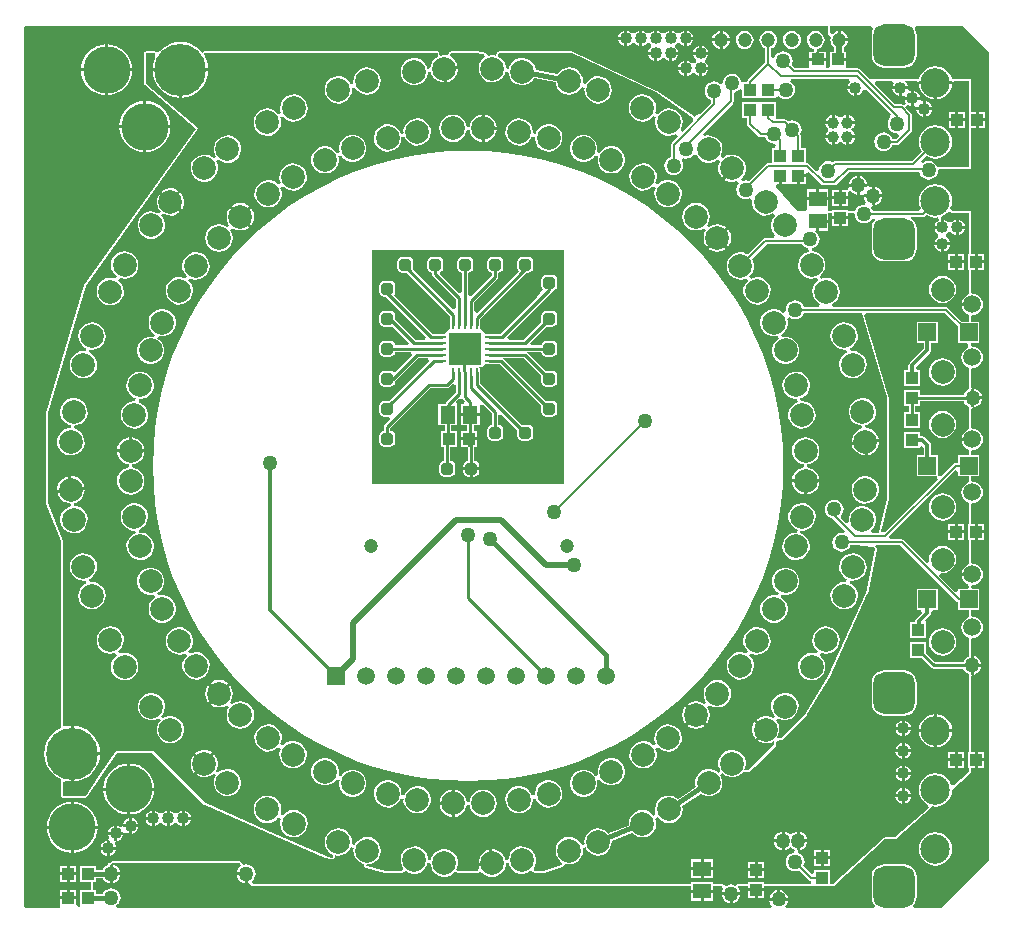
<source format=gbl>
%FSLAX24Y24*%
%MOIN*%
G70*
G01*
G75*
G04 Layer_Physical_Order=2*
G04 Layer_Color=16711680*
%ADD10C,0.0150*%
%ADD11C,0.0080*%
%ADD12C,0.0120*%
%ADD13R,0.0118X0.1024*%
%ADD14O,0.0669X0.0138*%
%ADD15R,0.0394X0.0433*%
%ADD16R,0.0394X0.1063*%
%ADD17R,0.0591X0.0512*%
%ADD18R,0.0571X0.0217*%
%ADD19R,0.0571X0.0217*%
%ADD20R,0.0433X0.0394*%
%ADD21R,0.0630X0.0335*%
G04:AMPARAMS|DCode=22|XSize=39.4mil|YSize=39.4mil|CornerRadius=9.8mil|HoleSize=0mil|Usage=FLASHONLY|Rotation=0.000|XOffset=0mil|YOffset=0mil|HoleType=Round|Shape=RoundedRectangle|*
%AMROUNDEDRECTD22*
21,1,0.0394,0.0197,0,0,0.0*
21,1,0.0197,0.0394,0,0,0.0*
1,1,0.0197,0.0098,-0.0098*
1,1,0.0197,-0.0098,-0.0098*
1,1,0.0197,-0.0098,0.0098*
1,1,0.0197,0.0098,0.0098*
%
%ADD22ROUNDEDRECTD22*%
%ADD23R,0.0945X0.1299*%
%ADD24R,0.0945X0.0394*%
%ADD25R,0.1102X0.1102*%
%ADD26O,0.0098X0.0276*%
%ADD27O,0.0276X0.0098*%
%ADD28R,0.0335X0.0866*%
%ADD29R,0.0866X0.0335*%
%ADD30C,0.0100*%
%ADD31C,0.0200*%
%ADD32C,0.0472*%
%ADD33C,0.0591*%
%ADD34C,0.0787*%
%ADD35C,0.0984*%
G04:AMPARAMS|DCode=36|XSize=137.8mil|YSize=137.8mil|CornerRadius=34.4mil|HoleSize=0mil|Usage=FLASHONLY|Rotation=90.000|XOffset=0mil|YOffset=0mil|HoleType=Round|Shape=RoundedRectangle|*
%AMROUNDEDRECTD36*
21,1,0.1378,0.0689,0,0,90.0*
21,1,0.0689,0.1378,0,0,90.0*
1,1,0.0689,0.0344,0.0344*
1,1,0.0689,0.0344,-0.0344*
1,1,0.0689,-0.0344,-0.0344*
1,1,0.0689,-0.0344,0.0344*
%
%ADD36ROUNDEDRECTD36*%
%ADD37C,0.1575*%
%ADD38C,0.1732*%
%ADD39R,0.0591X0.0591*%
%ADD40C,0.0500*%
%ADD41C,0.0400*%
%ADD42C,0.0394*%
G04:AMPARAMS|DCode=43|XSize=39.4mil|YSize=39.4mil|CornerRadius=9.8mil|HoleSize=0mil|Usage=FLASHONLY|Rotation=90.000|XOffset=0mil|YOffset=0mil|HoleType=Round|Shape=RoundedRectangle|*
%AMROUNDEDRECTD43*
21,1,0.0394,0.0197,0,0,90.0*
21,1,0.0197,0.0394,0,0,90.0*
1,1,0.0197,0.0098,0.0098*
1,1,0.0197,0.0098,-0.0098*
1,1,0.0197,-0.0098,-0.0098*
1,1,0.0197,-0.0098,0.0098*
%
%ADD43ROUNDEDRECTD43*%
%ADD44R,0.0512X0.0591*%
G36*
X-2500Y13750D02*
X-2500Y13750D01*
X-1028D01*
X-1023Y13748D01*
X-1018D01*
X-994Y13652D01*
X-994Y13651D01*
X-1069Y13611D01*
X-1156Y13529D01*
X-1219Y13428D01*
X-1254Y13314D01*
X-1256Y13252D01*
X-1355Y13243D01*
X-1369Y13302D01*
X-1426Y13408D01*
X-1507Y13495D01*
X-1609Y13558D01*
X-1723Y13592D01*
X-1842Y13596D01*
X-1959Y13569D01*
X-2064Y13513D01*
X-2151Y13431D01*
X-2214Y13330D01*
X-2249Y13216D01*
X-2253Y13096D01*
X-2226Y12980D01*
X-2170Y12874D01*
X-2088Y12787D01*
X-1986Y12724D01*
X-1872Y12689D01*
X-1753Y12686D01*
X-1636Y12713D01*
X-1531Y12769D01*
X-1444Y12851D01*
X-1381Y12952D01*
X-1346Y13066D01*
X-1344Y13128D01*
X-1245Y13137D01*
X-1231Y13078D01*
X-1174Y12972D01*
X-1093Y12885D01*
X-991Y12822D01*
X-877Y12788D01*
X-808Y12785D01*
X-852Y13234D01*
X-803Y13239D01*
X-807Y13289D01*
X-358Y13333D01*
X-374Y13400D01*
X-430Y13506D01*
X-512Y13593D01*
X-614Y13656D01*
X-624Y13659D01*
X-625Y13673D01*
X-625Y13673D01*
X-625Y13673D01*
X-609Y13692D01*
X-594Y13711D01*
X-594Y13711D01*
X-594Y13712D01*
X-586Y13738D01*
X-584Y13740D01*
X-582Y13749D01*
X-573D01*
X-570Y13750D01*
X225D01*
X534Y13718D01*
X556Y13620D01*
X512Y13593D01*
X430Y13506D01*
X374Y13400D01*
X347Y13284D01*
X351Y13164D01*
X386Y13050D01*
X449Y12949D01*
X536Y12867D01*
X641Y12811D01*
X758Y12784D01*
X877Y12787D01*
X991Y12822D01*
X1093Y12885D01*
X1174Y12972D01*
X1231Y13078D01*
X1245Y13137D01*
X1344Y13128D01*
X1346Y13066D01*
X1381Y12952D01*
X1444Y12851D01*
X1531Y12769D01*
X1636Y12713D01*
X1753Y12686D01*
X1872Y12689D01*
X1986Y12724D01*
X2088Y12787D01*
X2170Y12874D01*
X2203Y12936D01*
X2729Y12839D01*
X2919Y12793D01*
X2926Y12721D01*
X2968Y12609D01*
X3038Y12512D01*
X3130Y12437D01*
X3239Y12387D01*
X3357Y12368D01*
X3475Y12379D01*
X3587Y12422D01*
X3684Y12491D01*
X3760Y12583D01*
X3785Y12639D01*
X3881Y12610D01*
X3871Y12550D01*
X3883Y12431D01*
X3925Y12319D01*
X3994Y12222D01*
X4087Y12146D01*
X4196Y12097D01*
X4313Y12077D01*
X4432Y12089D01*
X4544Y12131D01*
X4641Y12201D01*
X4717Y12293D01*
X4766Y12402D01*
X4786Y12520D01*
X4774Y12639D01*
X4732Y12751D01*
X4662Y12848D01*
X4570Y12923D01*
X4461Y12973D01*
X4343Y12992D01*
X4225Y12981D01*
X4113Y12938D01*
X4016Y12869D01*
X3940Y12777D01*
X3915Y12721D01*
X3819Y12750D01*
X3829Y12810D01*
X3817Y12929D01*
X3775Y13041D01*
X3706Y13138D01*
X3613Y13214D01*
X3504Y13263D01*
X3386Y13283D01*
X3268Y13271D01*
X3156Y13229D01*
X3059Y13159D01*
X2983Y13067D01*
X2980Y13061D01*
X2786Y13108D01*
X2249Y13207D01*
X2249Y13216D01*
X2214Y13330D01*
X2151Y13431D01*
X2064Y13513D01*
X1959Y13569D01*
X1842Y13596D01*
X1723Y13592D01*
X1609Y13558D01*
X1507Y13495D01*
X1426Y13408D01*
X1369Y13302D01*
X1355Y13243D01*
X1256Y13252D01*
X1254Y13314D01*
X1219Y13428D01*
X1156Y13529D01*
X1069Y13611D01*
X994Y13651D01*
X992Y13660D01*
X1012Y13737D01*
X1014Y13741D01*
X1016Y13748D01*
X1023D01*
X1028Y13750D01*
X3437D01*
X3438Y13750D01*
X3450D01*
X3460Y13745D01*
X3462Y13745D01*
X6250Y12450D01*
X7493Y11596D01*
Y11596D01*
D01*
D01*
Y11596D01*
X7493Y11487D01*
X7148Y11142D01*
X7072Y11207D01*
X7095Y11239D01*
X7137Y11350D01*
X7148Y11469D01*
X7129Y11587D01*
X7080Y11696D01*
X7004Y11788D01*
X6907Y11858D01*
X6795Y11900D01*
X6676Y11912D01*
X6558Y11892D01*
X6449Y11843D01*
X6357Y11767D01*
X6321Y11717D01*
X6233Y11765D01*
X6255Y11822D01*
X6266Y11941D01*
X6247Y12059D01*
X6198Y12167D01*
X6122Y12260D01*
X6025Y12329D01*
X5913Y12371D01*
X5794Y12383D01*
X5676Y12364D01*
X5567Y12314D01*
X5475Y12239D01*
X5405Y12141D01*
X5363Y12030D01*
X5352Y11911D01*
X5371Y11793D01*
X5420Y11684D01*
X5496Y11592D01*
X5593Y11522D01*
X5705Y11480D01*
X5824Y11468D01*
X5942Y11488D01*
X6051Y11537D01*
X6143Y11613D01*
X6179Y11663D01*
X6267Y11615D01*
X6245Y11558D01*
X6234Y11439D01*
X6253Y11321D01*
X6302Y11213D01*
X6378Y11120D01*
X6475Y11051D01*
X6587Y11009D01*
X6706Y10997D01*
X6824Y11016D01*
X6932Y11065D01*
X6989Y10983D01*
X6781Y10776D01*
X6759Y10743D01*
X6752Y10704D01*
Y10293D01*
X6697Y10271D01*
X6633Y10221D01*
X6583Y10156D01*
X6552Y10081D01*
X6541Y10000D01*
X6552Y9919D01*
X6583Y9844D01*
X6633Y9779D01*
X6697Y9729D01*
X6773Y9698D01*
X6854Y9687D01*
X6935Y9698D01*
X7010Y9729D01*
X7075Y9779D01*
X7124Y9844D01*
X7156Y9919D01*
X7166Y10000D01*
X7156Y10081D01*
X7124Y10156D01*
X7123Y10158D01*
X7173Y10245D01*
X7253Y10234D01*
X7334Y10245D01*
X7409Y10276D01*
X7474Y10326D01*
X7511Y10374D01*
X7576Y10369D01*
X7619Y10351D01*
X7652Y10291D01*
X7733Y10203D01*
X7835Y10140D01*
X7949Y10106D01*
X8068Y10102D01*
X8185Y10129D01*
X8290Y10185D01*
X8335Y10227D01*
X8412Y10164D01*
X8380Y10112D01*
X8345Y9997D01*
X8341Y9878D01*
X8368Y9762D01*
X8425Y9656D01*
X8472Y9606D01*
X8758Y9955D01*
X8835Y9891D01*
X8549Y9542D01*
X8608Y9506D01*
X8722Y9471D01*
X8841Y9467D01*
X8958Y9495D01*
X8968Y9500D01*
X9029Y9421D01*
X8979Y9356D01*
X8948Y9281D01*
X8937Y9200D01*
X8948Y9119D01*
X8979Y9044D01*
X9029Y8979D01*
X9094Y8929D01*
X9169Y8898D01*
X9250Y8887D01*
X9331Y8898D01*
X9395Y8925D01*
X9436Y8890D01*
X9469Y8848D01*
X9467Y8841D01*
X9471Y8722D01*
X9506Y8608D01*
X9569Y8506D01*
X9656Y8425D01*
X9762Y8368D01*
X9878Y8341D01*
X9997Y8345D01*
X10112Y8380D01*
X10164Y8412D01*
X10227Y8335D01*
X10185Y8290D01*
X10129Y8185D01*
X10102Y8068D01*
X10106Y7949D01*
X10140Y7835D01*
X10203Y7733D01*
X10244Y7695D01*
X10208Y7602D01*
X9906D01*
X9867Y7594D01*
X9834Y7572D01*
X9313Y7051D01*
X9275Y7076D01*
X9161Y7115D01*
X9042Y7122D01*
X8925Y7099D01*
X8818Y7046D01*
X8728Y6967D01*
X8662Y6868D01*
X8623Y6755D01*
X8616Y6636D01*
X8639Y6519D01*
X8692Y6411D01*
X8770Y6322D01*
X8870Y6255D01*
X8983Y6217D01*
X9102Y6209D01*
X9219Y6232D01*
X9274Y6259D01*
X9330Y6176D01*
X9284Y6136D01*
X9217Y6037D01*
X9179Y5924D01*
X9171Y5804D01*
X9194Y5687D01*
X9247Y5580D01*
X9326Y5490D01*
X9425Y5424D01*
X9539Y5385D01*
X9658Y5378D01*
X9775Y5401D01*
X9882Y5454D01*
X9972Y5533D01*
X10038Y5632D01*
X10077Y5745D01*
X10084Y5864D01*
X10061Y5981D01*
X10008Y6089D01*
X9930Y6178D01*
X9830Y6245D01*
X9717Y6283D01*
X9598Y6291D01*
X9481Y6268D01*
X9426Y6241D01*
X9370Y6324D01*
X9416Y6364D01*
X9483Y6463D01*
X9521Y6576D01*
X9529Y6696D01*
X9506Y6813D01*
X9459Y6908D01*
X9949Y7398D01*
X11127D01*
X11129Y7394D01*
X11179Y7329D01*
X11244Y7279D01*
X11319Y7248D01*
X11328Y7247D01*
X11365Y7154D01*
X11350Y7137D01*
X11239Y7095D01*
X11141Y7025D01*
X11066Y6933D01*
X11016Y6824D01*
X10997Y6706D01*
X11009Y6587D01*
X11051Y6475D01*
X11120Y6378D01*
X11213Y6302D01*
X11321Y6253D01*
X11439Y6234D01*
X11558Y6245D01*
X11615Y6267D01*
X11663Y6179D01*
X11613Y6143D01*
X11537Y6051D01*
X11488Y5942D01*
X11468Y5824D01*
X11480Y5705D01*
X11522Y5593D01*
X11592Y5496D01*
X11684Y5420D01*
X11730Y5400D01*
X11709Y5302D01*
X11193D01*
X11171Y5356D01*
X11121Y5421D01*
X11056Y5471D01*
X10981Y5502D01*
X10900Y5513D01*
X10819Y5502D01*
X10744Y5471D01*
X10679Y5421D01*
X10629Y5356D01*
X10598Y5281D01*
X10587Y5200D01*
X10594Y5153D01*
X10504Y5108D01*
X10477Y5135D01*
X10374Y5195D01*
X10258Y5226D01*
X10139D01*
X10024Y5195D01*
X9920Y5135D01*
X9836Y5051D01*
X9776Y4947D01*
X9745Y4832D01*
Y4712D01*
X9776Y4597D01*
X9836Y4493D01*
X9920Y4409D01*
X10024Y4349D01*
X10139Y4318D01*
X10258D01*
X10317Y4334D01*
X10356Y4242D01*
X10303Y4211D01*
X10218Y4127D01*
X10159Y4023D01*
X10128Y3908D01*
Y3788D01*
X10159Y3673D01*
X10218Y3569D01*
X10303Y3485D01*
X10406Y3425D01*
X10522Y3394D01*
X10641D01*
X10756Y3425D01*
X10860Y3485D01*
X10944Y3569D01*
X11004Y3673D01*
X11035Y3788D01*
Y3908D01*
X11004Y4023D01*
X10944Y4127D01*
X10860Y4211D01*
X10756Y4271D01*
X10641Y4302D01*
X10522D01*
X10463Y4286D01*
X10424Y4378D01*
X10477Y4409D01*
X10562Y4493D01*
X10621Y4597D01*
X10652Y4712D01*
Y4832D01*
X10636Y4892D01*
X10719Y4948D01*
X10744Y4929D01*
X10819Y4898D01*
X10900Y4887D01*
X10981Y4898D01*
X11056Y4929D01*
X11121Y4979D01*
X11171Y5044D01*
X11193Y5098D01*
X13122D01*
X13350Y4300D01*
X13950Y2300D01*
X13950Y2300D01*
X13950D01*
Y-1100D01*
X13950Y-1100D01*
X13739Y-2050D01*
X13695Y-2248D01*
X13458D01*
X13430Y-2152D01*
X13431Y-2151D01*
X13513Y-2064D01*
X13569Y-1959D01*
X13596Y-1842D01*
X13592Y-1723D01*
X13558Y-1609D01*
X13495Y-1507D01*
X13408Y-1426D01*
X13302Y-1369D01*
X13186Y-1342D01*
X13066Y-1346D01*
X12952Y-1381D01*
X12851Y-1444D01*
X12769Y-1531D01*
X12713Y-1636D01*
X12686Y-1753D01*
X12689Y-1863D01*
X12622Y-1893D01*
X12595Y-1901D01*
X12418Y-1723D01*
X12421Y-1671D01*
X12471Y-1606D01*
X12502Y-1531D01*
X12513Y-1450D01*
X12502Y-1369D01*
X12471Y-1294D01*
X12421Y-1229D01*
X12356Y-1179D01*
X12281Y-1148D01*
X12200Y-1137D01*
X12119Y-1148D01*
X12044Y-1179D01*
X11979Y-1229D01*
X11929Y-1294D01*
X11898Y-1369D01*
X11887Y-1450D01*
X11898Y-1531D01*
X11929Y-1606D01*
X11979Y-1671D01*
X12044Y-1721D01*
X12119Y-1752D01*
X12164Y-1758D01*
X12562Y-2157D01*
X12518Y-2246D01*
X12450Y-2237D01*
X12369Y-2248D01*
X12294Y-2279D01*
X12229Y-2329D01*
X12179Y-2394D01*
X12148Y-2469D01*
X12137Y-2550D01*
X12148Y-2631D01*
X12179Y-2706D01*
X12229Y-2771D01*
X12294Y-2821D01*
X12369Y-2852D01*
X12450Y-2863D01*
X12531Y-2852D01*
X12606Y-2821D01*
X12671Y-2771D01*
X12721Y-2706D01*
X12743Y-2652D01*
X12986D01*
X13153Y-2661D01*
X13518Y-2701D01*
X13576Y-2782D01*
X13250Y-4250D01*
X12000Y-7000D01*
X11250Y-8250D01*
X11250Y-8250D01*
X10806Y-8694D01*
X10417Y-9083D01*
X10318Y-9069D01*
X10310Y-9054D01*
X10308Y-9036D01*
X10340Y-8985D01*
X10374Y-8871D01*
X10378Y-8752D01*
X10351Y-8635D01*
X10295Y-8530D01*
X10253Y-8485D01*
X10316Y-8408D01*
X10368Y-8440D01*
X10483Y-8475D01*
X10602Y-8479D01*
X10718Y-8452D01*
X10824Y-8395D01*
X10911Y-8314D01*
X10974Y-8212D01*
X11009Y-8098D01*
X11013Y-7979D01*
X10985Y-7862D01*
X10929Y-7757D01*
X10848Y-7670D01*
X10746Y-7607D01*
X10632Y-7572D01*
X10512Y-7568D01*
X10396Y-7595D01*
X10291Y-7652D01*
X10203Y-7733D01*
X10140Y-7835D01*
X10106Y-7949D01*
X10102Y-8068D01*
X10129Y-8185D01*
X10185Y-8290D01*
X10227Y-8335D01*
X10164Y-8412D01*
X10112Y-8380D01*
X9997Y-8345D01*
X9878Y-8341D01*
X9762Y-8368D01*
X9656Y-8425D01*
X9606Y-8472D01*
X9955Y-8758D01*
X9923Y-8796D01*
X9962Y-8828D01*
X9675Y-9177D01*
X9734Y-9213D01*
X9848Y-9248D01*
X9968Y-9252D01*
X10084Y-9225D01*
X10189Y-9169D01*
X10210Y-9188D01*
X10212Y-9288D01*
X9500Y-10000D01*
X9326Y-10145D01*
X9325Y-10146D01*
X9239Y-10133D01*
X9211Y-10110D01*
X9225Y-10084D01*
X9252Y-9968D01*
X9248Y-9848D01*
X9213Y-9734D01*
X9150Y-9632D01*
X9063Y-9551D01*
X8958Y-9495D01*
X8841Y-9467D01*
X8722Y-9471D01*
X8608Y-9506D01*
X8506Y-9569D01*
X8425Y-9656D01*
X8368Y-9762D01*
X8341Y-9878D01*
X8345Y-9997D01*
X8380Y-10112D01*
X8412Y-10164D01*
X8335Y-10227D01*
X8290Y-10185D01*
X8185Y-10129D01*
X8068Y-10102D01*
X7949Y-10106D01*
X7835Y-10140D01*
X7733Y-10203D01*
X7652Y-10291D01*
X7595Y-10396D01*
X7568Y-10512D01*
X7572Y-10632D01*
X7595Y-10707D01*
X7151Y-11012D01*
X6988Y-11111D01*
X6933Y-11066D01*
X6824Y-11016D01*
X6706Y-10997D01*
X6587Y-11009D01*
X6475Y-11051D01*
X6378Y-11120D01*
X6302Y-11213D01*
X6253Y-11321D01*
X6234Y-11439D01*
X6245Y-11558D01*
X6267Y-11615D01*
X6179Y-11663D01*
X6143Y-11613D01*
X6051Y-11537D01*
X5942Y-11488D01*
X5824Y-11468D01*
X5705Y-11480D01*
X5593Y-11522D01*
X5496Y-11592D01*
X5420Y-11684D01*
X5371Y-11793D01*
X5352Y-11911D01*
X5359Y-11981D01*
X5339Y-11991D01*
X4704Y-12254D01*
X4689Y-12259D01*
X4641Y-12201D01*
X4544Y-12131D01*
X4432Y-12089D01*
X4313Y-12077D01*
X4196Y-12097D01*
X4087Y-12146D01*
X3994Y-12222D01*
X3925Y-12319D01*
X3883Y-12431D01*
X3871Y-12550D01*
X3881Y-12610D01*
X3785Y-12639D01*
X3760Y-12583D01*
X3684Y-12491D01*
X3587Y-12422D01*
X3475Y-12379D01*
X3357Y-12368D01*
X3239Y-12387D01*
X3130Y-12437D01*
X3038Y-12512D01*
X2968Y-12609D01*
X2926Y-12721D01*
X2914Y-12840D01*
X2934Y-12958D01*
X2983Y-13067D01*
X3059Y-13159D01*
X3106Y-13193D01*
X3131Y-13275D01*
X3125Y-13287D01*
X3125Y-13287D01*
X3125D01*
X3119Y-13296D01*
X3118Y-13303D01*
X3117Y-13304D01*
X3118Y-13305D01*
X3118Y-13306D01*
X3115Y-13310D01*
X3114Y-13311D01*
X2500Y-13500D01*
X2216D01*
X2212Y-13499D01*
X2209Y-13496D01*
X2209Y-13495D01*
X2208Y-13494D01*
X2206Y-13492D01*
X2206Y-13492D01*
X2205Y-13492D01*
X2205Y-13488D01*
X2203Y-13488D01*
X2202Y-13486D01*
X2195Y-13481D01*
X2189Y-13479D01*
X2188Y-13478D01*
X2187Y-13477D01*
X2187D01*
X2187Y-13477D01*
D01*
D01*
D01*
D01*
D01*
X2187Y-13374D01*
X2214Y-13330D01*
X2249Y-13216D01*
X2253Y-13096D01*
X2226Y-12980D01*
X2170Y-12874D01*
X2088Y-12787D01*
X1986Y-12724D01*
X1872Y-12689D01*
X1753Y-12686D01*
X1636Y-12713D01*
X1531Y-12769D01*
X1444Y-12851D01*
X1381Y-12952D01*
X1346Y-13066D01*
X1344Y-13128D01*
X1245Y-13137D01*
X1231Y-13078D01*
X1174Y-12972D01*
X1093Y-12885D01*
X991Y-12822D01*
X877Y-12787D01*
X808Y-12785D01*
X852Y-13234D01*
X803Y-13239D01*
X807Y-13289D01*
X358Y-13333D01*
X374Y-13400D01*
X344Y-13489D01*
X344D01*
X344Y-13489D01*
X335Y-13493D01*
X329Y-13498D01*
X323Y-13500D01*
X-323D01*
X-329Y-13498D01*
X-335Y-13493D01*
X-344Y-13489D01*
X-392Y-13453D01*
X-397Y-13442D01*
X-374Y-13400D01*
X-347Y-13284D01*
X-351Y-13164D01*
X-386Y-13050D01*
X-449Y-12949D01*
X-536Y-12867D01*
X-641Y-12811D01*
X-758Y-12784D01*
X-877Y-12788D01*
X-991Y-12822D01*
X-1093Y-12885D01*
X-1174Y-12972D01*
X-1231Y-13078D01*
X-1245Y-13137D01*
X-1344Y-13128D01*
X-1346Y-13066D01*
X-1381Y-12952D01*
X-1444Y-12851D01*
X-1531Y-12769D01*
X-1636Y-12713D01*
X-1753Y-12686D01*
X-1872Y-12689D01*
X-1986Y-12724D01*
X-2088Y-12787D01*
X-2170Y-12874D01*
X-2226Y-12980D01*
X-2253Y-13096D01*
X-2249Y-13216D01*
X-2214Y-13330D01*
X-2187Y-13374D01*
X-2187Y-13471D01*
X-2195Y-13481D01*
X-2195D01*
X-2195Y-13481D01*
X-2202Y-13486D01*
X-2203Y-13488D01*
X-2205Y-13488D01*
X-2205Y-13492D01*
X-2206Y-13492D01*
X-2206Y-13492D01*
X-2208Y-13494D01*
X-2209Y-13495D01*
X-2209Y-13496D01*
X-2212Y-13499D01*
X-2216Y-13500D01*
X-2750D01*
X-3383Y-13342D01*
X-3391Y-13336D01*
X-3392Y-13336D01*
X-3392Y-13335D01*
X-3397Y-13313D01*
X-3403Y-13305D01*
X-3386Y-13283D01*
D01*
X-3386D01*
X-3386D01*
Y-13283D01*
D01*
D01*
X-3268Y-13271D01*
X-3156Y-13229D01*
X-3059Y-13159D01*
X-2983Y-13067D01*
X-2934Y-12958D01*
X-2914Y-12840D01*
X-2926Y-12721D01*
X-2968Y-12609D01*
X-3038Y-12512D01*
X-3130Y-12437D01*
X-3239Y-12387D01*
X-3357Y-12368D01*
X-3475Y-12379D01*
X-3587Y-12422D01*
X-3684Y-12491D01*
X-3760Y-12583D01*
X-3785Y-12639D01*
X-3881Y-12610D01*
X-3871Y-12550D01*
X-3883Y-12431D01*
X-3925Y-12319D01*
X-3994Y-12222D01*
X-4087Y-12146D01*
X-4196Y-12097D01*
X-4313Y-12077D01*
X-4432Y-12089D01*
X-4544Y-12131D01*
X-4641Y-12201D01*
X-4717Y-12293D01*
X-4766Y-12402D01*
X-4786Y-12520D01*
X-4774Y-12639D01*
X-4732Y-12751D01*
X-4662Y-12848D01*
X-4570Y-12923D01*
X-4490Y-12960D01*
X-4514Y-13055D01*
X-4523Y-13057D01*
X-4750Y-13000D01*
X-6727Y-12135D01*
X-8750Y-11250D01*
X-8750Y-11250D01*
X-9615Y-10385D01*
X-10500Y-9500D01*
X-11750D01*
X-12260Y-10264D01*
X-12745Y-10993D01*
X-12746Y-10993D01*
X-12751Y-10998D01*
X-12758Y-10999D01*
X-12759Y-11000D01*
X-13487D01*
X-13496Y-10996D01*
X-13500Y-10987D01*
Y-10551D01*
X-13500D01*
Y-10551D01*
D01*
D01*
D01*
D01*
D01*
D01*
Y-10551D01*
D01*
X-13500D01*
X-13461Y-10522D01*
X-13416Y-10493D01*
X-13382Y-10503D01*
X-13250Y-10516D01*
Y-9591D01*
Y-8665D01*
X-13382Y-8678D01*
X-13416Y-8688D01*
X-13461Y-8659D01*
X-13500Y-8630D01*
Y-2500D01*
X-14000Y-1250D01*
Y1750D01*
X-12750Y6000D01*
D01*
D01*
D01*
D01*
D01*
X-12750D01*
D01*
D01*
D01*
Y6000D01*
D01*
Y6000D01*
Y6000D01*
X-12750D01*
D01*
Y6000D01*
D01*
D01*
D01*
D01*
Y6000D01*
D01*
D01*
D01*
X-12750D01*
D01*
D01*
D01*
X-12750D01*
X-9035Y11202D01*
Y11202D01*
X-9000Y11250D01*
X-10742Y12743D01*
X-10745Y12750D01*
X-10746Y12752D01*
X-10747Y12754D01*
X-10750Y12761D01*
Y13737D01*
X-10746Y13746D01*
X-10737Y13750D01*
X-10454D01*
X-10447Y13748D01*
X-10442Y13743D01*
X-10438Y13741D01*
X-10425Y13706D01*
X-10425Y13607D01*
X-10453Y13556D01*
X-10506Y13382D01*
X-10519Y13250D01*
X-8667D01*
X-8680Y13382D01*
X-8733Y13556D01*
X-8819Y13717D01*
X-8828Y13728D01*
X-8825Y13736D01*
X-8811Y13741D01*
X-8803Y13749D01*
X-8802Y13750D01*
X-6750D01*
X-5381Y13756D01*
X-4013Y13763D01*
X-2500Y13750D01*
D02*
G37*
G36*
X17350Y13800D02*
Y-13150D01*
X15750Y-14750D01*
X14901D01*
X14837Y-14666D01*
X14834Y-14660D01*
X14898Y-14577D01*
X14939Y-14478D01*
X14952Y-14373D01*
Y-13684D01*
X14939Y-13578D01*
X14898Y-13480D01*
X14833Y-13395D01*
X14748Y-13331D01*
X14650Y-13290D01*
X14544Y-13276D01*
X13856D01*
X13750Y-13290D01*
X13652Y-13331D01*
X13567Y-13395D01*
X13502Y-13480D01*
X13461Y-13578D01*
X13448Y-13684D01*
Y-14373D01*
X13461Y-14478D01*
X13502Y-14577D01*
X13566Y-14660D01*
X13563Y-14666D01*
X13499Y-14750D01*
X10632D01*
X10609Y-14721D01*
X10579Y-14660D01*
X10621Y-14606D01*
X10652Y-14531D01*
X10656Y-14500D01*
X10044D01*
X10048Y-14531D01*
X10079Y-14606D01*
X10121Y-14660D01*
X10091Y-14721D01*
X10068Y-14750D01*
X-11691D01*
X-11723Y-14655D01*
X-11679Y-14621D01*
X-11629Y-14556D01*
X-11598Y-14481D01*
X-11587Y-14400D01*
X-11598Y-14319D01*
X-11629Y-14244D01*
X-11679Y-14179D01*
X-11744Y-14129D01*
X-11819Y-14098D01*
X-11900Y-14087D01*
X-11981Y-14098D01*
X-12056Y-14129D01*
X-12121Y-14179D01*
X-12171Y-14244D01*
X-12179Y-14262D01*
X-12389D01*
Y-14143D01*
X-12500D01*
Y-13857D01*
X-12389D01*
Y-13738D01*
X-12179D01*
X-12171Y-13756D01*
X-12121Y-13821D01*
X-12056Y-13871D01*
X-11981Y-13902D01*
X-11950Y-13906D01*
Y-13600D01*
Y-13294D01*
X-11900Y-13287D01*
X-11900Y-13287D01*
X-11863Y-13250D01*
X-7609D01*
X-7577Y-13345D01*
X-7621Y-13379D01*
X-7671Y-13444D01*
X-7702Y-13519D01*
X-7706Y-13550D01*
X-7400D01*
Y-13600D01*
X-7350D01*
Y-13906D01*
X-7325Y-13903D01*
X-7250Y-13969D01*
Y-14000D01*
X7445D01*
Y-14124D01*
X8155D01*
Y-14000D01*
X8462D01*
X8506Y-14090D01*
X8493Y-14107D01*
X8461Y-14182D01*
X8457Y-14213D01*
X9069D01*
X9065Y-14182D01*
X9034Y-14107D01*
X8984Y-14042D01*
X8999Y-14000D01*
X9343D01*
Y-14085D01*
X9857D01*
Y-14000D01*
X11543D01*
Y-14011D01*
X12057D01*
Y-14000D01*
X12200D01*
X13900Y-12450D01*
X14250D01*
X15503Y-11347D01*
X15578Y-11357D01*
X15722Y-11338D01*
X15856Y-11282D01*
X15972Y-11194D01*
X16060Y-11078D01*
X16116Y-10944D01*
X16135Y-10800D01*
X16134Y-10792D01*
X16750Y-10250D01*
Y-10057D01*
X16885D01*
Y-9800D01*
Y-9543D01*
X16750D01*
Y-7007D01*
X16800Y-6963D01*
X16750Y-6956D01*
Y-6650D01*
Y-6344D01*
X16800Y-6337D01*
X16750Y-6293D01*
Y-5788D01*
X16800Y-5744D01*
X16893Y-5732D01*
X16979Y-5696D01*
X17053Y-5639D01*
X17110Y-5565D01*
X17146Y-5479D01*
X17158Y-5386D01*
X17146Y-5293D01*
X17110Y-5207D01*
X17053Y-5132D01*
X16979Y-5076D01*
X16893Y-5040D01*
X16800Y-5027D01*
X16750Y-4984D01*
Y-4805D01*
X17044D01*
Y-4095D01*
X16803D01*
X16767Y-4001D01*
X16800Y-3973D01*
X16893Y-3960D01*
X16979Y-3925D01*
X17053Y-3868D01*
X17110Y-3793D01*
X17146Y-3707D01*
X17158Y-3614D01*
X17146Y-3521D01*
X17110Y-3435D01*
X17053Y-3361D01*
X16979Y-3304D01*
X16893Y-3268D01*
X16800Y-3256D01*
X16750Y-3212D01*
Y-2457D01*
X16885D01*
Y-2200D01*
Y-1943D01*
X16750D01*
Y-1288D01*
X16800Y-1244D01*
X16893Y-1232D01*
X16979Y-1196D01*
X17053Y-1139D01*
X17110Y-1065D01*
X17146Y-979D01*
X17158Y-886D01*
X17146Y-793D01*
X17110Y-707D01*
X17053Y-632D01*
X16979Y-575D01*
X16893Y-540D01*
X16800Y-527D01*
X16750Y-484D01*
Y-355D01*
X17044D01*
Y355D01*
X16750D01*
Y484D01*
X16800Y527D01*
X16893Y540D01*
X16979Y575D01*
X17053Y632D01*
X17110Y707D01*
X17146Y793D01*
X17158Y886D01*
X17146Y979D01*
X17110Y1065D01*
X17053Y1139D01*
X16979Y1196D01*
X16893Y1232D01*
X16800Y1244D01*
X16750Y1288D01*
Y1895D01*
X16815Y1953D01*
X16765Y1959D01*
Y2265D01*
Y2571D01*
X16815Y2578D01*
X16750Y2635D01*
Y3212D01*
X16800Y3256D01*
X16893Y3268D01*
X16979Y3304D01*
X17053Y3361D01*
X17110Y3435D01*
X17146Y3521D01*
X17158Y3614D01*
X17146Y3707D01*
X17110Y3793D01*
X17053Y3868D01*
X16979Y3925D01*
X16893Y3960D01*
X16800Y3973D01*
X16750Y4016D01*
Y4095D01*
X17044D01*
Y4805D01*
X16750D01*
Y4984D01*
X16800Y5027D01*
X16893Y5040D01*
X16979Y5076D01*
X17053Y5132D01*
X17110Y5207D01*
X17146Y5293D01*
X17158Y5386D01*
X17146Y5479D01*
X17110Y5565D01*
X17053Y5639D01*
X16979Y5696D01*
X16893Y5732D01*
X16800Y5744D01*
X16750Y5788D01*
Y6543D01*
X16885D01*
Y6800D01*
Y7057D01*
X16750D01*
Y8500D01*
X16128D01*
X16073Y8583D01*
X16116Y8687D01*
X16135Y8831D01*
X16116Y8976D01*
X16060Y9110D01*
X15972Y9225D01*
X15856Y9314D01*
X15722Y9369D01*
X15578Y9388D01*
X15434Y9369D01*
X15300Y9314D01*
X15184Y9225D01*
X15096Y9110D01*
X15040Y8976D01*
X15021Y8831D01*
X15040Y8687D01*
X15082Y8585D01*
X15027Y8502D01*
X13493D01*
X13471Y8556D01*
X13435Y8603D01*
X13485Y8689D01*
X13450Y8694D01*
Y8950D01*
X13194D01*
X13198Y8919D01*
X13229Y8844D01*
X13265Y8797D01*
X13215Y8711D01*
X13200Y8713D01*
X13119Y8702D01*
X13044Y8671D01*
X12979Y8621D01*
X12929Y8556D01*
X12906Y8500D01*
X12657D01*
Y8542D01*
X12143D01*
Y8500D01*
X12005D01*
Y8588D01*
X12005D01*
Y8854D01*
X11295D01*
Y8588D01*
X11295D01*
Y8571D01*
X11224Y8500D01*
X10950D01*
X10266Y9298D01*
X10308Y9389D01*
X10350D01*
Y9665D01*
X10450D01*
Y9389D01*
X10657D01*
Y9389D01*
X10657D01*
X10657Y9389D01*
X10743D01*
Y9389D01*
X10950D01*
Y9665D01*
X11000D01*
Y9715D01*
X11257D01*
Y9768D01*
X11349Y9807D01*
X11778Y9378D01*
X11811Y9356D01*
X11850Y9348D01*
X12200D01*
X12239Y9356D01*
X12272Y9378D01*
X12702Y9808D01*
X15043D01*
X15048Y9769D01*
X15079Y9694D01*
X15129Y9629D01*
X15194Y9579D01*
X15269Y9548D01*
X15350Y9537D01*
X15431Y9548D01*
X15506Y9579D01*
X15571Y9629D01*
X15621Y9694D01*
X15652Y9769D01*
X15663Y9850D01*
X15707Y9900D01*
X16750D01*
Y11273D01*
X16915D01*
Y11530D01*
Y11787D01*
X16750D01*
Y12900D01*
X16118D01*
X16116Y12913D01*
X16060Y13047D01*
X15972Y13162D01*
X15856Y13251D01*
X15722Y13306D01*
X15578Y13325D01*
X15434Y13306D01*
X15300Y13251D01*
X15184Y13162D01*
X15096Y13047D01*
X15040Y12913D01*
X15038Y12900D01*
X13392D01*
X13070Y13222D01*
X13037Y13244D01*
X12998Y13252D01*
X12600D01*
Y13293D01*
X12600D01*
Y13500D01*
X12323D01*
Y13600D01*
X12600D01*
Y13807D01*
X12532D01*
Y13952D01*
X12580Y13989D01*
X12627Y14051D01*
X12657Y14123D01*
X12661Y14150D01*
X12368D01*
Y14200D01*
X12319D01*
Y14492D01*
X12291Y14489D01*
X12219Y14459D01*
X12157Y14411D01*
X12145Y14395D01*
X12050Y14427D01*
Y14650D01*
X13443D01*
X13498Y14567D01*
X13461Y14478D01*
X13448Y14373D01*
Y13684D01*
X13461Y13578D01*
X13502Y13480D01*
X13567Y13395D01*
X13652Y13331D01*
X13750Y13290D01*
X13856Y13276D01*
X14544D01*
X14650Y13290D01*
X14748Y13331D01*
X14833Y13395D01*
X14898Y13480D01*
X14939Y13578D01*
X14952Y13684D01*
Y14373D01*
X14939Y14478D01*
X14898Y14577D01*
X14934Y14650D01*
X16500D01*
X17350Y13800D01*
D02*
G37*
G36*
X16334Y4661D02*
Y4095D01*
X16627D01*
X16673Y4031D01*
X16646Y3935D01*
X16621Y3925D01*
X16547Y3868D01*
X16490Y3793D01*
X16454Y3707D01*
X16442Y3614D01*
X16454Y3521D01*
X16490Y3435D01*
X16547Y3361D01*
X16621Y3304D01*
X16697Y3272D01*
X16697Y3272D01*
X16685Y3216D01*
D01*
D01*
X16685Y3216D01*
X16685D01*
Y3216D01*
Y3216D01*
X16685D01*
X16686Y3214D01*
X16685Y3212D01*
Y2635D01*
X16686Y2633D01*
X16685Y2631D01*
X16695Y2611D01*
X16695Y2611D01*
X16659Y2536D01*
X16594Y2486D01*
X16545Y2422D01*
X16526Y2378D01*
X15057D01*
Y2542D01*
X14543D01*
Y1989D01*
X14688D01*
Y1811D01*
X14543D01*
Y1258D01*
X15057D01*
Y1811D01*
X14912D01*
Y1989D01*
X15057D01*
Y2153D01*
X16526D01*
X16545Y2109D01*
X16594Y2044D01*
X16659Y1995D01*
X16695Y1920D01*
D01*
X16695D01*
X16685Y1900D01*
X16686Y1897D01*
X16685Y1895D01*
Y1288D01*
X16686Y1286D01*
X16685Y1284D01*
X16685Y1284D01*
Y1284D01*
Y1284D01*
X16685D01*
X16685Y1284D01*
D01*
D01*
X16697Y1228D01*
X16697D01*
X16621Y1196D01*
X16547Y1139D01*
X16490Y1065D01*
X16454Y979D01*
X16448Y936D01*
X16800D01*
Y836D01*
X16448D01*
X16454Y793D01*
X16490Y707D01*
X16547Y632D01*
X16621Y575D01*
X16697Y544D01*
X16697Y544D01*
X16685Y488D01*
D01*
D01*
X16685Y488D01*
X16685D01*
Y488D01*
Y488D01*
X16685D01*
X16686Y486D01*
X16685Y484D01*
Y355D01*
X16334D01*
Y102D01*
X16250D01*
X16211Y94D01*
X16178Y72D01*
X15759Y-347D01*
X15708Y-326D01*
Y-326D01*
X15666Y-309D01*
Y355D01*
X15433D01*
Y689D01*
X15424Y736D01*
X15413Y752D01*
X15398Y775D01*
X15221Y952D01*
X15181Y978D01*
X15135Y988D01*
X15057D01*
Y1142D01*
X14543D01*
Y589D01*
X15057D01*
Y639D01*
X15106Y660D01*
X15189Y604D01*
Y355D01*
X14956D01*
Y-355D01*
X15620D01*
X15637Y-397D01*
X15637D01*
X15658Y-448D01*
X13902Y-2204D01*
X13802Y-2199D01*
X13802Y-2200D01*
X13779Y-2170D01*
X13802Y-2064D01*
Y-2064D01*
X14013Y-1114D01*
X14012Y-1107D01*
X14015Y-1100D01*
Y2300D01*
D01*
D01*
D01*
D01*
D01*
D01*
D01*
X14015D01*
D01*
D01*
D01*
X14015D01*
Y2300D01*
D01*
D01*
D01*
Y2300D01*
D01*
D01*
D01*
D01*
D01*
D01*
Y2300D01*
D01*
D01*
D01*
D01*
D01*
D01*
D01*
D01*
D01*
D01*
X14012Y2319D01*
D01*
D01*
D01*
D01*
D01*
X13743Y3216D01*
X13533Y3915D01*
X13485Y4077D01*
X13412Y4318D01*
X13212Y5018D01*
X13273Y5098D01*
X15897D01*
X16334Y4661D01*
D02*
G37*
G36*
Y-191D02*
Y-355D01*
X16685D01*
Y-484D01*
X16686Y-486D01*
X16685Y-488D01*
X16685Y-488D01*
Y-488D01*
Y-488D01*
X16685D01*
X16685Y-488D01*
D01*
D01*
X16697Y-544D01*
X16697D01*
X16621Y-575D01*
X16547Y-632D01*
X16490Y-707D01*
X16454Y-793D01*
X16442Y-886D01*
X16454Y-979D01*
X16490Y-1065D01*
X16547Y-1139D01*
X16621Y-1196D01*
X16697Y-1228D01*
X16697Y-1228D01*
X16685Y-1284D01*
D01*
D01*
X16685Y-1284D01*
X16685D01*
Y-1284D01*
Y-1284D01*
X16685D01*
X16686Y-1286D01*
X16685Y-1288D01*
Y-1943D01*
X16658D01*
Y-2457D01*
X16685D01*
Y-3212D01*
X16686Y-3214D01*
X16685Y-3216D01*
X16685Y-3216D01*
Y-3216D01*
Y-3216D01*
X16685D01*
X16685Y-3216D01*
D01*
D01*
X16697Y-3272D01*
X16697D01*
X16621Y-3304D01*
X16547Y-3361D01*
X16490Y-3435D01*
X16454Y-3521D01*
X16448Y-3564D01*
X16800D01*
Y-3664D01*
X16448D01*
X16454Y-3707D01*
X16490Y-3793D01*
X16547Y-3868D01*
X16621Y-3925D01*
X16667Y-3944D01*
X16696Y-4040D01*
X16658Y-4095D01*
X16334D01*
Y-4159D01*
X16241Y-4197D01*
X15705Y-3661D01*
X15749Y-3571D01*
X15816Y-3580D01*
X15934Y-3564D01*
X16045Y-3518D01*
X16139Y-3446D01*
X16212Y-3351D01*
X16258Y-3240D01*
X16273Y-3122D01*
X16258Y-3004D01*
X16212Y-2893D01*
X16139Y-2798D01*
X16045Y-2726D01*
X15934Y-2680D01*
X15816Y-2664D01*
X15697Y-2680D01*
X15587Y-2726D01*
X15492Y-2798D01*
X15419Y-2893D01*
X15374Y-3004D01*
X15358Y-3122D01*
X15367Y-3189D01*
X15277Y-3233D01*
X14522Y-2478D01*
X14489Y-2456D01*
X14450Y-2448D01*
X14077D01*
X14039Y-2356D01*
X16241Y-153D01*
X16334Y-191D01*
D02*
G37*
G36*
X12738Y12803D02*
X12715Y12785D01*
X12673Y12731D01*
X12647Y12668D01*
X12644Y12650D01*
X12900D01*
Y12600D01*
X12950D01*
Y12344D01*
X12968Y12347D01*
X13031Y12373D01*
X13085Y12415D01*
X13127Y12469D01*
X13153Y12532D01*
X13292Y12514D01*
X14085Y11720D01*
X14079Y11621D01*
X14029Y11556D01*
X13998Y11481D01*
X13987Y11400D01*
X13998Y11319D01*
X14029Y11244D01*
X14079Y11179D01*
X14144Y11129D01*
X14219Y11098D01*
X14300Y11087D01*
X14311Y11089D01*
X14355Y10999D01*
X14258Y10902D01*
X14143D01*
X14121Y10956D01*
X14071Y11021D01*
X14006Y11071D01*
X13931Y11102D01*
X13850Y11113D01*
X13769Y11102D01*
X13694Y11071D01*
X13629Y11021D01*
X13579Y10956D01*
X13548Y10881D01*
X13537Y10800D01*
X13548Y10719D01*
X13579Y10644D01*
X13629Y10579D01*
X13694Y10529D01*
X13769Y10498D01*
X13850Y10487D01*
X13931Y10498D01*
X14006Y10529D01*
X14071Y10579D01*
X14121Y10644D01*
X14143Y10698D01*
X14300D01*
X14339Y10706D01*
X14372Y10728D01*
X14772Y11128D01*
X14794Y11161D01*
X14802Y11200D01*
Y11700D01*
X14794Y11739D01*
X14772Y11772D01*
X14575Y11969D01*
X14641Y12044D01*
X14669Y12023D01*
X14732Y11997D01*
X14750Y11994D01*
Y12200D01*
X14544D01*
X14547Y12182D01*
X14573Y12119D01*
X14593Y12093D01*
X14522Y12022D01*
X14489Y12044D01*
X14450Y12052D01*
X14240D01*
X13550Y12743D01*
X13588Y12835D01*
X14140D01*
X14184Y12745D01*
X14173Y12731D01*
X14147Y12668D01*
X14144Y12650D01*
X14656D01*
X14653Y12668D01*
X14627Y12731D01*
X14585Y12785D01*
X14531Y12827D01*
X14533Y12835D01*
X14963D01*
X15021Y12769D01*
X15028Y12818D01*
X16128D01*
X16135Y12769D01*
X16193Y12835D01*
X16685D01*
Y11787D01*
X16688Y11779D01*
Y11281D01*
X16685Y11273D01*
Y9965D01*
X15707D01*
X15704Y9964D01*
X15702Y9965D01*
X15702Y9965D01*
X15702D01*
X15702D01*
Y9965D01*
X15702Y9965D01*
D01*
X15643Y9953D01*
X15621Y10006D01*
X15571Y10071D01*
X15506Y10121D01*
X15431Y10152D01*
X15350Y10163D01*
X15269Y10152D01*
X15194Y10121D01*
X15152Y10089D01*
X15086Y10164D01*
X15266Y10344D01*
X15300Y10318D01*
X15434Y10262D01*
X15578Y10243D01*
X15722Y10262D01*
X15856Y10318D01*
X15972Y10406D01*
X16060Y10522D01*
X16116Y10656D01*
X16135Y10800D01*
X16116Y10944D01*
X16060Y11078D01*
X15972Y11194D01*
X15856Y11282D01*
X15722Y11338D01*
X15578Y11357D01*
X15434Y11338D01*
X15300Y11282D01*
X15184Y11194D01*
X15096Y11078D01*
X15040Y10944D01*
X15021Y10800D01*
X15040Y10656D01*
X15096Y10522D01*
X15122Y10488D01*
X14786Y10152D01*
X12213D01*
X12174Y10144D01*
X12142Y10123D01*
X12087Y10146D01*
X12006Y10156D01*
X11925Y10146D01*
X11850Y10114D01*
X11785Y10065D01*
X11736Y10000D01*
X11704Y9925D01*
X11698Y9873D01*
X11603Y9841D01*
X11372Y10072D01*
X11339Y10094D01*
X11300Y10102D01*
X11257D01*
Y10611D01*
X11102D01*
Y11000D01*
X11094Y11039D01*
X11091Y11044D01*
X11079Y11062D01*
X11102Y11119D01*
X11113Y11200D01*
X11102Y11281D01*
X11071Y11356D01*
X11021Y11421D01*
X10956Y11471D01*
X10881Y11502D01*
X10800Y11513D01*
X10719Y11502D01*
X10665Y11480D01*
X10622Y11522D01*
X10589Y11544D01*
X10550Y11552D01*
X10257D01*
Y11589D01*
X10257D01*
Y12142D01*
X9743D01*
D01*
D01*
X9743Y12142D01*
X9657Y12142D01*
Y12142D01*
X9143D01*
Y11589D01*
X9298D01*
Y11400D01*
X9306Y11361D01*
X9328Y11328D01*
X9678Y10978D01*
X9711Y10956D01*
X9750Y10948D01*
X9904D01*
X9926Y10894D01*
X9976Y10829D01*
X10040Y10779D01*
X10116Y10748D01*
X10197Y10737D01*
X10223Y10741D01*
X10264Y10705D01*
X10229Y10611D01*
X10143D01*
Y10102D01*
X10000D01*
X9961Y10094D01*
X9928Y10072D01*
X9350Y9494D01*
X9331Y9502D01*
X9250Y9513D01*
X9169Y9502D01*
X9144Y9491D01*
X9089Y9576D01*
X9150Y9632D01*
X9213Y9734D01*
X9248Y9848D01*
X9252Y9968D01*
X9225Y10084D01*
X9168Y10189D01*
X9087Y10277D01*
X8985Y10340D01*
X8871Y10374D01*
X8752Y10378D01*
X8635Y10351D01*
X8530Y10295D01*
X8485Y10253D01*
X8408Y10316D01*
X8440Y10368D01*
X8475Y10483D01*
X8479Y10602D01*
X8452Y10718D01*
X8395Y10824D01*
X8314Y10911D01*
X8212Y10974D01*
X8098Y11009D01*
X7979Y11013D01*
X7867Y10986D01*
X7818Y11074D01*
X8822Y12078D01*
X8844Y12111D01*
X8852Y12150D01*
Y12444D01*
X8881Y12448D01*
X8956Y12479D01*
X9021Y12529D01*
X9048Y12565D01*
X9143Y12532D01*
Y12258D01*
X9657D01*
Y12258D01*
X9657D01*
X9657Y12258D01*
X9743Y12258D01*
Y12258D01*
X10257D01*
Y12297D01*
X10352Y12329D01*
X10364Y12314D01*
X10428Y12264D01*
X10504Y12233D01*
X10585Y12222D01*
X10666Y12233D01*
X10741Y12264D01*
X10806Y12314D01*
X10855Y12378D01*
X10887Y12454D01*
X10897Y12535D01*
X10887Y12616D01*
X10855Y12691D01*
X10806Y12756D01*
X10744Y12803D01*
X10760Y12851D01*
X10779Y12898D01*
X12706D01*
X12738Y12803D01*
D02*
G37*
G36*
X15994Y8467D02*
D01*
X16082Y8454D01*
X16082Y8454D01*
D01*
X16082D01*
Y8454D01*
X16082Y8454D01*
X16116Y8436D01*
X16122Y8438D01*
X16128Y8435D01*
X16128Y8435D01*
X16128Y8435D01*
X16685D01*
Y7057D01*
X16658D01*
Y6543D01*
X16685D01*
Y5788D01*
X16686Y5786D01*
X16685Y5784D01*
X16685Y5784D01*
Y5784D01*
Y5784D01*
X16685D01*
X16685Y5784D01*
D01*
D01*
X16697Y5728D01*
X16697D01*
X16621Y5696D01*
X16547Y5639D01*
X16490Y5565D01*
X16454Y5479D01*
X16448Y5436D01*
X16800D01*
Y5336D01*
X16448D01*
X16454Y5293D01*
X16490Y5207D01*
X16547Y5132D01*
X16621Y5076D01*
X16697Y5044D01*
X16697Y5044D01*
X16685Y4988D01*
D01*
D01*
X16685Y4988D01*
X16685D01*
Y4988D01*
Y4988D01*
X16685D01*
X16686Y4986D01*
X16685Y4984D01*
Y4805D01*
X16478D01*
X16011Y5272D01*
X15978Y5294D01*
X15939Y5302D01*
X12146D01*
X12128Y5400D01*
X12141Y5405D01*
X12239Y5475D01*
X12314Y5567D01*
X12364Y5676D01*
X12383Y5794D01*
X12371Y5913D01*
X12329Y6025D01*
X12260Y6122D01*
X12167Y6198D01*
X12059Y6247D01*
X11941Y6266D01*
X11822Y6255D01*
X11765Y6233D01*
X11717Y6321D01*
X11767Y6357D01*
X11843Y6449D01*
X11892Y6558D01*
X11912Y6676D01*
X11900Y6795D01*
X11858Y6907D01*
X11788Y7004D01*
X11696Y7080D01*
X11587Y7129D01*
X11469Y7148D01*
X11460Y7238D01*
X11465Y7246D01*
X11481Y7248D01*
X11556Y7279D01*
X11621Y7329D01*
X11671Y7394D01*
X11702Y7469D01*
X11713Y7550D01*
X11702Y7631D01*
X11671Y7706D01*
X11621Y7771D01*
X11556Y7821D01*
X11560Y7840D01*
X11600D01*
Y8156D01*
X11650D01*
Y8206D01*
X12005D01*
Y8435D01*
X12005Y8435D01*
X12143D01*
Y8315D01*
X12657D01*
Y8435D01*
X12857D01*
X12887Y8400D01*
X12898Y8319D01*
X12929Y8244D01*
X12979Y8179D01*
X13044Y8129D01*
X13119Y8098D01*
X13200Y8087D01*
X13281Y8098D01*
X13356Y8129D01*
X13421Y8179D01*
X13454Y8222D01*
X13554Y8222D01*
X13567Y8205D01*
X13502Y8120D01*
X13461Y8022D01*
X13448Y7916D01*
Y7227D01*
X13461Y7122D01*
X13502Y7023D01*
X13567Y6939D01*
X13652Y6874D01*
X13750Y6833D01*
X13856Y6819D01*
X14544D01*
X14650Y6833D01*
X14748Y6874D01*
X14833Y6939D01*
X14898Y7023D01*
X14939Y7122D01*
X14952Y7227D01*
Y7916D01*
X14939Y8022D01*
X14898Y8120D01*
X14833Y8205D01*
X14748Y8269D01*
X14754Y8298D01*
X15146D01*
X15185Y8306D01*
X15219Y8328D01*
X15266Y8375D01*
X15300Y8349D01*
X15434Y8294D01*
X15578Y8275D01*
X15676Y8288D01*
X15677Y8286D01*
X15677D01*
X15702Y8191D01*
X15669Y8177D01*
X15615Y8135D01*
X15573Y8081D01*
X15547Y8018D01*
X15544Y8000D01*
X15750D01*
Y8206D01*
X15778Y8209D01*
X15777Y8211D01*
X15777D01*
X15752Y8306D01*
X15856Y8349D01*
X15972Y8438D01*
X15994Y8467D01*
X15994Y8467D01*
D02*
G37*
G36*
X11985Y14427D02*
X11991Y14413D01*
X11992Y14398D01*
X12000Y14391D01*
X12004Y14381D01*
X12018Y14375D01*
X12029Y14366D01*
X12042Y14361D01*
X12080Y14277D01*
X12070Y14200D01*
X12080Y14123D01*
X12110Y14051D01*
X12157Y13989D01*
X12205Y13952D01*
Y13807D01*
X12047D01*
Y13293D01*
D01*
Y13293D01*
X12006Y13252D01*
X11931D01*
Y13252D01*
Y13293D01*
X11931Y13323D01*
X11931Y13323D01*
X11931D01*
Y13500D01*
X11378D01*
Y13323D01*
Y13323D01*
X11378D01*
Y13323D01*
D01*
Y13323D01*
X11378D01*
X11378Y13293D01*
X11336Y13252D01*
X10892D01*
X10780Y13365D01*
X10802Y13419D01*
X10813Y13500D01*
X10802Y13581D01*
X10771Y13656D01*
X10721Y13721D01*
X10656Y13771D01*
X10581Y13802D01*
X10500Y13813D01*
X10419Y13802D01*
X10344Y13771D01*
X10279Y13721D01*
X10229Y13656D01*
X10206Y13601D01*
X10108Y13621D01*
Y13922D01*
X10156Y13941D01*
X10218Y13989D01*
X10265Y14051D01*
X10295Y14123D01*
X10305Y14200D01*
X10295Y14277D01*
X10265Y14349D01*
X10218Y14411D01*
X10156Y14459D01*
X10084Y14489D01*
X10006Y14499D01*
X9929Y14489D01*
X9857Y14459D01*
X9795Y14411D01*
X9748Y14349D01*
X9718Y14277D01*
X9708Y14200D01*
X9718Y14123D01*
X9748Y14051D01*
X9795Y13989D01*
X9857Y13941D01*
X9904Y13922D01*
Y13449D01*
X9328Y12872D01*
X9306Y12839D01*
X9300Y12811D01*
X9143D01*
Y12811D01*
X9105D01*
X9102Y12831D01*
X9071Y12906D01*
X9021Y12971D01*
X8956Y13021D01*
X8881Y13052D01*
X8800Y13063D01*
X8719Y13052D01*
X8644Y13021D01*
X8579Y12971D01*
X8529Y12906D01*
X8498Y12831D01*
X8491Y12777D01*
X8398Y12738D01*
X8356Y12771D01*
X8281Y12802D01*
X8200Y12813D01*
X8119Y12802D01*
X8044Y12771D01*
X7979Y12721D01*
X7929Y12656D01*
X7898Y12581D01*
X7887Y12500D01*
X7898Y12419D01*
X7929Y12344D01*
X7979Y12279D01*
X8044Y12229D01*
X8098Y12207D01*
Y12092D01*
X7784Y11778D01*
X7635Y11682D01*
X7539Y11642D01*
D01*
D01*
X7533Y11644D01*
X7530Y11649D01*
X6287Y12504D01*
X6281Y12505D01*
X6277Y12509D01*
X3489Y13803D01*
X3488Y13804D01*
X3488Y13804D01*
X3488Y13804D01*
X3477Y13808D01*
X3466Y13809D01*
X3464Y13809D01*
X3463Y13809D01*
X3463Y13809D01*
X3463Y13809D01*
X3462Y13810D01*
X3461D01*
X3450Y13814D01*
X3438D01*
X3438Y13814D01*
X3438Y13814D01*
X3437Y13815D01*
X1028D01*
X1023Y13813D01*
D01*
X1016D01*
X1008Y13810D01*
X1003D01*
X999Y13808D01*
X996Y13806D01*
X983Y13804D01*
X978Y13797D01*
X970Y13794D01*
X965Y13781D01*
X962Y13780D01*
X959Y13776D01*
X958Y13771D01*
X953Y13764D01*
X951Y13757D01*
X949Y13753D01*
X929Y13675D01*
X847Y13694D01*
X728Y13691D01*
X685Y13677D01*
X598Y13728D01*
X597Y13732D01*
X588Y13744D01*
X584Y13758D01*
X575Y13764D01*
X568Y13773D01*
X553Y13775D01*
X540Y13782D01*
X232Y13815D01*
X229Y13814D01*
X225Y13815D01*
X-570D01*
X-573Y13814D01*
D01*
X-582D01*
X-591Y13810D01*
X-595D01*
X-598Y13809D01*
X-600Y13807D01*
X-613Y13805D01*
X-619Y13798D01*
X-628Y13795D01*
X-633Y13782D01*
X-635Y13781D01*
X-637Y13778D01*
X-638Y13774D01*
X-644Y13766D01*
X-647Y13758D01*
X-649Y13755D01*
X-653Y13742D01*
X-660Y13733D01*
X-660Y13733D01*
X-660Y13732D01*
X-675Y13714D01*
X-675Y13714D01*
X-676Y13713D01*
X-676Y13713D01*
D01*
D01*
D01*
Y13713D01*
X-676Y13713D01*
X-676Y13713D01*
X-676Y13713D01*
D01*
D01*
D01*
Y13713D01*
X-698Y13681D01*
X-728Y13691D01*
X-847Y13694D01*
X-932Y13675D01*
X-955Y13764D01*
X-965Y13778D01*
X-972Y13794D01*
X-980Y13797D01*
X-985Y13804D01*
X-996Y13806D01*
X-999Y13808D01*
X-1003Y13810D01*
X-1010D01*
X-1018Y13813D01*
X-1023D01*
X-1023Y13813D01*
X-1023Y13813D01*
X-1028Y13815D01*
X-2500D01*
X-4012Y13827D01*
X-4012Y13827D01*
X-4013Y13827D01*
X-5381Y13821D01*
X-6750Y13815D01*
X-8802D01*
X-8803Y13814D01*
X-8803Y13814D01*
X-8813Y13811D01*
X-8824Y13811D01*
X-8824Y13811D01*
X-8825Y13811D01*
X-8825Y13811D01*
D01*
X-8840Y13800D01*
X-8850Y13796D01*
D01*
X-8850Y13796D01*
X-8850Y13796D01*
Y13796D01*
X-8850Y13796D01*
D01*
X-8870Y13778D01*
X-8935Y13858D01*
X-9076Y13974D01*
X-9237Y14060D01*
X-9411Y14113D01*
X-9593Y14131D01*
X-9775Y14113D01*
X-9949Y14060D01*
X-10110Y13974D01*
X-10251Y13858D01*
X-10263Y13843D01*
X-10382Y13794D01*
X-10400Y13793D01*
X-10401Y13794D01*
X-10408Y13797D01*
X-10410Y13800D01*
X-10412Y13800D01*
X-10413Y13801D01*
X-10417Y13803D01*
X-10420D01*
X-10432Y13811D01*
X-10438Y13813D01*
X-10444Y13812D01*
X-10447Y13813D01*
D01*
X-10447Y13813D01*
X-10447Y13813D01*
D01*
X-10447D01*
Y13813D01*
D01*
D01*
X-10448Y13813D01*
X-10449Y13813D01*
Y13813D01*
D01*
D01*
D01*
X-10449D01*
Y13813D01*
D01*
X-10454Y13815D01*
X-10737D01*
X-10749Y13810D01*
X-10762Y13810D01*
X-10771Y13806D01*
X-10771D01*
X-10771Y13806D01*
X-10771Y13806D01*
X-10780Y13797D01*
X-10783Y13796D01*
X-10784Y13793D01*
X-10786Y13791D01*
X-10793Y13784D01*
X-10796Y13783D01*
X-10797Y13780D01*
X-10806Y13771D01*
X-10810Y13762D01*
X-10810Y13749D01*
X-10815Y13737D01*
Y12761D01*
X-10811Y12752D01*
X-10811Y12752D01*
X-10811Y12751D01*
X-10811Y12749D01*
X-10811Y12747D01*
X-10809Y12742D01*
X-10808Y12732D01*
X-10805Y12725D01*
Y12725D01*
X-10802Y12718D01*
X-10794Y12711D01*
X-10792Y12706D01*
X-10790Y12704D01*
X-10789Y12703D01*
X-10789Y12702D01*
X-10788Y12702D01*
X-10784Y12694D01*
X-9087Y11239D01*
Y11239D01*
X-12803Y6038D01*
X-12805Y6027D01*
X-12812Y6018D01*
X-14062Y1768D01*
X-14061Y1759D01*
X-14065Y1750D01*
Y-1250D01*
X-14060Y-1262D01*
X-14060Y-1274D01*
X-13565Y-2513D01*
Y-8630D01*
X-13563Y-8634D01*
X-13564Y-8639D01*
X-13558Y-8650D01*
X-13585Y-8746D01*
X-13717Y-8817D01*
X-13858Y-8932D01*
X-13974Y-9074D01*
X-14060Y-9234D01*
X-14113Y-9409D01*
X-14131Y-9591D01*
X-14113Y-9772D01*
X-14060Y-9947D01*
X-13974Y-10108D01*
X-13858Y-10249D01*
X-13717Y-10364D01*
X-13585Y-10435D01*
X-13558Y-10531D01*
X-13564Y-10542D01*
X-13563Y-10547D01*
X-13565Y-10551D01*
Y-10987D01*
X-13560Y-10999D01*
X-13560Y-11012D01*
X-13556Y-11021D01*
Y-11021D01*
X-13556Y-11021D01*
X-13556Y-11021D01*
X-13547Y-11030D01*
X-13546Y-11033D01*
X-13543Y-11034D01*
X-13541Y-11036D01*
X-13534Y-11043D01*
X-13533Y-11046D01*
X-13530Y-11047D01*
X-13521Y-11056D01*
X-13512Y-11060D01*
X-13499Y-11060D01*
X-13487Y-11065D01*
X-12759D01*
X-12752Y-11062D01*
X-12751Y-11063D01*
D01*
D01*
Y-11063D01*
D01*
D01*
D01*
D01*
D01*
X-12751Y-11063D01*
D01*
D01*
D01*
D01*
X-12751Y-11063D01*
X-12751Y-11063D01*
X-12751Y-11063D01*
Y-11063D01*
D01*
D01*
Y-11063D01*
X-12749Y-11062D01*
X-12745Y-11063D01*
X-12738Y-11062D01*
X-12729Y-11055D01*
X-12723Y-11054D01*
X-12722Y-11053D01*
X-12722Y-11053D01*
X-12720Y-11053D01*
X-12716Y-11048D01*
X-12705Y-11044D01*
X-12700Y-11039D01*
X-12699Y-11035D01*
X-12697Y-11034D01*
X-12697Y-11034D01*
X-12697Y-11033D01*
X-12691Y-11029D01*
X-12206Y-10300D01*
Y-10300D01*
X-11715Y-9565D01*
X-10527D01*
X-9661Y-10430D01*
X-9661Y-10430D01*
X-8796Y-11296D01*
X-8796Y-11296D01*
X-8796D01*
X-8785Y-11301D01*
X-8776Y-11309D01*
X-6753Y-12195D01*
X-4776Y-13060D01*
X-4770Y-13060D01*
X-4766Y-13063D01*
X-4539Y-13120D01*
X-4526Y-13118D01*
X-4513Y-13121D01*
X-4504Y-13120D01*
X-4493Y-13113D01*
X-4480Y-13111D01*
X-4473Y-13101D01*
X-4461Y-13094D01*
X-4458Y-13082D01*
X-4451Y-13071D01*
X-4427Y-12978D01*
X-4343Y-12992D01*
X-4225Y-12981D01*
X-4113Y-12938D01*
X-4016Y-12869D01*
X-3940Y-12777D01*
X-3915Y-12721D01*
X-3819Y-12750D01*
X-3829Y-12810D01*
X-3817Y-12929D01*
X-3775Y-13041D01*
X-3706Y-13138D01*
X-3613Y-13214D01*
X-3504Y-13263D01*
X-3466Y-13269D01*
Y-13269D01*
X-3467Y-13294D01*
X-3467Y-13294D01*
X-3467D01*
Y-13294D01*
D01*
D01*
X-3467Y-13295D01*
X-3467Y-13314D01*
D01*
X-3467Y-13314D01*
X-3467D01*
D01*
D01*
X-3467Y-13314D01*
X-3460Y-13327D01*
X-3460Y-13328D01*
X-3455Y-13350D01*
X-3449Y-13358D01*
X-3447Y-13369D01*
X-3445Y-13371D01*
X-3444Y-13374D01*
X-3435Y-13380D01*
X-3430Y-13388D01*
X-3422Y-13394D01*
X-3410Y-13397D01*
X-3407Y-13399D01*
X-3407Y-13399D01*
X-3407D01*
X-3399Y-13405D01*
X-2766Y-13563D01*
X-2758Y-13562D01*
X-2750Y-13565D01*
X-2216D01*
X-2213Y-13563D01*
X-2212Y-13564D01*
X-2207Y-13562D01*
X-2199Y-13562D01*
X-2194Y-13561D01*
X-2183Y-13552D01*
X-2181Y-13552D01*
X-2181Y-13552D01*
X-2178Y-13550D01*
X-2173Y-13547D01*
X-2172Y-13547D01*
X-2171Y-13547D01*
X-2169Y-13546D01*
X-2167Y-13545D01*
X-2167Y-13545D01*
X-2166Y-13545D01*
X-2163Y-13542D01*
X-2163Y-13541D01*
X-2162Y-13540D01*
X-2160Y-13538D01*
X-2158Y-13534D01*
X-2155Y-13532D01*
X-2153Y-13528D01*
X-2149Y-13527D01*
D01*
D01*
D01*
Y-13527D01*
D01*
D01*
D01*
D01*
X-2149D01*
X-2149D01*
D01*
D01*
D01*
D01*
D01*
Y-13527D01*
X-2064Y-13513D01*
D01*
X-1959Y-13569D01*
X-1842Y-13596D01*
X-1723Y-13592D01*
X-1609Y-13558D01*
X-1507Y-13495D01*
X-1426Y-13408D01*
X-1369Y-13302D01*
X-1355Y-13243D01*
X-1256Y-13252D01*
X-1254Y-13314D01*
X-1219Y-13428D01*
X-1156Y-13529D01*
X-1069Y-13611D01*
X-964Y-13667D01*
X-847Y-13694D01*
X-728Y-13691D01*
X-614Y-13656D01*
X-512Y-13593D01*
X-471Y-13549D01*
X-371Y-13547D01*
X-369Y-13549D01*
X-360Y-13553D01*
X-357D01*
X-345Y-13561D01*
X-339Y-13563D01*
X-333Y-13562D01*
X-329Y-13563D01*
X-328Y-13563D01*
X-323Y-13565D01*
X323D01*
X328Y-13563D01*
X329Y-13563D01*
X329Y-13563D01*
X333Y-13562D01*
X339Y-13563D01*
X345Y-13561D01*
X357Y-13553D01*
X360D01*
X369Y-13549D01*
X370Y-13547D01*
X372Y-13547D01*
X372Y-13547D01*
X372Y-13547D01*
X372Y-13547D01*
Y-13547D01*
X372Y-13547D01*
X390Y-13535D01*
D01*
X390D01*
D01*
X501Y-13581D01*
X512Y-13593D01*
X614Y-13656D01*
X728Y-13691D01*
X847Y-13694D01*
X964Y-13667D01*
X1069Y-13611D01*
X1156Y-13529D01*
X1219Y-13428D01*
X1254Y-13314D01*
X1256Y-13252D01*
X1355Y-13243D01*
X1369Y-13302D01*
X1426Y-13408D01*
X1507Y-13495D01*
X1609Y-13558D01*
X1723Y-13592D01*
X1842Y-13596D01*
X1959Y-13569D01*
X2064Y-13513D01*
X2066Y-13512D01*
X2113Y-13492D01*
X2113D01*
X2132Y-13510D01*
Y-13510D01*
X2132Y-13510D01*
D01*
D01*
X2132Y-13511D01*
X2137Y-13515D01*
X2137Y-13515D01*
X2141Y-13523D01*
D01*
Y-13523D01*
X2141Y-13523D01*
X2142Y-13524D01*
X2149Y-13527D01*
X2154Y-13534D01*
X2155Y-13534D01*
X2158Y-13535D01*
X2160Y-13538D01*
X2162Y-13540D01*
X2163Y-13541D01*
X2163Y-13542D01*
X2166Y-13545D01*
X2167Y-13545D01*
X2167Y-13545D01*
X2168Y-13546D01*
X2171Y-13547D01*
X2172Y-13547D01*
X2173Y-13547D01*
X2178Y-13550D01*
X2181Y-13552D01*
X2181Y-13552D01*
X2183Y-13552D01*
X2194Y-13561D01*
X2199Y-13562D01*
X2199Y-13562D01*
X2199D01*
D01*
D01*
D01*
D01*
X2207Y-13562D01*
X2212Y-13564D01*
X2213Y-13563D01*
X2216Y-13565D01*
X2500D01*
X2509Y-13561D01*
X2519Y-13562D01*
X3133Y-13373D01*
X3134Y-13372D01*
X3135Y-13372D01*
X3141Y-13366D01*
X3152Y-13364D01*
X3153Y-13363D01*
X3161Y-13350D01*
X3162Y-13349D01*
X3169Y-13345D01*
X3170Y-13343D01*
X3173Y-13340D01*
X3175Y-13336D01*
X3176Y-13328D01*
X3180Y-13321D01*
X3180Y-13321D01*
X3267Y-13270D01*
X3268Y-13271D01*
X3386Y-13283D01*
X3504Y-13263D01*
X3613Y-13214D01*
X3706Y-13138D01*
X3775Y-13041D01*
X3817Y-12929D01*
X3829Y-12810D01*
X3819Y-12750D01*
X3915Y-12721D01*
X3940Y-12777D01*
X4016Y-12869D01*
X4113Y-12938D01*
X4225Y-12981D01*
X4343Y-12992D01*
X4461Y-12973D01*
X4570Y-12923D01*
X4662Y-12848D01*
X4732Y-12751D01*
X4774Y-12639D01*
X4786Y-12520D01*
X4785Y-12517D01*
X4802Y-12511D01*
X5451Y-12242D01*
X5471Y-12233D01*
X5475Y-12239D01*
X5567Y-12314D01*
X5676Y-12364D01*
X5794Y-12383D01*
X5913Y-12371D01*
X6025Y-12329D01*
X6122Y-12260D01*
X6198Y-12167D01*
X6247Y-12059D01*
X6266Y-11941D01*
X6255Y-11822D01*
X6233Y-11765D01*
X6321Y-11717D01*
X6357Y-11767D01*
X6449Y-11843D01*
X6558Y-11892D01*
X6676Y-11912D01*
X6795Y-11900D01*
X6907Y-11858D01*
X7004Y-11788D01*
X7080Y-11696D01*
X7129Y-11587D01*
X7148Y-11469D01*
X7137Y-11350D01*
X7134Y-11344D01*
X7301Y-11242D01*
X7757Y-10929D01*
X7757Y-10929D01*
X7862Y-10985D01*
X7979Y-11013D01*
X8098Y-11009D01*
X8212Y-10974D01*
X8314Y-10911D01*
X8395Y-10824D01*
X8452Y-10718D01*
X8479Y-10602D01*
X8475Y-10483D01*
X8440Y-10368D01*
X8408Y-10316D01*
X8485Y-10253D01*
X8530Y-10295D01*
X8635Y-10351D01*
X8752Y-10378D01*
X8871Y-10374D01*
X8985Y-10340D01*
X9087Y-10277D01*
X9168Y-10189D01*
X9198Y-10183D01*
X9198Y-10184D01*
X9215Y-10189D01*
X9230Y-10197D01*
X9316Y-10210D01*
X9318Y-10209D01*
X9319Y-10210D01*
X9342Y-10203D01*
X9364Y-10198D01*
X9365Y-10196D01*
X9367Y-10195D01*
X9368Y-10195D01*
Y-10195D01*
X9542Y-10050D01*
X9543Y-10047D01*
X9546Y-10046D01*
X10258Y-9334D01*
X10258Y-9333D01*
X10259Y-9333D01*
X10268Y-9310D01*
X10277Y-9288D01*
X10277Y-9287D01*
X10277Y-9286D01*
X10275Y-9205D01*
X10318Y-9167D01*
X10374Y-9142D01*
X10408Y-9147D01*
X10413Y-9146D01*
X10417Y-9148D01*
X10436Y-9140D01*
X10456Y-9134D01*
X10459Y-9130D01*
X10463Y-9129D01*
X10852Y-8740D01*
X11296Y-8296D01*
X11296Y-8296D01*
Y-8296D01*
X11299Y-8288D01*
X11306Y-8283D01*
X12056Y-7033D01*
X12056Y-7030D01*
X12059Y-7027D01*
X13309Y-4277D01*
X13309Y-4270D01*
X13313Y-4264D01*
X13640Y-2797D01*
X13639Y-2795D01*
X13640Y-2793D01*
X13635Y-2770D01*
X13631Y-2748D01*
X13629Y-2746D01*
X13629Y-2745D01*
X13571Y-2663D01*
X13571Y-2662D01*
X13605Y-2652D01*
X14408D01*
X16278Y-4522D01*
X16311Y-4544D01*
X16334Y-4549D01*
Y-4805D01*
X16685D01*
Y-4984D01*
X16686Y-4986D01*
X16685Y-4988D01*
X16685Y-4988D01*
Y-4988D01*
Y-4988D01*
X16685D01*
X16685Y-4988D01*
D01*
D01*
X16697Y-5044D01*
X16697D01*
X16621Y-5076D01*
X16547Y-5132D01*
X16490Y-5207D01*
X16454Y-5293D01*
X16442Y-5386D01*
X16454Y-5479D01*
X16490Y-5565D01*
X16547Y-5639D01*
X16621Y-5696D01*
X16697Y-5728D01*
X16697Y-5728D01*
X16685Y-5784D01*
D01*
D01*
X16685Y-5784D01*
X16685D01*
Y-5784D01*
Y-5784D01*
X16685D01*
X16686Y-5786D01*
X16685Y-5788D01*
Y-6293D01*
X16686Y-6296D01*
X16685Y-6298D01*
X16685Y-6298D01*
X16685Y-6298D01*
X16685Y-6344D01*
X16685Y-6344D01*
Y-6362D01*
X16685Y-6362D01*
X16644Y-6379D01*
X16579Y-6429D01*
X16529Y-6494D01*
X16511Y-6538D01*
X15562D01*
X15257Y-6233D01*
Y-5858D01*
X14743D01*
Y-6411D01*
X15118D01*
X15436Y-6729D01*
X15436Y-6729D01*
X15472Y-6754D01*
X15515Y-6762D01*
X15515Y-6762D01*
X16511D01*
X16529Y-6806D01*
X16579Y-6871D01*
X16644Y-6921D01*
X16685Y-6938D01*
X16685Y-6938D01*
D01*
X16685Y-6938D01*
Y-6956D01*
X16685Y-6956D01*
X16685Y-7002D01*
X16685Y-7002D01*
X16685D01*
X16686Y-7004D01*
X16685Y-7007D01*
Y-9543D01*
X16658D01*
Y-10057D01*
X16685D01*
Y-10221D01*
X16200Y-10647D01*
X16103Y-10625D01*
X16060Y-10522D01*
X15972Y-10406D01*
X15856Y-10318D01*
X15722Y-10262D01*
X15578Y-10243D01*
X15434Y-10262D01*
X15300Y-10318D01*
X15184Y-10406D01*
X15096Y-10522D01*
X15040Y-10656D01*
X15021Y-10800D01*
X15040Y-10944D01*
X15096Y-11078D01*
X15184Y-11194D01*
X15300Y-11282D01*
X15334Y-11297D01*
X15350Y-11395D01*
X14225Y-12385D01*
X13900D01*
X13878Y-12394D01*
X13856Y-12402D01*
X12175Y-13935D01*
X12057D01*
Y-13458D01*
X11543D01*
Y-13568D01*
X11451Y-13607D01*
X11179Y-13335D01*
X11202Y-13281D01*
X11213Y-13200D01*
X11202Y-13119D01*
X11171Y-13044D01*
X11121Y-12979D01*
X11056Y-12929D01*
X10981Y-12898D01*
X10991Y-12819D01*
X11000Y-12813D01*
X10950Y-12806D01*
Y-12500D01*
Y-12194D01*
X10919Y-12198D01*
X10844Y-12229D01*
X10779Y-12279D01*
X10721D01*
X10656Y-12229D01*
X10581Y-12198D01*
X10550Y-12194D01*
Y-12500D01*
Y-12806D01*
X10581Y-12802D01*
X10656Y-12771D01*
X10721Y-12721D01*
X10779D01*
X10844Y-12771D01*
X10892Y-12791D01*
X10879Y-12890D01*
X10819Y-12898D01*
X10744Y-12929D01*
X10679Y-12979D01*
X10629Y-13044D01*
X10598Y-13119D01*
X10587Y-13200D01*
X10598Y-13281D01*
X10629Y-13356D01*
X10679Y-13421D01*
X10744Y-13471D01*
X10819Y-13502D01*
X10900Y-13513D01*
X10981Y-13502D01*
X11035Y-13479D01*
X11363Y-13807D01*
X11396Y-13829D01*
X11429Y-13836D01*
X11419Y-13935D01*
X9857D01*
Y-13858D01*
X9343D01*
Y-13935D01*
X8999D01*
X8985Y-13941D01*
X8970Y-13942D01*
X8963Y-13950D01*
X8953Y-13954D01*
X8953Y-13954D01*
Y-13954D01*
X8920Y-13993D01*
X8920Y-13993D01*
X8844Y-13961D01*
X8763Y-13951D01*
X8682Y-13961D01*
X8607Y-13993D01*
X8521Y-13972D01*
X8520Y-13971D01*
X8512Y-13964D01*
X8508Y-13954D01*
X8494Y-13948D01*
X8483Y-13938D01*
X8472Y-13939D01*
X8462Y-13935D01*
X8155D01*
Y-13858D01*
X7445D01*
Y-13935D01*
X-7172D01*
X-7204Y-13840D01*
X-7179Y-13821D01*
X-7129Y-13756D01*
X-7098Y-13681D01*
X-7087Y-13600D01*
X-7098Y-13519D01*
X-7129Y-13444D01*
X-7179Y-13379D01*
X-7244Y-13329D01*
X-7319Y-13298D01*
X-7400Y-13287D01*
X-7481Y-13298D01*
X-7532Y-13275D01*
X-7547Y-13229D01*
X-7557Y-13218D01*
X-7563Y-13204D01*
X-7573Y-13200D01*
X-7580Y-13192D01*
X-7595Y-13191D01*
X-7609Y-13185D01*
X-11863D01*
X-11909Y-13204D01*
X-11930Y-13226D01*
X-11958Y-13230D01*
X-11977Y-13240D01*
X-11996Y-13248D01*
X-11998Y-13252D01*
X-12002Y-13254D01*
X-12007Y-13275D01*
X-12015Y-13294D01*
Y-13312D01*
X-12056Y-13329D01*
X-12121Y-13379D01*
X-12171Y-13444D01*
X-12179Y-13462D01*
X-12389D01*
Y-13343D01*
X-12942D01*
Y-13857D01*
X-12565D01*
Y-14143D01*
X-12942D01*
Y-14657D01*
X-12942D01*
Y-14711D01*
X-12987Y-14712D01*
X-13058Y-14642D01*
Y-14450D01*
X-13611D01*
Y-14657D01*
X-13611D01*
Y-14725D01*
X-14729Y-14749D01*
X-14800Y-14679D01*
Y14629D01*
X-14750Y14650D01*
D01*
X-14750D01*
D01*
Y14650D01*
X-14750D01*
D01*
X11985D01*
Y14427D01*
D02*
G37*
%LPC*%
G36*
X-13150Y-8665D02*
Y-9541D01*
X-12274D01*
X-12287Y-9409D01*
X-12340Y-9234D01*
X-12426Y-9074D01*
X-12542Y-8932D01*
X-12683Y-8817D01*
X-12844Y-8731D01*
X-13018Y-8678D01*
X-13150Y-8665D01*
D02*
G37*
G36*
X14450Y-9244D02*
X14432Y-9247D01*
X14369Y-9273D01*
X14315Y-9315D01*
X14273Y-9369D01*
X14247Y-9432D01*
X14244Y-9450D01*
X14450D01*
Y-9244D01*
D02*
G37*
G36*
X16215Y-9543D02*
X15989D01*
Y-9750D01*
X16215D01*
Y-9543D01*
D02*
G37*
G36*
X16542D02*
X16315D01*
Y-9750D01*
X16542D01*
Y-9543D01*
D02*
G37*
G36*
X17211D02*
X16985D01*
Y-9750D01*
X17211D01*
Y-9543D01*
D02*
G37*
G36*
X14550Y-9244D02*
Y-9450D01*
X14756D01*
X14753Y-9432D01*
X14727Y-9369D01*
X14685Y-9315D01*
X14631Y-9273D01*
X14568Y-9247D01*
X14550Y-9244D01*
D02*
G37*
G36*
X14450Y-8800D02*
X14244D01*
X14247Y-8818D01*
X14273Y-8881D01*
X14315Y-8935D01*
X14369Y-8977D01*
X14432Y-9003D01*
X14450Y-9006D01*
Y-8800D01*
D02*
G37*
G36*
X9542Y-8549D02*
X9506Y-8608D01*
X9471Y-8722D01*
X9467Y-8841D01*
X9495Y-8958D01*
X9551Y-9063D01*
X9598Y-9113D01*
X9852Y-8803D01*
X9542Y-8549D01*
D02*
G37*
G36*
X15528Y-8281D02*
X15434Y-8294D01*
X15300Y-8349D01*
X15184Y-8438D01*
X15096Y-8553D01*
X15040Y-8687D01*
X15028Y-8781D01*
X15528D01*
Y-8281D01*
D02*
G37*
G36*
X14756Y-8800D02*
X14550D01*
Y-9006D01*
X14568Y-9003D01*
X14631Y-8977D01*
X14685Y-8935D01*
X14727Y-8881D01*
X14753Y-8818D01*
X14756Y-8800D01*
D02*
G37*
G36*
X16128Y-8881D02*
X15628D01*
Y-9382D01*
X15722Y-9369D01*
X15856Y-9314D01*
X15972Y-9225D01*
X16060Y-9110D01*
X16116Y-8976D01*
X16128Y-8881D01*
D02*
G37*
G36*
X15528D02*
X15028D01*
X15040Y-8976D01*
X15096Y-9110D01*
X15184Y-9225D01*
X15300Y-9314D01*
X15434Y-9369D01*
X15528Y-9382D01*
Y-8881D01*
D02*
G37*
G36*
X-10512Y-7568D02*
X-10632Y-7572D01*
X-10746Y-7607D01*
X-10848Y-7670D01*
X-10929Y-7757D01*
X-10985Y-7862D01*
X-11013Y-7979D01*
X-11009Y-8098D01*
X-10974Y-8212D01*
X-10911Y-8314D01*
X-10824Y-8395D01*
X-10718Y-8452D01*
X-10602Y-8479D01*
X-10483Y-8475D01*
X-10368Y-8440D01*
X-10316Y-8408D01*
X-10253Y-8485D01*
X-10295Y-8530D01*
X-10351Y-8635D01*
X-10378Y-8752D01*
X-10374Y-8871D01*
X-10340Y-8985D01*
X-10277Y-9087D01*
X-10189Y-9168D01*
X-10084Y-9225D01*
X-9968Y-9252D01*
X-9848Y-9248D01*
X-9734Y-9213D01*
X-9632Y-9150D01*
X-9551Y-9063D01*
X-9495Y-8958D01*
X-9467Y-8841D01*
X-9471Y-8722D01*
X-9506Y-8608D01*
X-9569Y-8506D01*
X-9656Y-8425D01*
X-9762Y-8368D01*
X-9878Y-8341D01*
X-9997Y-8345D01*
X-10112Y-8380D01*
X-10164Y-8412D01*
X-10227Y-8335D01*
X-10185Y-8290D01*
X-10129Y-8185D01*
X-10102Y-8068D01*
X-10106Y-7949D01*
X-10140Y-7835D01*
X-10203Y-7733D01*
X-10291Y-7652D01*
X-10396Y-7595D01*
X-10512Y-7568D01*
D02*
G37*
G36*
X6636Y-8616D02*
X6519Y-8639D01*
X6411Y-8692D01*
X6322Y-8770D01*
X6255Y-8870D01*
X6217Y-8983D01*
X6209Y-9102D01*
X6232Y-9219D01*
X6259Y-9274D01*
X6176Y-9330D01*
X6136Y-9284D01*
X6037Y-9217D01*
X5924Y-9179D01*
X5804Y-9171D01*
X5687Y-9194D01*
X5580Y-9247D01*
X5490Y-9326D01*
X5424Y-9425D01*
X5385Y-9539D01*
X5378Y-9658D01*
X5401Y-9775D01*
X5454Y-9882D01*
X5533Y-9972D01*
X5632Y-10038D01*
X5745Y-10077D01*
X5864Y-10084D01*
X5981Y-10061D01*
X6089Y-10008D01*
X6178Y-9930D01*
X6245Y-9830D01*
X6283Y-9717D01*
X6291Y-9598D01*
X6268Y-9481D01*
X6241Y-9426D01*
X6324Y-9370D01*
X6364Y-9416D01*
X6463Y-9483D01*
X6576Y-9521D01*
X6696Y-9529D01*
X6813Y-9506D01*
X6920Y-9453D01*
X7010Y-9374D01*
X7076Y-9275D01*
X7115Y-9161D01*
X7122Y-9042D01*
X7099Y-8925D01*
X7046Y-8818D01*
X6967Y-8728D01*
X6868Y-8662D01*
X6755Y-8623D01*
X6636Y-8616D01*
D02*
G37*
G36*
X4832Y-9745D02*
X4712D01*
X4597Y-9776D01*
X4493Y-9836D01*
X4409Y-9920D01*
X4349Y-10024D01*
X4318Y-10139D01*
Y-10258D01*
X4334Y-10317D01*
X4242Y-10356D01*
X4211Y-10303D01*
X4127Y-10218D01*
X4023Y-10159D01*
X3908Y-10128D01*
X3788D01*
X3673Y-10159D01*
X3569Y-10218D01*
X3485Y-10303D01*
X3425Y-10406D01*
X3394Y-10522D01*
Y-10641D01*
X3425Y-10756D01*
X3485Y-10860D01*
X3569Y-10944D01*
X3673Y-11004D01*
X3788Y-11035D01*
X3908D01*
X4023Y-11004D01*
X4127Y-10944D01*
X4211Y-10860D01*
X4271Y-10756D01*
X4302Y-10641D01*
Y-10522D01*
X4286Y-10463D01*
X4378Y-10424D01*
X4409Y-10477D01*
X4493Y-10562D01*
X4597Y-10621D01*
X4712Y-10652D01*
X4832D01*
X4947Y-10621D01*
X5051Y-10562D01*
X5135Y-10477D01*
X5195Y-10374D01*
X5226Y-10258D01*
Y-10139D01*
X5195Y-10024D01*
X5135Y-9920D01*
X5051Y-9836D01*
X4947Y-9776D01*
X4832Y-9745D01*
D02*
G37*
G36*
X0Y10505D02*
X-634Y10486D01*
X-1266Y10428D01*
X-1894Y10333D01*
X-2514Y10200D01*
X-3125Y10029D01*
X-3725Y9822D01*
X-4311Y9579D01*
X-4882Y9302D01*
X-5435Y8990D01*
X-5967Y8645D01*
X-6478Y8269D01*
X-6966Y7863D01*
X-7428Y7428D01*
X-7863Y6966D01*
X-8269Y6478D01*
X-8645Y5967D01*
X-8990Y5435D01*
X-9302Y4882D01*
X-9579Y4311D01*
X-9822Y3725D01*
X-10029Y3125D01*
X-10200Y2514D01*
X-10333Y1894D01*
X-10428Y1266D01*
X-10486Y634D01*
X-10505Y0D01*
X-10486Y-634D01*
X-10428Y-1266D01*
X-10333Y-1894D01*
X-10200Y-2514D01*
X-10029Y-3125D01*
X-9822Y-3725D01*
X-9579Y-4311D01*
X-9302Y-4882D01*
X-8990Y-5435D01*
X-8645Y-5967D01*
X-8269Y-6478D01*
X-7863Y-6966D01*
X-7428Y-7428D01*
X-6966Y-7863D01*
X-6478Y-8269D01*
X-5967Y-8645D01*
X-5435Y-8990D01*
X-4882Y-9302D01*
X-4311Y-9579D01*
X-3725Y-9822D01*
X-3125Y-10029D01*
X-2514Y-10200D01*
X-1894Y-10333D01*
X-1266Y-10428D01*
X-634Y-10486D01*
X0Y-10505D01*
X634Y-10486D01*
X1266Y-10428D01*
X1894Y-10333D01*
X2514Y-10200D01*
X3125Y-10029D01*
X3725Y-9822D01*
X4311Y-9579D01*
X4882Y-9302D01*
X5435Y-8990D01*
X5967Y-8645D01*
X6478Y-8269D01*
X6966Y-7863D01*
X7428Y-7428D01*
X7863Y-6966D01*
X8269Y-6478D01*
X8645Y-5967D01*
X8990Y-5435D01*
X9302Y-4882D01*
X9579Y-4311D01*
X9822Y-3725D01*
X10029Y-3125D01*
X10200Y-2514D01*
X10333Y-1894D01*
X10428Y-1266D01*
X10486Y-634D01*
X10505Y0D01*
X10486Y634D01*
X10428Y1266D01*
X10333Y1894D01*
X10200Y2514D01*
X10029Y3125D01*
X9822Y3725D01*
X9579Y4311D01*
X9302Y4882D01*
X8990Y5435D01*
X8645Y5967D01*
X8269Y6478D01*
X7863Y6966D01*
X7428Y7428D01*
X6966Y7863D01*
X6478Y8269D01*
X5967Y8645D01*
X5435Y8990D01*
X4882Y9302D01*
X4311Y9579D01*
X3725Y9822D01*
X3125Y10029D01*
X2514Y10200D01*
X1894Y10333D01*
X1266Y10428D01*
X634Y10486D01*
X0Y10505D01*
D02*
G37*
G36*
X14450Y-9994D02*
X14432Y-9997D01*
X14369Y-10023D01*
X14315Y-10065D01*
X14273Y-10119D01*
X14247Y-10182D01*
X14244Y-10200D01*
X14450D01*
Y-9994D01*
D02*
G37*
G36*
X-9177Y-9675D02*
X-9213Y-9734D01*
X-9248Y-9848D01*
X-9252Y-9968D01*
X-9225Y-10084D01*
X-9168Y-10189D01*
X-9121Y-10240D01*
X-8867Y-9930D01*
X-9177Y-9675D01*
D02*
G37*
G36*
X14756Y-10300D02*
X14550D01*
Y-10506D01*
X14568Y-10503D01*
X14631Y-10477D01*
X14685Y-10435D01*
X14727Y-10381D01*
X14753Y-10318D01*
X14756Y-10300D01*
D02*
G37*
G36*
X-11260Y-9925D02*
Y-10722D01*
X-10464D01*
X-10475Y-10606D01*
X-10524Y-10446D01*
X-10602Y-10299D01*
X-10708Y-10170D01*
X-10837Y-10064D01*
X-10984Y-9985D01*
X-11144Y-9937D01*
X-11260Y-9925D01*
D02*
G37*
G36*
X-11360D02*
X-11476Y-9937D01*
X-11636Y-9985D01*
X-11783Y-10064D01*
X-11912Y-10170D01*
X-12018Y-10299D01*
X-12097Y-10446D01*
X-12145Y-10606D01*
X-12157Y-10722D01*
X-11360D01*
Y-9925D01*
D02*
G37*
G36*
X14450Y-10300D02*
X14244D01*
X14247Y-10318D01*
X14273Y-10381D01*
X14315Y-10435D01*
X14369Y-10477D01*
X14432Y-10503D01*
X14450Y-10506D01*
Y-10300D01*
D02*
G37*
G36*
X-12274Y-9641D02*
X-13150D01*
Y-10516D01*
X-13018Y-10503D01*
X-12844Y-10450D01*
X-12683Y-10364D01*
X-12542Y-10249D01*
X-12426Y-10108D01*
X-12340Y-9947D01*
X-12287Y-9772D01*
X-12274Y-9641D01*
D02*
G37*
G36*
X-8841Y-9467D02*
X-8958Y-9495D01*
X-9063Y-9551D01*
X-9113Y-9598D01*
X-8803Y-9852D01*
X-8549Y-9542D01*
X-8608Y-9506D01*
X-8722Y-9471D01*
X-8841Y-9467D01*
D02*
G37*
G36*
X-8472Y-9606D02*
X-8758Y-9955D01*
D01*
X-9044Y-10303D01*
X-8985Y-10340D01*
X-8871Y-10374D01*
X-8752Y-10378D01*
X-8635Y-10351D01*
X-8530Y-10295D01*
X-8485Y-10253D01*
X-8408Y-10316D01*
X-8440Y-10368D01*
X-8475Y-10483D01*
X-8479Y-10602D01*
X-8452Y-10718D01*
X-8395Y-10824D01*
X-8314Y-10911D01*
X-8212Y-10974D01*
X-8098Y-11009D01*
X-7979Y-11013D01*
X-7862Y-10985D01*
X-7757Y-10929D01*
X-7670Y-10848D01*
X-7607Y-10746D01*
X-7572Y-10632D01*
X-7568Y-10512D01*
X-7595Y-10396D01*
X-7652Y-10291D01*
X-7733Y-10203D01*
X-7835Y-10140D01*
X-7949Y-10106D01*
X-8068Y-10102D01*
X-8185Y-10129D01*
X-8290Y-10185D01*
X-8335Y-10227D01*
X-8412Y-10164D01*
X-8380Y-10112D01*
X-8345Y-9997D01*
X-8341Y-9878D01*
X-8368Y-9762D01*
X-8425Y-9656D01*
X-8472Y-9606D01*
D02*
G37*
G36*
X14756Y-9550D02*
X14550D01*
Y-9756D01*
X14568Y-9753D01*
X14631Y-9727D01*
X14685Y-9685D01*
X14727Y-9631D01*
X14753Y-9568D01*
X14756Y-9550D01*
D02*
G37*
G36*
X14450D02*
X14244D01*
X14247Y-9568D01*
X14273Y-9631D01*
X14315Y-9685D01*
X14369Y-9727D01*
X14432Y-9753D01*
X14450Y-9756D01*
Y-9550D01*
D02*
G37*
G36*
X17211Y-9850D02*
X16985D01*
Y-10057D01*
X17211D01*
Y-9850D01*
D02*
G37*
G36*
X-6636Y-8616D02*
X-6755Y-8623D01*
X-6868Y-8662D01*
X-6967Y-8728D01*
X-7046Y-8818D01*
X-7099Y-8925D01*
X-7122Y-9042D01*
X-7115Y-9161D01*
X-7076Y-9275D01*
X-7010Y-9374D01*
X-6920Y-9453D01*
X-6813Y-9506D01*
X-6696Y-9529D01*
X-6576Y-9521D01*
X-6463Y-9483D01*
X-6364Y-9416D01*
X-6324Y-9370D01*
X-6241Y-9426D01*
X-6268Y-9481D01*
X-6291Y-9598D01*
X-6283Y-9717D01*
X-6245Y-9830D01*
X-6178Y-9930D01*
X-6089Y-10008D01*
X-5981Y-10061D01*
X-5864Y-10084D01*
X-5745Y-10077D01*
X-5632Y-10038D01*
X-5533Y-9972D01*
X-5454Y-9882D01*
X-5401Y-9775D01*
X-5378Y-9658D01*
X-5385Y-9539D01*
X-5424Y-9425D01*
X-5490Y-9326D01*
X-5580Y-9247D01*
X-5687Y-9194D01*
X-5804Y-9171D01*
X-5924Y-9179D01*
X-6037Y-9217D01*
X-6136Y-9284D01*
X-6176Y-9330D01*
X-6259Y-9274D01*
X-6232Y-9219D01*
X-6209Y-9102D01*
X-6217Y-8983D01*
X-6255Y-8870D01*
X-6322Y-8770D01*
X-6411Y-8692D01*
X-6519Y-8639D01*
X-6636Y-8616D01*
D02*
G37*
G36*
X14550Y-9994D02*
Y-10200D01*
X14756D01*
X14753Y-10182D01*
X14727Y-10119D01*
X14685Y-10065D01*
X14631Y-10023D01*
X14568Y-9997D01*
X14550Y-9994D01*
D02*
G37*
G36*
X16542Y-9850D02*
X16315D01*
Y-10057D01*
X16542D01*
Y-9850D01*
D02*
G37*
G36*
X16215D02*
X15989D01*
Y-10057D01*
X16215D01*
Y-9850D01*
D02*
G37*
G36*
X-11098Y-1243D02*
X-11217Y-1251D01*
X-11330Y-1289D01*
X-11429Y-1356D01*
X-11508Y-1445D01*
X-11561Y-1553D01*
X-11584Y-1670D01*
X-11576Y-1789D01*
X-11538Y-1902D01*
X-11472Y-2001D01*
X-11382Y-2080D01*
X-11275Y-2133D01*
X-11157Y-2156D01*
X-11096Y-2152D01*
X-11077Y-2250D01*
X-11135Y-2270D01*
X-11234Y-2336D01*
X-11313Y-2426D01*
X-11366Y-2533D01*
X-11389Y-2650D01*
X-11381Y-2770D01*
X-11343Y-2883D01*
X-11277Y-2982D01*
X-11187Y-3061D01*
X-11080Y-3114D01*
X-10962Y-3137D01*
X-10843Y-3129D01*
X-10730Y-3091D01*
X-10631Y-3024D01*
X-10552Y-2935D01*
X-10499Y-2827D01*
X-10476Y-2710D01*
X-10484Y-2591D01*
X-10522Y-2478D01*
X-10588Y-2379D01*
X-10678Y-2300D01*
X-10785Y-2247D01*
X-10903Y-2224D01*
X-10964Y-2228D01*
X-10983Y-2130D01*
X-10925Y-2110D01*
X-10826Y-2044D01*
X-10747Y-1954D01*
X-10694Y-1847D01*
X-10671Y-1730D01*
X-10679Y-1610D01*
X-10717Y-1497D01*
X-10783Y-1398D01*
X-10873Y-1319D01*
X-10980Y-1266D01*
X-11098Y-1243D01*
D02*
G37*
G36*
X12840Y-2914D02*
X12721Y-2926D01*
X12609Y-2968D01*
X12512Y-3038D01*
X12437Y-3130D01*
X12387Y-3239D01*
X12368Y-3357D01*
X12379Y-3475D01*
X12422Y-3587D01*
X12491Y-3684D01*
X12583Y-3760D01*
X12639Y-3785D01*
X12610Y-3881D01*
X12550Y-3871D01*
X12431Y-3883D01*
X12319Y-3925D01*
X12222Y-3994D01*
X12146Y-4087D01*
X12097Y-4196D01*
X12077Y-4313D01*
X12089Y-4432D01*
X12131Y-4544D01*
X12201Y-4641D01*
X12293Y-4717D01*
X12402Y-4766D01*
X12520Y-4786D01*
X12639Y-4774D01*
X12751Y-4732D01*
X12848Y-4662D01*
X12923Y-4570D01*
X12973Y-4461D01*
X12992Y-4343D01*
X12981Y-4225D01*
X12938Y-4113D01*
X12869Y-4016D01*
X12777Y-3940D01*
X12721Y-3915D01*
X12750Y-3819D01*
X12810Y-3829D01*
X12929Y-3817D01*
X13041Y-3775D01*
X13138Y-3706D01*
X13214Y-3613D01*
X13263Y-3504D01*
X13283Y-3386D01*
X13271Y-3268D01*
X13229Y-3156D01*
X13159Y-3059D01*
X13067Y-2983D01*
X12958Y-2934D01*
X12840Y-2914D01*
D02*
G37*
G36*
X16542Y-2250D02*
X16315D01*
Y-2457D01*
X16542D01*
Y-2250D01*
D02*
G37*
G36*
X16215D02*
X15989D01*
Y-2457D01*
X16215D01*
Y-2250D01*
D02*
G37*
G36*
X15666Y-4095D02*
X14956D01*
Y-4805D01*
X15091D01*
X15129Y-4898D01*
X14934Y-5092D01*
X14908Y-5132D01*
X14899Y-5179D01*
Y-5189D01*
X14743D01*
Y-5742D01*
X15257D01*
Y-5189D01*
X15257Y-5189D01*
X15257D01*
X15236Y-5137D01*
X15398Y-4975D01*
X15424Y-4936D01*
X15433Y-4889D01*
D01*
D01*
D01*
D01*
D01*
D01*
X15433D01*
D01*
D01*
D01*
Y-4889D01*
X15433Y-4889D01*
D01*
D01*
D01*
D01*
D01*
D01*
D01*
D01*
D01*
D01*
D01*
Y-4881D01*
Y-4876D01*
X15504Y-4805D01*
X15666D01*
Y-4095D01*
D02*
G37*
G36*
X-10522Y-3394D02*
X-10641D01*
X-10756Y-3425D01*
X-10860Y-3485D01*
X-10944Y-3569D01*
X-11004Y-3673D01*
X-11035Y-3788D01*
Y-3908D01*
X-11004Y-4023D01*
X-10944Y-4127D01*
X-10860Y-4211D01*
X-10756Y-4271D01*
X-10641Y-4302D01*
X-10522D01*
X-10463Y-4286D01*
X-10424Y-4378D01*
X-10477Y-4409D01*
X-10562Y-4493D01*
X-10621Y-4597D01*
X-10652Y-4712D01*
Y-4832D01*
X-10621Y-4947D01*
X-10562Y-5051D01*
X-10477Y-5135D01*
X-10374Y-5195D01*
X-10258Y-5226D01*
X-10139D01*
X-10024Y-5195D01*
X-9920Y-5135D01*
X-9836Y-5051D01*
X-9776Y-4947D01*
X-9745Y-4832D01*
Y-4712D01*
X-9776Y-4597D01*
X-9836Y-4493D01*
X-9920Y-4409D01*
X-10024Y-4349D01*
X-10139Y-4318D01*
X-10258D01*
X-10317Y-4334D01*
X-10356Y-4242D01*
X-10303Y-4211D01*
X-10218Y-4127D01*
X-10159Y-4023D01*
X-10128Y-3908D01*
Y-3788D01*
X-10159Y-3673D01*
X-10218Y-3569D01*
X-10303Y-3485D01*
X-10406Y-3425D01*
X-10522Y-3394D01*
D02*
G37*
G36*
X10641D02*
X10522D01*
X10406Y-3425D01*
X10303Y-3485D01*
X10218Y-3569D01*
X10159Y-3673D01*
X10128Y-3788D01*
Y-3908D01*
X10159Y-4023D01*
X10218Y-4127D01*
X10303Y-4211D01*
X10356Y-4242D01*
X10317Y-4334D01*
X10258Y-4318D01*
X10139D01*
X10024Y-4349D01*
X9920Y-4409D01*
X9836Y-4493D01*
X9776Y-4597D01*
X9745Y-4712D01*
Y-4832D01*
X9776Y-4947D01*
X9836Y-5051D01*
X9920Y-5135D01*
X10024Y-5195D01*
X10139Y-5226D01*
X10258D01*
X10374Y-5195D01*
X10477Y-5135D01*
X10562Y-5051D01*
X10621Y-4947D01*
X10652Y-4832D01*
Y-4712D01*
X10621Y-4597D01*
X10562Y-4493D01*
X10477Y-4409D01*
X10424Y-4378D01*
X10463Y-4286D01*
X10522Y-4302D01*
X10641D01*
X10756Y-4271D01*
X10860Y-4211D01*
X10944Y-4127D01*
X11004Y-4023D01*
X11035Y-3908D01*
Y-3788D01*
X11004Y-3673D01*
X10944Y-3569D01*
X10860Y-3485D01*
X10756Y-3425D01*
X10641Y-3394D01*
D02*
G37*
G36*
X-12840Y-2914D02*
X-12958Y-2934D01*
X-13067Y-2983D01*
X-13159Y-3059D01*
X-13229Y-3156D01*
X-13271Y-3268D01*
X-13283Y-3387D01*
X-13263Y-3504D01*
X-13214Y-3613D01*
X-13138Y-3706D01*
X-13041Y-3775D01*
X-12929Y-3817D01*
X-12810Y-3829D01*
X-12750Y-3819D01*
X-12721Y-3915D01*
X-12777Y-3940D01*
X-12869Y-4016D01*
X-12938Y-4113D01*
X-12981Y-4225D01*
X-12992Y-4343D01*
X-12973Y-4461D01*
X-12923Y-4570D01*
X-12848Y-4662D01*
X-12751Y-4732D01*
X-12639Y-4774D01*
X-12520Y-4786D01*
X-12402Y-4766D01*
X-12293Y-4717D01*
X-12201Y-4641D01*
X-12131Y-4544D01*
X-12089Y-4432D01*
X-12077Y-4313D01*
X-12097Y-4196D01*
X-12146Y-4087D01*
X-12222Y-3994D01*
X-12319Y-3925D01*
X-12431Y-3883D01*
X-12550Y-3871D01*
X-12610Y-3881D01*
X-12639Y-3785D01*
X-12583Y-3760D01*
X-12491Y-3684D01*
X-12422Y-3587D01*
X-12379Y-3475D01*
X-12368Y-3357D01*
X-12387Y-3239D01*
X-12437Y-3130D01*
X-12512Y-3038D01*
X-12609Y-2968D01*
X-12721Y-2926D01*
X-12840Y-2914D01*
D02*
G37*
G36*
X15816Y-920D02*
X15697Y-936D01*
X15587Y-982D01*
X15492Y-1054D01*
X15419Y-1149D01*
X15374Y-1260D01*
X15358Y-1378D01*
X15374Y-1496D01*
X15419Y-1607D01*
X15492Y-1702D01*
X15587Y-1774D01*
X15697Y-1820D01*
X15816Y-1836D01*
X15934Y-1820D01*
X16045Y-1774D01*
X16139Y-1702D01*
X16212Y-1607D01*
X16258Y-1496D01*
X16273Y-1378D01*
X16258Y-1260D01*
X16212Y-1149D01*
X16139Y-1054D01*
X16045Y-982D01*
X15934Y-936D01*
X15816Y-920D01*
D02*
G37*
G36*
X17211Y-1943D02*
X16985D01*
Y-2150D01*
X17211D01*
Y-1943D01*
D02*
G37*
G36*
X-10799Y450D02*
X-11701D01*
X-11692Y382D01*
X-11646Y271D01*
X-11574Y176D01*
X-11479Y104D01*
X-11368Y58D01*
X-11308Y50D01*
Y-50D01*
X-11368Y-58D01*
X-11479Y-104D01*
X-11574Y-176D01*
X-11646Y-271D01*
X-11692Y-382D01*
X-11708Y-500D01*
X-11692Y-618D01*
X-11646Y-729D01*
X-11574Y-824D01*
X-11479Y-896D01*
X-11368Y-942D01*
X-11250Y-958D01*
X-11132Y-942D01*
X-11021Y-896D01*
X-10926Y-824D01*
X-10854Y-729D01*
X-10808Y-618D01*
X-10792Y-500D01*
X-10808Y-382D01*
X-10854Y-271D01*
X-10926Y-176D01*
X-11021Y-104D01*
X-11132Y-58D01*
X-11192Y-50D01*
Y50D01*
X-11132Y58D01*
X-11021Y104D01*
X-10926Y176D01*
X-10854Y271D01*
X-10808Y382D01*
X-10799Y450D01*
D02*
G37*
G36*
X13284Y-347D02*
X13164Y-351D01*
X13050Y-386D01*
X12949Y-449D01*
X12867Y-536D01*
X12811Y-641D01*
X12784Y-758D01*
X12788Y-877D01*
X12822Y-991D01*
X12885Y-1093D01*
X12972Y-1174D01*
X13078Y-1231D01*
X13194Y-1258D01*
X13314Y-1254D01*
X13428Y-1219D01*
X13529Y-1156D01*
X13611Y-1069D01*
X13667Y-964D01*
X13694Y-847D01*
X13691Y-728D01*
X13656Y-614D01*
X13593Y-512D01*
X13506Y-430D01*
X13400Y-374D01*
X13284Y-347D01*
D02*
G37*
G36*
X11098Y-1243D02*
X10980Y-1266D01*
X10873Y-1319D01*
X10783Y-1398D01*
X10717Y-1497D01*
X10679Y-1610D01*
X10671Y-1730D01*
X10694Y-1847D01*
X10747Y-1954D01*
X10826Y-2044D01*
X10925Y-2110D01*
X10983Y-2130D01*
X10964Y-2228D01*
X10903Y-2224D01*
X10785Y-2247D01*
X10678Y-2300D01*
X10588Y-2379D01*
X10522Y-2478D01*
X10484Y-2591D01*
X10476Y-2710D01*
X10499Y-2827D01*
X10552Y-2935D01*
X10631Y-3024D01*
X10730Y-3091D01*
X10843Y-3129D01*
X10962Y-3137D01*
X11080Y-3114D01*
X11187Y-3061D01*
X11277Y-2982D01*
X11343Y-2883D01*
X11381Y-2770D01*
X11389Y-2650D01*
X11366Y-2533D01*
X11313Y-2426D01*
X11234Y-2336D01*
X11135Y-2270D01*
X11077Y-2250D01*
X11096Y-2152D01*
X11157Y-2156D01*
X11275Y-2133D01*
X11382Y-2080D01*
X11472Y-2001D01*
X11538Y-1902D01*
X11576Y-1789D01*
X11584Y-1670D01*
X11561Y-1553D01*
X11508Y-1445D01*
X11429Y-1356D01*
X11330Y-1289D01*
X11217Y-1251D01*
X11098Y-1243D01*
D02*
G37*
G36*
X17211Y-2250D02*
X16985D01*
Y-2457D01*
X17211D01*
Y-2250D01*
D02*
G37*
G36*
X16542Y-1943D02*
X16315D01*
Y-2150D01*
X16542D01*
Y-1943D01*
D02*
G37*
G36*
X16215D02*
X15989D01*
Y-2150D01*
X16215D01*
Y-1943D01*
D02*
G37*
G36*
X9658Y-5378D02*
X9539Y-5385D01*
X9425Y-5424D01*
X9326Y-5490D01*
X9247Y-5580D01*
X9194Y-5687D01*
X9171Y-5804D01*
X9179Y-5924D01*
X9217Y-6037D01*
X9284Y-6136D01*
X9330Y-6176D01*
X9274Y-6259D01*
X9219Y-6232D01*
X9102Y-6209D01*
X8983Y-6217D01*
X8870Y-6255D01*
X8770Y-6322D01*
X8692Y-6411D01*
X8639Y-6519D01*
X8616Y-6636D01*
X8623Y-6755D01*
X8662Y-6868D01*
X8728Y-6967D01*
X8818Y-7046D01*
X8925Y-7099D01*
X9042Y-7122D01*
X9161Y-7115D01*
X9275Y-7076D01*
X9374Y-7010D01*
X9453Y-6920D01*
X9506Y-6813D01*
X9529Y-6696D01*
X9521Y-6576D01*
X9483Y-6463D01*
X9416Y-6364D01*
X9370Y-6324D01*
X9426Y-6241D01*
X9481Y-6268D01*
X9598Y-6291D01*
X9717Y-6283D01*
X9830Y-6245D01*
X9930Y-6178D01*
X10008Y-6089D01*
X10061Y-5981D01*
X10084Y-5864D01*
X10077Y-5745D01*
X10038Y-5632D01*
X9972Y-5533D01*
X9882Y-5454D01*
X9775Y-5401D01*
X9658Y-5378D01*
D02*
G37*
G36*
X14544Y-6819D02*
X13856D01*
X13750Y-6833D01*
X13652Y-6874D01*
X13567Y-6939D01*
X13502Y-7023D01*
X13461Y-7122D01*
X13448Y-7227D01*
Y-7916D01*
X13461Y-8022D01*
X13502Y-8120D01*
X13567Y-8205D01*
X13652Y-8269D01*
X13750Y-8310D01*
X13856Y-8324D01*
X14544D01*
X14650Y-8310D01*
X14748Y-8269D01*
X14833Y-8205D01*
X14898Y-8120D01*
X14939Y-8022D01*
X14952Y-7916D01*
Y-7227D01*
X14939Y-7122D01*
X14898Y-7023D01*
X14833Y-6939D01*
X14748Y-6874D01*
X14650Y-6833D01*
X14544Y-6819D01*
D02*
G37*
G36*
X7242Y-8020D02*
X7200Y-8075D01*
X7154Y-8185D01*
X7139Y-8304D01*
X7154Y-8422D01*
X7200Y-8532D01*
X7242Y-8587D01*
X7526Y-8304D01*
X7242Y-8020D01*
D02*
G37*
G36*
X-8658Y-7313D02*
X-8700Y-7368D01*
X-8746Y-7478D01*
X-8761Y-7596D01*
X-8746Y-7715D01*
X-8700Y-7825D01*
X-8658Y-7880D01*
X-8374Y-7596D01*
X-8658Y-7313D01*
D02*
G37*
G36*
X8304Y-7139D02*
X8185Y-7154D01*
X8075Y-7200D01*
X7980Y-7273D01*
X7907Y-7368D01*
X7862Y-7478D01*
X7846Y-7596D01*
X7862Y-7715D01*
X7907Y-7825D01*
X7944Y-7874D01*
X7874Y-7944D01*
X7825Y-7907D01*
X7715Y-7862D01*
X7596Y-7846D01*
X7478Y-7862D01*
X7368Y-7907D01*
X7313Y-7949D01*
X7632Y-8268D01*
D01*
X7632Y-8268D01*
X7632Y-8268D01*
D01*
X7951Y-8587D01*
X7993Y-8532D01*
X8038Y-8422D01*
X8054Y-8304D01*
X8038Y-8185D01*
X7993Y-8075D01*
X7956Y-8026D01*
X8026Y-7956D01*
X8075Y-7993D01*
X8185Y-8038D01*
X8304Y-8054D01*
X8422Y-8038D01*
X8532Y-7993D01*
X8627Y-7920D01*
X8700Y-7825D01*
X8746Y-7715D01*
X8761Y-7596D01*
X8746Y-7478D01*
X8700Y-7368D01*
X8627Y-7273D01*
X8532Y-7200D01*
X8422Y-7154D01*
X8304Y-7139D01*
D02*
G37*
G36*
X7596Y-8374D02*
X7313Y-8658D01*
X7368Y-8700D01*
X7478Y-8746D01*
X7596Y-8761D01*
X7715Y-8746D01*
X7825Y-8700D01*
X7880Y-8658D01*
X7596Y-8374D01*
D02*
G37*
G36*
X15628Y-8281D02*
Y-8781D01*
X16128D01*
X16116Y-8687D01*
X16060Y-8553D01*
X15972Y-8438D01*
X15856Y-8349D01*
X15722Y-8294D01*
X15628Y-8281D01*
D02*
G37*
G36*
X14550Y-8494D02*
Y-8700D01*
X14756D01*
X14753Y-8682D01*
X14727Y-8619D01*
X14685Y-8565D01*
X14631Y-8523D01*
X14568Y-8497D01*
X14550Y-8494D01*
D02*
G37*
G36*
X14450D02*
X14432Y-8497D01*
X14369Y-8523D01*
X14315Y-8565D01*
X14273Y-8619D01*
X14247Y-8682D01*
X14244Y-8700D01*
X14450D01*
Y-8494D01*
D02*
G37*
G36*
X16850Y-6344D02*
Y-6600D01*
X17106D01*
X17102Y-6569D01*
X17071Y-6494D01*
X17021Y-6429D01*
X16956Y-6379D01*
X16881Y-6348D01*
X16850Y-6344D01*
D02*
G37*
G36*
X17106Y-6700D02*
X16850D01*
Y-6956D01*
X16881Y-6952D01*
X16956Y-6921D01*
X17021Y-6871D01*
X17071Y-6806D01*
X17102Y-6731D01*
X17106Y-6700D01*
D02*
G37*
G36*
X11911Y-5352D02*
X11793Y-5371D01*
X11684Y-5420D01*
X11592Y-5496D01*
X11522Y-5593D01*
X11480Y-5705D01*
X11468Y-5824D01*
X11488Y-5942D01*
X11537Y-6051D01*
X11613Y-6143D01*
X11663Y-6179D01*
X11615Y-6267D01*
X11558Y-6245D01*
X11439Y-6234D01*
X11321Y-6253D01*
X11213Y-6302D01*
X11120Y-6378D01*
X11051Y-6475D01*
X11009Y-6587D01*
X10997Y-6706D01*
X11016Y-6824D01*
X11066Y-6933D01*
X11141Y-7025D01*
X11239Y-7095D01*
X11350Y-7137D01*
X11469Y-7148D01*
X11587Y-7129D01*
X11696Y-7080D01*
X11788Y-7004D01*
X11858Y-6907D01*
X11900Y-6795D01*
X11912Y-6676D01*
X11892Y-6558D01*
X11843Y-6449D01*
X11767Y-6357D01*
X11717Y-6321D01*
X11765Y-6233D01*
X11822Y-6255D01*
X11941Y-6266D01*
X12059Y-6247D01*
X12167Y-6198D01*
X12260Y-6122D01*
X12329Y-6025D01*
X12371Y-5913D01*
X12383Y-5794D01*
X12364Y-5676D01*
X12314Y-5567D01*
X12239Y-5475D01*
X12141Y-5405D01*
X12030Y-5363D01*
X11911Y-5352D01*
D02*
G37*
G36*
X15816Y-5420D02*
X15697Y-5436D01*
X15587Y-5482D01*
X15492Y-5554D01*
X15419Y-5649D01*
X15374Y-5760D01*
X15358Y-5878D01*
X15374Y-5996D01*
X15419Y-6107D01*
X15492Y-6202D01*
X15587Y-6274D01*
X15697Y-6320D01*
X15816Y-6336D01*
X15934Y-6320D01*
X16045Y-6274D01*
X16139Y-6202D01*
X16212Y-6107D01*
X16258Y-5996D01*
X16273Y-5878D01*
X16258Y-5760D01*
X16212Y-5649D01*
X16139Y-5554D01*
X16045Y-5482D01*
X15934Y-5436D01*
X15816Y-5420D01*
D02*
G37*
G36*
X-8304Y-7139D02*
X-8422Y-7154D01*
X-8532Y-7200D01*
X-8587Y-7242D01*
X-8304Y-7526D01*
X-8020Y-7242D01*
X-8075Y-7200D01*
X-8185Y-7154D01*
X-8304Y-7139D01*
D02*
G37*
G36*
X-7949Y-7313D02*
X-8268Y-7632D01*
D01*
X-8268Y-7632D01*
X-8268Y-7632D01*
D01*
X-8587Y-7951D01*
X-8532Y-7993D01*
X-8422Y-8038D01*
X-8304Y-8054D01*
X-8185Y-8038D01*
X-8075Y-7993D01*
X-8026Y-7956D01*
X-7956Y-8026D01*
X-7993Y-8075D01*
X-8038Y-8185D01*
X-8054Y-8304D01*
X-8038Y-8422D01*
X-7993Y-8532D01*
X-7920Y-8627D01*
X-7825Y-8700D01*
X-7715Y-8746D01*
X-7596Y-8761D01*
X-7478Y-8746D01*
X-7368Y-8700D01*
X-7273Y-8627D01*
X-7200Y-8532D01*
X-7154Y-8422D01*
X-7139Y-8304D01*
X-7154Y-8185D01*
X-7200Y-8075D01*
X-7273Y-7980D01*
X-7368Y-7907D01*
X-7478Y-7862D01*
X-7596Y-7846D01*
X-7715Y-7862D01*
X-7825Y-7907D01*
X-7874Y-7944D01*
X-7944Y-7874D01*
X-7907Y-7825D01*
X-7862Y-7715D01*
X-7846Y-7596D01*
X-7862Y-7478D01*
X-7907Y-7368D01*
X-7949Y-7313D01*
D02*
G37*
G36*
X-9658Y-5378D02*
X-9775Y-5401D01*
X-9882Y-5454D01*
X-9972Y-5533D01*
X-10038Y-5632D01*
X-10077Y-5745D01*
X-10084Y-5864D01*
X-10061Y-5981D01*
X-10008Y-6089D01*
X-9930Y-6178D01*
X-9830Y-6245D01*
X-9717Y-6283D01*
X-9598Y-6291D01*
X-9481Y-6268D01*
X-9426Y-6241D01*
X-9370Y-6324D01*
X-9416Y-6364D01*
X-9483Y-6463D01*
X-9521Y-6576D01*
X-9529Y-6696D01*
X-9506Y-6813D01*
X-9453Y-6920D01*
X-9374Y-7010D01*
X-9275Y-7076D01*
X-9161Y-7115D01*
X-9042Y-7122D01*
X-8925Y-7099D01*
X-8818Y-7046D01*
X-8728Y-6967D01*
X-8662Y-6868D01*
X-8623Y-6755D01*
X-8616Y-6636D01*
X-8639Y-6519D01*
X-8692Y-6411D01*
X-8770Y-6322D01*
X-8870Y-6255D01*
X-8983Y-6217D01*
X-9102Y-6209D01*
X-9219Y-6232D01*
X-9274Y-6259D01*
X-9330Y-6176D01*
X-9284Y-6136D01*
X-9217Y-6037D01*
X-9179Y-5924D01*
X-9171Y-5804D01*
X-9194Y-5687D01*
X-9247Y-5580D01*
X-9326Y-5490D01*
X-9425Y-5424D01*
X-9539Y-5385D01*
X-9658Y-5378D01*
D02*
G37*
G36*
X-11911Y-5352D02*
X-12030Y-5363D01*
X-12141Y-5405D01*
X-12239Y-5475D01*
X-12314Y-5567D01*
X-12364Y-5676D01*
X-12383Y-5794D01*
X-12371Y-5913D01*
X-12329Y-6025D01*
X-12260Y-6122D01*
X-12167Y-6198D01*
X-12059Y-6247D01*
X-11941Y-6266D01*
X-11822Y-6255D01*
X-11765Y-6233D01*
X-11717Y-6321D01*
X-11767Y-6357D01*
X-11843Y-6449D01*
X-11892Y-6558D01*
X-11912Y-6676D01*
X-11900Y-6795D01*
X-11858Y-6907D01*
X-11788Y-7004D01*
X-11696Y-7080D01*
X-11587Y-7129D01*
X-11469Y-7148D01*
X-11350Y-7137D01*
X-11239Y-7095D01*
X-11141Y-7025D01*
X-11066Y-6933D01*
X-11016Y-6824D01*
X-10997Y-6706D01*
X-11009Y-6587D01*
X-11051Y-6475D01*
X-11120Y-6378D01*
X-11213Y-6302D01*
X-11321Y-6253D01*
X-11439Y-6234D01*
X-11558Y-6245D01*
X-11615Y-6267D01*
X-11663Y-6179D01*
X-11613Y-6143D01*
X-11537Y-6051D01*
X-11488Y-5942D01*
X-11468Y-5824D01*
X-11480Y-5705D01*
X-11522Y-5593D01*
X-11592Y-5496D01*
X-11684Y-5420D01*
X-11793Y-5371D01*
X-11911Y-5352D01*
D02*
G37*
G36*
X9857Y-13189D02*
X9650D01*
Y-13415D01*
X9857D01*
Y-13189D01*
D02*
G37*
G36*
X9550D02*
X9343D01*
Y-13415D01*
X9550D01*
Y-13189D01*
D02*
G37*
G36*
X8155Y-13110D02*
X7850D01*
Y-13376D01*
X8155D01*
Y-13110D01*
D02*
G37*
G36*
X7750D02*
X7445D01*
Y-13376D01*
X7750D01*
Y-13110D01*
D02*
G37*
G36*
X-13385Y-13343D02*
X-13611D01*
Y-13550D01*
X-13385D01*
Y-13343D01*
D02*
G37*
G36*
X9857Y-13515D02*
X9650D01*
Y-13742D01*
X9857D01*
Y-13515D01*
D02*
G37*
G36*
X-11850Y-13294D02*
Y-13550D01*
X-11594D01*
X-11598Y-13519D01*
X-11629Y-13444D01*
X-11679Y-13379D01*
X-11744Y-13329D01*
X-11819Y-13298D01*
X-11850Y-13294D01*
D02*
G37*
G36*
X-13058Y-13343D02*
X-13285D01*
Y-13550D01*
X-13058D01*
Y-13343D01*
D02*
G37*
G36*
X11750Y-13115D02*
X11543D01*
Y-13342D01*
X11750D01*
Y-13115D01*
D02*
G37*
G36*
X-12050Y-12800D02*
X-12256D01*
X-12253Y-12818D01*
X-12227Y-12881D01*
X-12185Y-12935D01*
X-12131Y-12977D01*
X-12068Y-13003D01*
X-12050Y-13006D01*
Y-12800D01*
D02*
G37*
G36*
X12057Y-12789D02*
X11850D01*
Y-13015D01*
X12057D01*
Y-12789D01*
D02*
G37*
G36*
X-13250Y-12101D02*
X-14047D01*
X-14035Y-12217D01*
X-13987Y-12377D01*
X-13908Y-12524D01*
X-13802Y-12653D01*
X-13673Y-12759D01*
X-13526Y-12838D01*
X-13366Y-12886D01*
X-13250Y-12898D01*
Y-12101D01*
D02*
G37*
G36*
X-11744Y-12800D02*
X-11950D01*
Y-13006D01*
X-11932Y-13003D01*
X-11869Y-12977D01*
X-11815Y-12935D01*
X-11773Y-12881D01*
X-11747Y-12818D01*
X-11744Y-12800D01*
D02*
G37*
G36*
X15578Y-12212D02*
X15434Y-12231D01*
X15300Y-12286D01*
X15184Y-12375D01*
X15096Y-12490D01*
X15040Y-12624D01*
X15021Y-12768D01*
X15040Y-12913D01*
X15096Y-13047D01*
X15184Y-13162D01*
X15300Y-13251D01*
X15434Y-13306D01*
X15578Y-13325D01*
X15722Y-13306D01*
X15856Y-13251D01*
X15972Y-13162D01*
X16060Y-13047D01*
X16116Y-12913D01*
X16135Y-12768D01*
X16116Y-12624D01*
X16060Y-12490D01*
X15972Y-12375D01*
X15856Y-12286D01*
X15722Y-12231D01*
X15578Y-12212D01*
D02*
G37*
G36*
X12057Y-13115D02*
X11850D01*
Y-13342D01*
X12057D01*
Y-13115D01*
D02*
G37*
G36*
X11750Y-12789D02*
X11543D01*
Y-13015D01*
X11750D01*
Y-12789D01*
D02*
G37*
G36*
X708Y-12795D02*
X641Y-12811D01*
X536Y-12867D01*
X449Y-12949D01*
X386Y-13050D01*
X351Y-13164D01*
X349Y-13233D01*
X748Y-13194D01*
X708Y-12795D01*
D02*
G37*
G36*
X9857Y-14185D02*
X9650D01*
Y-14411D01*
X9857D01*
Y-14185D01*
D02*
G37*
G36*
X9550D02*
X9343D01*
Y-14411D01*
X9550D01*
Y-14185D01*
D02*
G37*
G36*
X10400Y-14144D02*
Y-14400D01*
X10656D01*
X10652Y-14369D01*
X10621Y-14294D01*
X10571Y-14229D01*
X10506Y-14179D01*
X10431Y-14148D01*
X10400Y-14144D01*
D02*
G37*
G36*
X10300D02*
X10269Y-14148D01*
X10194Y-14179D01*
X10129Y-14229D01*
X10079Y-14294D01*
X10048Y-14369D01*
X10044Y-14400D01*
X10300D01*
Y-14144D01*
D02*
G37*
G36*
X9069Y-14313D02*
X8813D01*
Y-14569D01*
X8844Y-14565D01*
X8920Y-14534D01*
X8984Y-14484D01*
X9034Y-14420D01*
X9065Y-14344D01*
X9069Y-14313D01*
D02*
G37*
G36*
X8713D02*
X8457D01*
X8461Y-14344D01*
X8493Y-14420D01*
X8542Y-14484D01*
X8607Y-14534D01*
X8682Y-14565D01*
X8713Y-14569D01*
Y-14313D01*
D02*
G37*
G36*
X8155Y-14224D02*
X7850D01*
Y-14490D01*
X8155D01*
Y-14224D01*
D02*
G37*
G36*
X7750D02*
X7445D01*
Y-14490D01*
X7750D01*
Y-14224D01*
D02*
G37*
G36*
X-13385Y-14143D02*
X-13611D01*
Y-14350D01*
X-13385D01*
Y-14143D01*
D02*
G37*
G36*
X7750Y-13476D02*
X7445D01*
Y-13742D01*
X7750D01*
Y-13476D01*
D02*
G37*
G36*
X-13058Y-13650D02*
X-13285D01*
Y-13857D01*
X-13058D01*
Y-13650D01*
D02*
G37*
G36*
X9550Y-13515D02*
X9343D01*
Y-13742D01*
X9550D01*
Y-13515D01*
D02*
G37*
G36*
X8155Y-13476D02*
X7850D01*
Y-13742D01*
X8155D01*
Y-13476D01*
D02*
G37*
G36*
X-11594Y-13650D02*
X-11850D01*
Y-13906D01*
X-11819Y-13902D01*
X-11744Y-13871D01*
X-11679Y-13821D01*
X-11629Y-13756D01*
X-11598Y-13681D01*
X-11594Y-13650D01*
D02*
G37*
G36*
X-13058Y-14143D02*
X-13285D01*
Y-14350D01*
X-13058D01*
Y-14143D01*
D02*
G37*
G36*
X-13385Y-13650D02*
X-13611D01*
Y-13857D01*
X-13385D01*
Y-13650D01*
D02*
G37*
G36*
X-7450D02*
X-7706D01*
X-7702Y-13681D01*
X-7671Y-13756D01*
X-7621Y-13821D01*
X-7556Y-13871D01*
X-7481Y-13902D01*
X-7450Y-13906D01*
Y-13650D01*
D02*
G37*
G36*
X-10464Y-10822D02*
X-11260D01*
Y-11618D01*
X-11144Y-11607D01*
X-10984Y-11558D01*
X-10837Y-11480D01*
X-10708Y-11374D01*
X-10602Y-11245D01*
X-10524Y-11098D01*
X-10475Y-10938D01*
X-10464Y-10822D01*
D02*
G37*
G36*
X-11360D02*
X-12157D01*
X-12145Y-10938D01*
X-12097Y-11098D01*
X-12018Y-11245D01*
X-11912Y-11374D01*
X-11783Y-11480D01*
X-11636Y-11558D01*
X-11476Y-11607D01*
X-11360Y-11618D01*
Y-10822D01*
D02*
G37*
G36*
X-10050Y-11494D02*
X-10068Y-11497D01*
X-10131Y-11523D01*
X-10185Y-11565D01*
X-10200Y-11584D01*
X-10300D01*
X-10315Y-11565D01*
X-10369Y-11523D01*
X-10432Y-11497D01*
X-10450Y-11494D01*
Y-11750D01*
Y-12006D01*
X-10432Y-12003D01*
X-10369Y-11977D01*
X-10315Y-11935D01*
X-10300Y-11916D01*
X-10200D01*
X-10185Y-11935D01*
X-10131Y-11977D01*
X-10068Y-12003D01*
X-10050Y-12006D01*
Y-11750D01*
Y-11494D01*
D02*
G37*
G36*
X-2710Y-10476D02*
X-2827Y-10499D01*
X-2935Y-10552D01*
X-3024Y-10631D01*
X-3091Y-10730D01*
X-3129Y-10843D01*
X-3137Y-10962D01*
X-3114Y-11080D01*
X-3061Y-11187D01*
X-2982Y-11277D01*
X-2883Y-11343D01*
X-2770Y-11381D01*
X-2650Y-11389D01*
X-2533Y-11366D01*
X-2426Y-11313D01*
X-2336Y-11234D01*
X-2270Y-11135D01*
X-2250Y-11077D01*
X-2152Y-11096D01*
X-2156Y-11157D01*
X-2133Y-11275D01*
X-2080Y-11382D01*
X-2001Y-11472D01*
X-1902Y-11538D01*
X-1789Y-11576D01*
X-1670Y-11584D01*
X-1553Y-11561D01*
X-1445Y-11508D01*
X-1356Y-11429D01*
X-1289Y-11330D01*
X-1251Y-11217D01*
X-1243Y-11098D01*
X-1266Y-10980D01*
X-1319Y-10873D01*
X-1398Y-10783D01*
X-1497Y-10717D01*
X-1610Y-10679D01*
X-1730Y-10671D01*
X-1847Y-10694D01*
X-1954Y-10747D01*
X-2044Y-10826D01*
X-2110Y-10925D01*
X-2130Y-10983D01*
X-2228Y-10964D01*
X-2224Y-10903D01*
X-2247Y-10785D01*
X-2300Y-10678D01*
X-2379Y-10588D01*
X-2478Y-10522D01*
X-2591Y-10484D01*
X-2710Y-10476D01*
D02*
G37*
G36*
X-550Y-11300D02*
X-951D01*
X-942Y-11368D01*
X-896Y-11479D01*
X-824Y-11574D01*
X-729Y-11646D01*
X-618Y-11692D01*
X-550Y-11701D01*
Y-11300D01*
D02*
G37*
G36*
X-11200Y-11744D02*
Y-11950D01*
X-10994D01*
X-10997Y-11932D01*
X-11023Y-11869D01*
X-11065Y-11815D01*
X-11119Y-11773D01*
X-11182Y-11747D01*
X-11200Y-11744D01*
D02*
G37*
G36*
X-9450Y-11494D02*
Y-11700D01*
X-9244D01*
X-9247Y-11682D01*
X-9273Y-11619D01*
X-9315Y-11565D01*
X-9369Y-11523D01*
X-9432Y-11497D01*
X-9450Y-11494D01*
D02*
G37*
G36*
X-10550D02*
X-10568Y-11497D01*
X-10631Y-11523D01*
X-10685Y-11565D01*
X-10727Y-11619D01*
X-10753Y-11682D01*
X-10756Y-11700D01*
X-10550D01*
Y-11494D01*
D02*
G37*
G36*
X-9550D02*
X-9568Y-11497D01*
X-9631Y-11523D01*
X-9685Y-11565D01*
X-9700Y-11584D01*
X-9800D01*
X-9815Y-11565D01*
X-9869Y-11523D01*
X-9932Y-11497D01*
X-9950Y-11494D01*
Y-11750D01*
Y-12006D01*
X-9932Y-12003D01*
X-9869Y-11977D01*
X-9815Y-11935D01*
X-9800Y-11916D01*
X-9700D01*
X-9685Y-11935D01*
X-9631Y-11977D01*
X-9568Y-12003D01*
X-9550Y-12006D01*
Y-11750D01*
Y-11494D01*
D02*
G37*
G36*
X2710Y-10476D02*
X2591Y-10484D01*
X2478Y-10522D01*
X2379Y-10588D01*
X2300Y-10678D01*
X2247Y-10785D01*
X2224Y-10903D01*
X2228Y-10964D01*
X2130Y-10983D01*
X2110Y-10925D01*
X2044Y-10826D01*
X1954Y-10747D01*
X1847Y-10694D01*
X1730Y-10671D01*
X1610Y-10679D01*
X1497Y-10717D01*
X1398Y-10783D01*
X1319Y-10873D01*
X1266Y-10980D01*
X1243Y-11098D01*
X1251Y-11217D01*
X1289Y-11330D01*
X1356Y-11429D01*
X1445Y-11508D01*
X1553Y-11561D01*
X1670Y-11584D01*
X1789Y-11576D01*
X1902Y-11538D01*
X2001Y-11472D01*
X2080Y-11382D01*
X2133Y-11275D01*
X2156Y-11157D01*
X2152Y-11096D01*
X2250Y-11077D01*
X2270Y-11135D01*
X2336Y-11234D01*
X2426Y-11313D01*
X2533Y-11366D01*
X2650Y-11389D01*
X2770Y-11381D01*
X2883Y-11343D01*
X2982Y-11277D01*
X3061Y-11187D01*
X3114Y-11080D01*
X3137Y-10962D01*
X3129Y-10843D01*
X3091Y-10730D01*
X3024Y-10631D01*
X2935Y-10552D01*
X2827Y-10499D01*
X2710Y-10476D01*
D02*
G37*
G36*
X-4712Y-9745D02*
X-4832D01*
X-4947Y-9776D01*
X-5051Y-9836D01*
X-5135Y-9920D01*
X-5195Y-10024D01*
X-5226Y-10139D01*
Y-10258D01*
X-5195Y-10374D01*
X-5135Y-10477D01*
X-5051Y-10562D01*
X-4947Y-10621D01*
X-4832Y-10652D01*
X-4712D01*
X-4597Y-10621D01*
X-4493Y-10562D01*
X-4409Y-10477D01*
X-4378Y-10424D01*
X-4286Y-10463D01*
X-4302Y-10522D01*
Y-10641D01*
X-4271Y-10756D01*
X-4211Y-10860D01*
X-4127Y-10944D01*
X-4023Y-11004D01*
X-3908Y-11035D01*
X-3788D01*
X-3673Y-11004D01*
X-3569Y-10944D01*
X-3485Y-10860D01*
X-3425Y-10756D01*
X-3394Y-10641D01*
Y-10522D01*
X-3425Y-10406D01*
X-3485Y-10303D01*
X-3569Y-10218D01*
X-3673Y-10159D01*
X-3788Y-10128D01*
X-3908D01*
X-4023Y-10159D01*
X-4127Y-10218D01*
X-4211Y-10303D01*
X-4242Y-10356D01*
X-4334Y-10317D01*
X-4318Y-10258D01*
Y-10139D01*
X-4349Y-10024D01*
X-4409Y-9920D01*
X-4493Y-9836D01*
X-4597Y-9776D01*
X-4712Y-9745D01*
D02*
G37*
G36*
X14550Y-10744D02*
Y-10950D01*
X14756D01*
X14753Y-10932D01*
X14727Y-10869D01*
X14685Y-10815D01*
X14631Y-10773D01*
X14568Y-10747D01*
X14550Y-10744D01*
D02*
G37*
G36*
X14450D02*
X14432Y-10747D01*
X14369Y-10773D01*
X14315Y-10815D01*
X14273Y-10869D01*
X14247Y-10932D01*
X14244Y-10950D01*
X14450D01*
Y-10744D01*
D02*
G37*
G36*
X14756Y-11050D02*
X14550D01*
Y-11256D01*
X14568Y-11253D01*
X14631Y-11227D01*
X14685Y-11185D01*
X14727Y-11131D01*
X14753Y-11068D01*
X14756Y-11050D01*
D02*
G37*
G36*
X14450D02*
X14244D01*
X14247Y-11068D01*
X14273Y-11131D01*
X14315Y-11185D01*
X14369Y-11227D01*
X14432Y-11253D01*
X14450Y-11256D01*
Y-11050D01*
D02*
G37*
G36*
X500Y-10792D02*
X382Y-10808D01*
X271Y-10854D01*
X176Y-10926D01*
X104Y-11021D01*
X58Y-11132D01*
X50Y-11192D01*
X-50D01*
X-58Y-11132D01*
X-104Y-11021D01*
X-176Y-10926D01*
X-271Y-10854D01*
X-382Y-10808D01*
X-450Y-10799D01*
Y-11250D01*
Y-11701D01*
X-382Y-11692D01*
X-271Y-11646D01*
X-176Y-11574D01*
X-104Y-11479D01*
X-58Y-11368D01*
X-50Y-11308D01*
X50D01*
X58Y-11368D01*
X104Y-11479D01*
X176Y-11574D01*
X271Y-11646D01*
X382Y-11692D01*
X500Y-11708D01*
X618Y-11692D01*
X729Y-11646D01*
X824Y-11574D01*
X896Y-11479D01*
X942Y-11368D01*
X958Y-11250D01*
X942Y-11132D01*
X896Y-11021D01*
X824Y-10926D01*
X729Y-10854D01*
X618Y-10808D01*
X500Y-10792D01*
D02*
G37*
G36*
X-550Y-10799D02*
X-618Y-10808D01*
X-729Y-10854D01*
X-824Y-10926D01*
X-896Y-11021D01*
X-942Y-11132D01*
X-951Y-11200D01*
X-550D01*
Y-10799D01*
D02*
G37*
G36*
X-11494Y-12300D02*
X-11700D01*
Y-12506D01*
X-11682Y-12503D01*
X-11619Y-12477D01*
X-11565Y-12435D01*
X-11523Y-12381D01*
X-11497Y-12318D01*
X-11494Y-12300D01*
D02*
G37*
G36*
X-11800D02*
X-12006D01*
X-12003Y-12318D01*
X-11977Y-12381D01*
X-11966Y-12396D01*
X-12004Y-12488D01*
X-12000Y-12488D01*
X-11950Y-12494D01*
Y-12700D01*
X-11744D01*
X-11747Y-12682D01*
X-11773Y-12619D01*
X-11784Y-12604D01*
X-11746Y-12512D01*
X-11750Y-12512D01*
X-11800Y-12506D01*
Y-12300D01*
D02*
G37*
G36*
X11050Y-12194D02*
Y-12450D01*
X11306D01*
X11302Y-12419D01*
X11271Y-12344D01*
X11221Y-12279D01*
X11156Y-12229D01*
X11081Y-12198D01*
X11050Y-12194D01*
D02*
G37*
G36*
X10450D02*
X10419Y-12198D01*
X10344Y-12229D01*
X10279Y-12279D01*
X10229Y-12344D01*
X10198Y-12419D01*
X10194Y-12450D01*
X10450D01*
Y-12194D01*
D02*
G37*
G36*
Y-12550D02*
X10194D01*
X10198Y-12581D01*
X10229Y-12656D01*
X10279Y-12721D01*
X10344Y-12771D01*
X10419Y-12802D01*
X10450Y-12806D01*
Y-12550D01*
D02*
G37*
G36*
X-12353Y-12101D02*
X-13150D01*
Y-12898D01*
X-13034Y-12886D01*
X-12874Y-12838D01*
X-12727Y-12759D01*
X-12598Y-12653D01*
X-12492Y-12524D01*
X-12413Y-12377D01*
X-12365Y-12217D01*
X-12353Y-12101D01*
D02*
G37*
G36*
X-12050Y-12494D02*
X-12068Y-12497D01*
X-12131Y-12523D01*
X-12185Y-12565D01*
X-12227Y-12619D01*
X-12253Y-12682D01*
X-12256Y-12700D01*
X-12050D01*
Y-12494D01*
D02*
G37*
G36*
X11306Y-12550D02*
X11050D01*
Y-12806D01*
X11081Y-12802D01*
X11156Y-12771D01*
X11221Y-12721D01*
X11271Y-12656D01*
X11302Y-12581D01*
X11306Y-12550D01*
D02*
G37*
G36*
X-6706Y-10997D02*
X-6824Y-11016D01*
X-6933Y-11066D01*
X-7025Y-11141D01*
X-7095Y-11239D01*
X-7137Y-11350D01*
X-7148Y-11469D01*
X-7129Y-11587D01*
X-7080Y-11696D01*
X-7004Y-11788D01*
X-6907Y-11858D01*
X-6795Y-11900D01*
X-6676Y-11912D01*
X-6558Y-11892D01*
X-6449Y-11843D01*
X-6357Y-11767D01*
X-6321Y-11717D01*
X-6233Y-11765D01*
X-6255Y-11822D01*
X-6266Y-11941D01*
X-6247Y-12059D01*
X-6198Y-12167D01*
X-6122Y-12260D01*
X-6025Y-12329D01*
X-5913Y-12371D01*
X-5794Y-12383D01*
X-5676Y-12364D01*
X-5567Y-12314D01*
X-5475Y-12239D01*
X-5405Y-12141D01*
X-5363Y-12030D01*
X-5352Y-11911D01*
X-5371Y-11793D01*
X-5420Y-11684D01*
X-5496Y-11592D01*
X-5593Y-11522D01*
X-5705Y-11480D01*
X-5824Y-11468D01*
X-5942Y-11488D01*
X-6051Y-11537D01*
X-6143Y-11613D01*
X-6179Y-11663D01*
X-6267Y-11615D01*
X-6245Y-11558D01*
X-6234Y-11439D01*
X-6253Y-11321D01*
X-6302Y-11213D01*
X-6378Y-11120D01*
X-6475Y-11051D01*
X-6587Y-11009D01*
X-6706Y-10997D01*
D02*
G37*
G36*
X-13250Y-11205D02*
X-13366Y-11216D01*
X-13526Y-11264D01*
X-13673Y-11343D01*
X-13802Y-11449D01*
X-13908Y-11578D01*
X-13987Y-11725D01*
X-14035Y-11885D01*
X-14047Y-12001D01*
X-13250D01*
Y-11205D01*
D02*
G37*
G36*
X-9244Y-11800D02*
X-9450D01*
Y-12006D01*
X-9432Y-12003D01*
X-9369Y-11977D01*
X-9315Y-11935D01*
X-9273Y-11881D01*
X-9247Y-11818D01*
X-9244Y-11800D01*
D02*
G37*
G36*
X-11300Y-11744D02*
X-11318Y-11747D01*
X-11381Y-11773D01*
X-11435Y-11815D01*
X-11477Y-11869D01*
X-11503Y-11932D01*
X-11506Y-11950D01*
X-11300D01*
Y-11744D01*
D02*
G37*
G36*
X-13150Y-11205D02*
Y-12001D01*
X-12353D01*
X-12365Y-11885D01*
X-12413Y-11725D01*
X-12492Y-11578D01*
X-12598Y-11449D01*
X-12727Y-11343D01*
X-12874Y-11264D01*
X-13034Y-11216D01*
X-13150Y-11205D01*
D02*
G37*
G36*
X-10994Y-12050D02*
X-11200D01*
Y-12256D01*
X-11182Y-12253D01*
X-11119Y-12227D01*
X-11065Y-12185D01*
X-11023Y-12131D01*
X-10997Y-12068D01*
X-10994Y-12050D01*
D02*
G37*
G36*
X-11700Y-11994D02*
Y-12200D01*
X-11494D01*
X-11488Y-12250D01*
X-11488Y-12254D01*
X-11396Y-12216D01*
X-11381Y-12227D01*
X-11318Y-12253D01*
X-11300Y-12256D01*
Y-12050D01*
X-11506D01*
X-11512Y-12000D01*
X-11512Y-11996D01*
X-11604Y-12034D01*
X-11619Y-12023D01*
X-11682Y-11997D01*
X-11700Y-11994D01*
D02*
G37*
G36*
X-10550Y-11800D02*
X-10756D01*
X-10753Y-11818D01*
X-10727Y-11881D01*
X-10685Y-11935D01*
X-10631Y-11977D01*
X-10568Y-12003D01*
X-10550Y-12006D01*
Y-11800D01*
D02*
G37*
G36*
X-11800Y-11994D02*
X-11818Y-11997D01*
X-11881Y-12023D01*
X-11935Y-12065D01*
X-11977Y-12119D01*
X-12003Y-12182D01*
X-12006Y-12200D01*
X-11800D01*
Y-11994D01*
D02*
G37*
G36*
X11200Y-550D02*
X10799D01*
X10808Y-618D01*
X10854Y-729D01*
X10926Y-824D01*
X11021Y-896D01*
X11132Y-942D01*
X11200Y-951D01*
Y-550D01*
D02*
G37*
G36*
X17241Y11787D02*
X17015D01*
Y11580D01*
X17241D01*
Y11787D01*
D02*
G37*
G36*
X16572D02*
X16345D01*
Y11580D01*
X16572D01*
Y11787D01*
D02*
G37*
G36*
X15150Y11850D02*
X14944D01*
X14947Y11832D01*
X14973Y11769D01*
X15015Y11715D01*
X15069Y11673D01*
X15132Y11647D01*
X15150Y11644D01*
Y11850D01*
D02*
G37*
G36*
X12586Y11689D02*
X12569Y11686D01*
X12507Y11661D01*
X12453Y11619D01*
X12450Y11615D01*
X12350D01*
X12347Y11619D01*
X12293Y11661D01*
X12231Y11686D01*
X12214Y11689D01*
Y11436D01*
X12164D01*
Y11386D01*
X11911D01*
X11914Y11369D01*
X11939Y11307D01*
X11981Y11253D01*
X11985Y11250D01*
Y11150D01*
X11981Y11147D01*
X11939Y11093D01*
X11914Y11031D01*
X11911Y11014D01*
X12164D01*
Y10964D01*
X12214D01*
Y10711D01*
X12231Y10714D01*
X12293Y10739D01*
X12347Y10781D01*
X12350Y10785D01*
X12450D01*
X12453Y10781D01*
X12507Y10739D01*
X12569Y10714D01*
X12586Y10711D01*
Y10964D01*
X12636D01*
Y11014D01*
X12889D01*
X12886Y11031D01*
X12861Y11093D01*
X12819Y11147D01*
X12766Y11188D01*
Y11212D01*
X12819Y11253D01*
X12861Y11307D01*
X12886Y11369D01*
X12889Y11386D01*
X12636D01*
Y11436D01*
X12586D01*
Y11689D01*
D02*
G37*
G36*
X12114D02*
X12097Y11686D01*
X12034Y11661D01*
X11981Y11619D01*
X11939Y11566D01*
X11914Y11503D01*
X11911Y11486D01*
X12114D01*
Y11689D01*
D02*
G37*
G36*
X-10724Y12157D02*
Y11360D01*
X-9928D01*
X-9939Y11476D01*
X-9987Y11636D01*
X-10066Y11783D01*
X-10172Y11912D01*
X-10301Y12018D01*
X-10448Y12097D01*
X-10608Y12145D01*
X-10724Y12157D01*
D02*
G37*
G36*
X16245Y11787D02*
X16019D01*
Y11580D01*
X16245D01*
Y11787D01*
D02*
G37*
G36*
X12686Y11689D02*
Y11486D01*
X12889D01*
X12886Y11503D01*
X12861Y11566D01*
X12819Y11619D01*
X12766Y11661D01*
X12703Y11686D01*
X12686Y11689D01*
D02*
G37*
G36*
X16128Y12718D02*
X15628D01*
Y12218D01*
X15722Y12231D01*
X15856Y12286D01*
X15972Y12375D01*
X16060Y12490D01*
X16116Y12624D01*
X16128Y12718D01*
D02*
G37*
G36*
X15528D02*
X15028D01*
X15040Y12624D01*
X15096Y12490D01*
X15184Y12375D01*
X15300Y12286D01*
X15434Y12231D01*
X15528Y12218D01*
Y12718D01*
D02*
G37*
G36*
X-8667Y13150D02*
X-9543D01*
Y12274D01*
X-9411Y12287D01*
X-9237Y12340D01*
X-9076Y12426D01*
X-8935Y12542D01*
X-8819Y12683D01*
X-8733Y12844D01*
X-8680Y13018D01*
X-8667Y13150D01*
D02*
G37*
G36*
X-9643D02*
X-10519D01*
X-10506Y13018D01*
X-10453Y12844D01*
X-10367Y12683D01*
X-10251Y12542D01*
X-10110Y12426D01*
X-9949Y12340D01*
X-9775Y12287D01*
X-9643Y12274D01*
Y13150D01*
D02*
G37*
G36*
X-5794Y12383D02*
X-5913Y12371D01*
X-6025Y12329D01*
X-6122Y12260D01*
X-6198Y12167D01*
X-6247Y12059D01*
X-6266Y11941D01*
X-6255Y11822D01*
X-6233Y11765D01*
X-6321Y11717D01*
X-6357Y11767D01*
X-6449Y11843D01*
X-6558Y11892D01*
X-6676Y11912D01*
X-6795Y11900D01*
X-6907Y11858D01*
X-7004Y11788D01*
X-7080Y11696D01*
X-7129Y11587D01*
X-7148Y11469D01*
X-7137Y11350D01*
X-7095Y11239D01*
X-7025Y11141D01*
X-6933Y11066D01*
X-6824Y11016D01*
X-6706Y10997D01*
X-6587Y11009D01*
X-6475Y11051D01*
X-6378Y11120D01*
X-6302Y11213D01*
X-6253Y11321D01*
X-6234Y11439D01*
X-6245Y11558D01*
X-6267Y11615D01*
X-6179Y11663D01*
X-6143Y11613D01*
X-6051Y11537D01*
X-5942Y11488D01*
X-5824Y11468D01*
X-5705Y11480D01*
X-5593Y11522D01*
X-5496Y11592D01*
X-5420Y11684D01*
X-5371Y11793D01*
X-5352Y11911D01*
X-5363Y12030D01*
X-5405Y12141D01*
X-5475Y12239D01*
X-5567Y12314D01*
X-5676Y12364D01*
X-5794Y12383D01*
D02*
G37*
G36*
X15456Y11850D02*
X15250D01*
Y11644D01*
X15268Y11647D01*
X15331Y11673D01*
X15385Y11715D01*
X15427Y11769D01*
X15453Y11832D01*
X15456Y11850D01*
D02*
G37*
G36*
X15250Y12156D02*
Y11950D01*
X15456D01*
X15453Y11968D01*
X15427Y12031D01*
X15385Y12085D01*
X15331Y12127D01*
X15268Y12153D01*
X15250Y12156D01*
D02*
G37*
G36*
X15056Y12200D02*
X14850D01*
Y11994D01*
X14868Y11997D01*
X14947Y11968D01*
X14944Y11950D01*
X15150D01*
Y12156D01*
X15132Y12153D01*
X15053Y12182D01*
X15053Y12182D01*
X15056Y12200D01*
D02*
G37*
G36*
X-10824Y12157D02*
X-10940Y12145D01*
X-11100Y12097D01*
X-11247Y12018D01*
X-11376Y11912D01*
X-11482Y11783D01*
X-11561Y11636D01*
X-11609Y11476D01*
X-11621Y11360D01*
X-10824D01*
Y12157D01*
D02*
G37*
G36*
X-9928Y11260D02*
X-10724D01*
Y10464D01*
X-10608Y10475D01*
X-10448Y10524D01*
X-10301Y10602D01*
X-10172Y10708D01*
X-10066Y10837D01*
X-9987Y10984D01*
X-9939Y11144D01*
X-9928Y11260D01*
D02*
G37*
G36*
X-10824D02*
X-11621D01*
X-11609Y11144D01*
X-11561Y10984D01*
X-11482Y10837D01*
X-11376Y10708D01*
X-11247Y10602D01*
X-11100Y10524D01*
X-10940Y10475D01*
X-10824Y10464D01*
Y11260D01*
D02*
G37*
G36*
X12114Y10914D02*
X11911D01*
X11914Y10897D01*
X11939Y10834D01*
X11981Y10781D01*
X12034Y10739D01*
X12097Y10714D01*
X12114Y10711D01*
Y10914D01*
D02*
G37*
G36*
X1670Y11584D02*
X1553Y11561D01*
X1445Y11508D01*
X1356Y11429D01*
X1289Y11330D01*
X1251Y11217D01*
X1243Y11098D01*
X1266Y10980D01*
X1319Y10873D01*
X1398Y10783D01*
X1497Y10717D01*
X1610Y10679D01*
X1730Y10671D01*
X1847Y10694D01*
X1954Y10747D01*
X2044Y10826D01*
X2110Y10925D01*
X2130Y10983D01*
X2228Y10964D01*
X2224Y10903D01*
X2247Y10785D01*
X2300Y10678D01*
X2379Y10588D01*
X2478Y10522D01*
X2591Y10484D01*
X2710Y10476D01*
X2827Y10499D01*
X2935Y10552D01*
X3024Y10631D01*
X3091Y10730D01*
X3129Y10843D01*
X3137Y10962D01*
X3114Y11080D01*
X3061Y11187D01*
X2982Y11277D01*
X2883Y11343D01*
X2770Y11381D01*
X2650Y11389D01*
X2533Y11366D01*
X2426Y11313D01*
X2336Y11234D01*
X2270Y11135D01*
X2250Y11077D01*
X2152Y11096D01*
X2156Y11157D01*
X2133Y11275D01*
X2080Y11382D01*
X2001Y11472D01*
X1902Y11538D01*
X1789Y11576D01*
X1670Y11584D01*
D02*
G37*
G36*
X3908Y11035D02*
X3788D01*
X3673Y11004D01*
X3569Y10944D01*
X3485Y10860D01*
X3425Y10756D01*
X3394Y10641D01*
Y10522D01*
X3425Y10406D01*
X3485Y10303D01*
X3569Y10218D01*
X3673Y10159D01*
X3788Y10128D01*
X3908D01*
X4023Y10159D01*
X4127Y10218D01*
X4211Y10303D01*
X4242Y10356D01*
X4334Y10317D01*
X4318Y10258D01*
Y10139D01*
X4349Y10024D01*
X4409Y9920D01*
X4493Y9836D01*
X4597Y9776D01*
X4712Y9745D01*
X4832D01*
X4947Y9776D01*
X5051Y9836D01*
X5135Y9920D01*
X5195Y10024D01*
X5226Y10139D01*
Y10258D01*
X5195Y10374D01*
X5135Y10477D01*
X5051Y10562D01*
X4947Y10621D01*
X4832Y10652D01*
X4712D01*
X4597Y10621D01*
X4493Y10562D01*
X4409Y10477D01*
X4378Y10424D01*
X4286Y10463D01*
X4302Y10522D01*
Y10641D01*
X4271Y10756D01*
X4211Y10860D01*
X4127Y10944D01*
X4023Y11004D01*
X3908Y11035D01*
D02*
G37*
G36*
X13050Y9656D02*
Y9400D01*
X13306D01*
X13302Y9431D01*
X13271Y9506D01*
X13221Y9571D01*
X13156Y9621D01*
X13081Y9652D01*
X13050Y9656D01*
D02*
G37*
G36*
X-3788Y11035D02*
X-3908D01*
X-4023Y11004D01*
X-4127Y10944D01*
X-4211Y10860D01*
X-4271Y10756D01*
X-4302Y10641D01*
Y10522D01*
X-4286Y10463D01*
X-4378Y10424D01*
X-4409Y10477D01*
X-4493Y10562D01*
X-4597Y10621D01*
X-4712Y10652D01*
X-4832D01*
X-4947Y10621D01*
X-5051Y10562D01*
X-5135Y10477D01*
X-5195Y10374D01*
X-5226Y10258D01*
Y10139D01*
X-5195Y10024D01*
X-5135Y9920D01*
X-5051Y9836D01*
X-4947Y9776D01*
X-4832Y9745D01*
X-4712D01*
X-4597Y9776D01*
X-4493Y9836D01*
X-4409Y9920D01*
X-4349Y10024D01*
X-4318Y10139D01*
Y10258D01*
X-4334Y10317D01*
X-4242Y10356D01*
X-4211Y10303D01*
X-4127Y10218D01*
X-4023Y10159D01*
X-3908Y10128D01*
X-3788D01*
X-3673Y10159D01*
X-3569Y10218D01*
X-3485Y10303D01*
X-3425Y10406D01*
X-3394Y10522D01*
Y10641D01*
X-3425Y10756D01*
X-3485Y10860D01*
X-3569Y10944D01*
X-3673Y11004D01*
X-3788Y11035D01*
D02*
G37*
G36*
X-7979Y11013D02*
X-8098Y11009D01*
X-8212Y10974D01*
X-8314Y10911D01*
X-8395Y10824D01*
X-8452Y10718D01*
X-8479Y10602D01*
X-8475Y10483D01*
X-8440Y10368D01*
X-8408Y10316D01*
X-8485Y10253D01*
X-8530Y10295D01*
X-8635Y10351D01*
X-8752Y10378D01*
X-8871Y10374D01*
X-8985Y10340D01*
X-9087Y10277D01*
X-9168Y10189D01*
X-9225Y10084D01*
X-9252Y9968D01*
X-9248Y9848D01*
X-9213Y9734D01*
X-9150Y9632D01*
X-9063Y9551D01*
X-8958Y9495D01*
X-8841Y9467D01*
X-8722Y9471D01*
X-8608Y9506D01*
X-8506Y9569D01*
X-8425Y9656D01*
X-8368Y9762D01*
X-8341Y9878D01*
X-8345Y9997D01*
X-8380Y10112D01*
X-8412Y10164D01*
X-8335Y10227D01*
X-8290Y10185D01*
X-8185Y10129D01*
X-8068Y10102D01*
X-7949Y10106D01*
X-7835Y10140D01*
X-7733Y10203D01*
X-7652Y10291D01*
X-7595Y10396D01*
X-7568Y10512D01*
X-7572Y10632D01*
X-7607Y10746D01*
X-7670Y10848D01*
X-7757Y10929D01*
X-7862Y10985D01*
X-7979Y11013D01*
D02*
G37*
G36*
X16572Y11480D02*
X16345D01*
Y11273D01*
X16572D01*
Y11480D01*
D02*
G37*
G36*
X16245D02*
X16019D01*
Y11273D01*
X16245D01*
Y11480D01*
D02*
G37*
G36*
X550Y11701D02*
Y11300D01*
X951D01*
X942Y11368D01*
X896Y11479D01*
X824Y11574D01*
X729Y11646D01*
X618Y11692D01*
X550Y11701D01*
D02*
G37*
G36*
X17241Y11480D02*
X17015D01*
Y11273D01*
X17241D01*
Y11480D01*
D02*
G37*
G36*
X-500Y11708D02*
X-618Y11692D01*
X-729Y11646D01*
X-824Y11574D01*
X-896Y11479D01*
X-942Y11368D01*
X-958Y11250D01*
X-942Y11132D01*
X-896Y11021D01*
X-824Y10926D01*
X-729Y10854D01*
X-618Y10808D01*
X-500Y10792D01*
X-382Y10808D01*
X-271Y10854D01*
X-176Y10926D01*
X-104Y11021D01*
X-58Y11132D01*
X-50Y11192D01*
X50D01*
X58Y11132D01*
X104Y11021D01*
X176Y10926D01*
X271Y10854D01*
X382Y10808D01*
X450Y10799D01*
Y11250D01*
Y11701D01*
X382Y11692D01*
X271Y11646D01*
X176Y11574D01*
X104Y11479D01*
X58Y11368D01*
X50Y11308D01*
X-50D01*
X-58Y11368D01*
X-104Y11479D01*
X-176Y11574D01*
X-271Y11646D01*
X-382Y11692D01*
X-500Y11708D01*
D02*
G37*
G36*
X12889Y10914D02*
X12686D01*
Y10711D01*
X12703Y10714D01*
X12766Y10739D01*
X12819Y10781D01*
X12861Y10834D01*
X12886Y10897D01*
X12889Y10914D01*
D02*
G37*
G36*
X-1670Y11584D02*
X-1789Y11576D01*
X-1902Y11538D01*
X-2001Y11472D01*
X-2080Y11382D01*
X-2133Y11275D01*
X-2156Y11157D01*
X-2152Y11096D01*
X-2250Y11077D01*
X-2270Y11135D01*
X-2336Y11234D01*
X-2426Y11313D01*
X-2533Y11366D01*
X-2650Y11389D01*
X-2770Y11381D01*
X-2883Y11343D01*
X-2982Y11277D01*
X-3061Y11187D01*
X-3114Y11080D01*
X-3137Y10962D01*
X-3129Y10843D01*
X-3091Y10730D01*
X-3024Y10631D01*
X-2935Y10552D01*
X-2827Y10499D01*
X-2710Y10476D01*
X-2591Y10484D01*
X-2478Y10522D01*
X-2379Y10588D01*
X-2300Y10678D01*
X-2247Y10785D01*
X-2224Y10903D01*
X-2228Y10964D01*
X-2130Y10983D01*
X-2110Y10925D01*
X-2044Y10826D01*
X-1954Y10747D01*
X-1847Y10694D01*
X-1730Y10671D01*
X-1610Y10679D01*
X-1497Y10717D01*
X-1398Y10783D01*
X-1319Y10873D01*
X-1266Y10980D01*
X-1243Y11098D01*
X-1251Y11217D01*
X-1289Y11330D01*
X-1356Y11429D01*
X-1445Y11508D01*
X-1553Y11561D01*
X-1670Y11584D01*
D02*
G37*
G36*
X951Y11200D02*
X550D01*
Y10799D01*
X618Y10808D01*
X729Y10854D01*
X824Y10926D01*
X896Y11021D01*
X942Y11132D01*
X951Y11200D01*
D02*
G37*
G36*
X8382Y14150D02*
X8139D01*
X8143Y14123D01*
X8173Y14051D01*
X8220Y13989D01*
X8282Y13941D01*
X8354Y13911D01*
X8382Y13908D01*
Y14150D01*
D02*
G37*
G36*
X10794Y14499D02*
X10716Y14489D01*
X10644Y14459D01*
X10582Y14411D01*
X10535Y14349D01*
X10505Y14277D01*
X10495Y14200D01*
X10505Y14123D01*
X10535Y14051D01*
X10582Y13989D01*
X10644Y13941D01*
X10716Y13911D01*
X10794Y13901D01*
X10871Y13911D01*
X10943Y13941D01*
X11005Y13989D01*
X11052Y14051D01*
X11082Y14123D01*
X11092Y14200D01*
X11082Y14277D01*
X11052Y14349D01*
X11005Y14411D01*
X10943Y14459D01*
X10871Y14489D01*
X10794Y14499D01*
D02*
G37*
G36*
X5200Y14200D02*
X4994D01*
X4997Y14182D01*
X5023Y14119D01*
X5065Y14065D01*
X5119Y14023D01*
X5182Y13997D01*
X5200Y13994D01*
Y14200D01*
D02*
G37*
G36*
X8724Y14150D02*
X8482D01*
Y13908D01*
X8509Y13911D01*
X8581Y13941D01*
X8643Y13989D01*
X8690Y14051D01*
X8720Y14123D01*
X8724Y14150D01*
D02*
G37*
G36*
X7700Y14006D02*
X7682Y14003D01*
X7619Y13977D01*
X7565Y13935D01*
X7523Y13881D01*
X7497Y13818D01*
X7494Y13800D01*
X7700D01*
Y14006D01*
D02*
G37*
G36*
X11931Y13807D02*
X11704D01*
Y13600D01*
X11931D01*
Y13807D01*
D02*
G37*
G36*
X9219Y14499D02*
X9142Y14489D01*
X9070Y14459D01*
X9008Y14411D01*
X8960Y14349D01*
X8930Y14277D01*
X8920Y14200D01*
X8930Y14123D01*
X8960Y14051D01*
X9008Y13989D01*
X9070Y13941D01*
X9142Y13911D01*
X9219Y13901D01*
X9296Y13911D01*
X9368Y13941D01*
X9430Y13989D01*
X9478Y14051D01*
X9507Y14123D01*
X9518Y14200D01*
X9507Y14277D01*
X9478Y14349D01*
X9430Y14411D01*
X9368Y14459D01*
X9296Y14489D01*
X9219Y14499D01*
D02*
G37*
G36*
X7800Y14006D02*
Y13800D01*
X8006D01*
X8003Y13818D01*
X7977Y13881D01*
X7935Y13935D01*
X7881Y13977D01*
X7818Y14003D01*
X7800Y14006D01*
D02*
G37*
G36*
X7300Y14506D02*
Y14300D01*
X7506D01*
X7503Y14318D01*
X7477Y14381D01*
X7435Y14435D01*
X7381Y14477D01*
X7318Y14503D01*
X7300Y14506D01*
D02*
G37*
G36*
X5200D02*
X5182Y14503D01*
X5119Y14477D01*
X5065Y14435D01*
X5023Y14381D01*
X4997Y14318D01*
X4994Y14300D01*
X5200D01*
Y14506D01*
D02*
G37*
G36*
X7200D02*
X7182Y14503D01*
X7119Y14477D01*
X7065Y14435D01*
X7050Y14416D01*
X6950D01*
X6935Y14435D01*
X6881Y14477D01*
X6818Y14503D01*
X6800Y14506D01*
Y14250D01*
X6700D01*
Y14506D01*
X6682Y14503D01*
X6619Y14477D01*
X6565Y14435D01*
X6550Y14416D01*
X6450D01*
X6435Y14435D01*
X6381Y14477D01*
X6318Y14503D01*
X6300Y14506D01*
Y14250D01*
X6200D01*
Y14506D01*
X6182Y14503D01*
X6119Y14477D01*
X6065Y14435D01*
X6050Y14416D01*
X5950D01*
X5935Y14435D01*
X5881Y14477D01*
X5818Y14503D01*
X5800Y14506D01*
Y14250D01*
Y13994D01*
X5818Y13997D01*
X5881Y14023D01*
X5935Y14065D01*
X5950Y14084D01*
X6050D01*
X6065Y14065D01*
X6084Y14050D01*
Y13950D01*
X6065Y13935D01*
X6023Y13881D01*
X5997Y13818D01*
X5994Y13800D01*
X6250D01*
Y13750D01*
X6300D01*
Y13494D01*
X6318Y13497D01*
X6381Y13523D01*
X6435Y13565D01*
X6450Y13584D01*
X6550D01*
X6565Y13565D01*
X6619Y13523D01*
X6682Y13497D01*
X6700Y13494D01*
Y13750D01*
X6750D01*
Y13800D01*
X7006D01*
X7003Y13818D01*
X6977Y13881D01*
X6935Y13935D01*
X6881Y13977D01*
Y14023D01*
X6935Y14065D01*
X6950Y14084D01*
X7050D01*
X7065Y14065D01*
X7119Y14023D01*
X7182Y13997D01*
X7200Y13994D01*
Y14250D01*
Y14506D01*
D02*
G37*
G36*
X5700D02*
X5682Y14503D01*
X5619Y14477D01*
X5565Y14435D01*
X5550Y14416D01*
X5450D01*
X5435Y14435D01*
X5381Y14477D01*
X5318Y14503D01*
X5300Y14506D01*
Y14250D01*
Y13994D01*
X5318Y13997D01*
X5381Y14023D01*
X5435Y14065D01*
X5450Y14084D01*
X5550D01*
X5565Y14065D01*
X5619Y14023D01*
X5682Y13997D01*
X5700Y13994D01*
Y14250D01*
Y14506D01*
D02*
G37*
G36*
X8382Y14492D02*
X8354Y14489D01*
X8282Y14459D01*
X8220Y14411D01*
X8173Y14349D01*
X8143Y14277D01*
X8139Y14250D01*
X8382D01*
Y14492D01*
D02*
G37*
G36*
X7506Y14200D02*
X7300D01*
Y13994D01*
X7318Y13997D01*
X7381Y14023D01*
X7435Y14065D01*
X7477Y14119D01*
X7503Y14182D01*
X7506Y14200D01*
D02*
G37*
G36*
X12419Y14492D02*
Y14250D01*
X12661D01*
X12657Y14277D01*
X12627Y14349D01*
X12580Y14411D01*
X12518Y14459D01*
X12446Y14489D01*
X12419Y14492D01*
D02*
G37*
G36*
X8482D02*
Y14250D01*
X8724D01*
X8720Y14277D01*
X8690Y14349D01*
X8643Y14411D01*
X8581Y14459D01*
X8509Y14489D01*
X8482Y14492D01*
D02*
G37*
G36*
X11581Y14499D02*
X11504Y14489D01*
X11432Y14459D01*
X11370Y14411D01*
X11322Y14349D01*
X11293Y14277D01*
X11282Y14200D01*
X11293Y14123D01*
X11322Y14051D01*
X11370Y13989D01*
X11432Y13941D01*
X11504Y13911D01*
X11540Y13907D01*
X11533Y13807D01*
X11378D01*
Y13600D01*
X11604D01*
Y13807D01*
X11629D01*
X11622Y13907D01*
X11622D01*
Y13907D01*
X11658Y13911D01*
X11730Y13941D01*
X11792Y13989D01*
X11840Y14051D01*
X11870Y14123D01*
X11880Y14200D01*
X11870Y14277D01*
X11840Y14349D01*
X11792Y14411D01*
X11730Y14459D01*
X11658Y14489D01*
X11581Y14499D01*
D02*
G37*
G36*
X-11207Y13150D02*
X-12004D01*
Y12353D01*
X-11888Y12365D01*
X-11728Y12413D01*
X-11581Y12492D01*
X-11452Y12598D01*
X-11346Y12727D01*
X-11267Y12874D01*
X-11219Y13034D01*
X-11207Y13150D01*
D02*
G37*
G36*
X-12104D02*
X-12900D01*
X-12889Y13034D01*
X-12840Y12874D01*
X-12762Y12727D01*
X-12656Y12598D01*
X-12527Y12492D01*
X-12380Y12413D01*
X-12220Y12365D01*
X-12104Y12353D01*
Y13150D01*
D02*
G37*
G36*
X-349Y13233D02*
X-748Y13194D01*
X-708Y12795D01*
X-641Y12811D01*
X-536Y12867D01*
X-449Y12949D01*
X-386Y13050D01*
X-351Y13164D01*
X-349Y13233D01*
D02*
G37*
G36*
X-3386Y13283D02*
X-3504Y13263D01*
X-3613Y13214D01*
X-3706Y13138D01*
X-3775Y13041D01*
X-3817Y12929D01*
X-3829Y12810D01*
X-3819Y12750D01*
X-3915Y12721D01*
X-3940Y12777D01*
X-4016Y12869D01*
X-4113Y12938D01*
X-4225Y12981D01*
X-4343Y12992D01*
X-4461Y12973D01*
X-4570Y12923D01*
X-4662Y12848D01*
X-4732Y12751D01*
X-4774Y12639D01*
X-4786Y12520D01*
X-4766Y12402D01*
X-4717Y12293D01*
X-4641Y12201D01*
X-4544Y12131D01*
X-4432Y12089D01*
X-4313Y12077D01*
X-4196Y12097D01*
X-4087Y12146D01*
X-3994Y12222D01*
X-3925Y12319D01*
X-3883Y12431D01*
X-3871Y12550D01*
X-3881Y12610D01*
X-3785Y12639D01*
X-3760Y12583D01*
X-3684Y12491D01*
X-3587Y12422D01*
X-3475Y12379D01*
X-3357Y12368D01*
X-3239Y12387D01*
X-3130Y12437D01*
X-3038Y12512D01*
X-2968Y12609D01*
X-2926Y12721D01*
X-2914Y12840D01*
X-2934Y12958D01*
X-2983Y13067D01*
X-3059Y13159D01*
X-3156Y13229D01*
X-3268Y13271D01*
X-3386Y13283D01*
D02*
G37*
G36*
X14850Y12506D02*
Y12300D01*
X15056D01*
X15053Y12318D01*
X15027Y12381D01*
X14985Y12435D01*
X14931Y12477D01*
X14868Y12503D01*
X14850Y12506D01*
D02*
G37*
G36*
X14656Y12550D02*
X14450D01*
Y12344D01*
X14468Y12347D01*
X14547Y12318D01*
X14544Y12300D01*
X14750D01*
Y12506D01*
X14732Y12503D01*
X14653Y12532D01*
X14653Y12532D01*
X14656Y12550D01*
D02*
G37*
G36*
X14350D02*
X14144D01*
X14147Y12532D01*
X14173Y12469D01*
X14215Y12415D01*
X14269Y12373D01*
X14332Y12347D01*
X14350Y12344D01*
Y12550D01*
D02*
G37*
G36*
X12850D02*
X12644D01*
X12647Y12532D01*
X12673Y12469D01*
X12715Y12415D01*
X12769Y12373D01*
X12832Y12347D01*
X12850Y12344D01*
Y12550D01*
D02*
G37*
G36*
X8006Y13700D02*
X7494D01*
X7497Y13682D01*
X7523Y13619D01*
X7565Y13565D01*
X7584Y13550D01*
Y13450D01*
X7565Y13435D01*
X7550Y13416D01*
X7450D01*
X7435Y13435D01*
X7381Y13477D01*
X7318Y13503D01*
X7300Y13506D01*
Y13250D01*
Y12994D01*
X7318Y12997D01*
X7381Y13023D01*
X7435Y13065D01*
X7450Y13084D01*
X7550D01*
X7565Y13065D01*
X7619Y13023D01*
X7682Y12997D01*
X7700Y12994D01*
Y13250D01*
X7750D01*
Y13300D01*
X8006D01*
X8003Y13318D01*
X7977Y13381D01*
X7935Y13435D01*
X7881Y13477D01*
Y13523D01*
X7935Y13565D01*
X7977Y13619D01*
X8003Y13682D01*
X8006Y13700D01*
D02*
G37*
G36*
X7200Y13506D02*
X7182Y13503D01*
X7119Y13477D01*
X7065Y13435D01*
X7023Y13381D01*
X6997Y13318D01*
X6994Y13300D01*
X7200D01*
Y13506D01*
D02*
G37*
G36*
X7006Y13700D02*
X6800D01*
Y13494D01*
X6818Y13497D01*
X6881Y13523D01*
X6935Y13565D01*
X6977Y13619D01*
X7003Y13682D01*
X7006Y13700D01*
D02*
G37*
G36*
X6200D02*
X5994D01*
X5997Y13682D01*
X6023Y13619D01*
X6065Y13565D01*
X6119Y13523D01*
X6182Y13497D01*
X6200Y13494D01*
Y13700D01*
D02*
G37*
G36*
X8006Y13200D02*
X7800D01*
Y12994D01*
X7818Y12997D01*
X7881Y13023D01*
X7935Y13065D01*
X7977Y13119D01*
X8003Y13182D01*
X8006Y13200D01*
D02*
G37*
G36*
X7200D02*
X6994D01*
X6997Y13182D01*
X7023Y13119D01*
X7065Y13065D01*
X7119Y13023D01*
X7182Y12997D01*
X7200Y12994D01*
Y13200D01*
D02*
G37*
G36*
X-12004Y14047D02*
Y13250D01*
X-11207D01*
X-11219Y13366D01*
X-11267Y13526D01*
X-11346Y13673D01*
X-11452Y13802D01*
X-11581Y13908D01*
X-11728Y13987D01*
X-11888Y14035D01*
X-12004Y14047D01*
D02*
G37*
G36*
X-12104D02*
X-12220Y14035D01*
X-12380Y13987D01*
X-12527Y13908D01*
X-12656Y13802D01*
X-12762Y13673D01*
X-12840Y13526D01*
X-12889Y13366D01*
X-12900Y13250D01*
X-12104D01*
Y14047D01*
D02*
G37*
G36*
X12950Y9656D02*
X12919Y9652D01*
X12844Y9621D01*
X12779Y9571D01*
X12729Y9506D01*
X12698Y9431D01*
X12694Y9400D01*
X12950D01*
Y9656D01*
D02*
G37*
G36*
X-12520Y4786D02*
X-12639Y4774D01*
X-12751Y4732D01*
X-12848Y4662D01*
X-12923Y4570D01*
X-12973Y4461D01*
X-12992Y4343D01*
X-12981Y4225D01*
X-12938Y4113D01*
X-12869Y4016D01*
X-12777Y3940D01*
X-12721Y3915D01*
X-12750Y3819D01*
X-12810Y3829D01*
X-12929Y3817D01*
X-13041Y3775D01*
X-13138Y3706D01*
X-13214Y3613D01*
X-13263Y3504D01*
X-13283Y3386D01*
X-13271Y3268D01*
X-13229Y3156D01*
X-13159Y3059D01*
X-13067Y2983D01*
X-12958Y2934D01*
X-12840Y2914D01*
X-12721Y2926D01*
X-12609Y2968D01*
X-12512Y3038D01*
X-12437Y3130D01*
X-12387Y3239D01*
X-12368Y3357D01*
X-12379Y3475D01*
X-12422Y3587D01*
X-12491Y3684D01*
X-12583Y3760D01*
X-12639Y3785D01*
X-12610Y3881D01*
X-12550Y3871D01*
X-12431Y3883D01*
X-12319Y3925D01*
X-12222Y3994D01*
X-12146Y4087D01*
X-12097Y4196D01*
X-12077Y4313D01*
X-12089Y4432D01*
X-12131Y4544D01*
X-12201Y4641D01*
X-12293Y4717D01*
X-12402Y4766D01*
X-12520Y4786D01*
D02*
G37*
G36*
X-10139Y5226D02*
X-10258D01*
X-10374Y5195D01*
X-10477Y5135D01*
X-10562Y5051D01*
X-10621Y4947D01*
X-10652Y4832D01*
Y4712D01*
X-10621Y4597D01*
X-10562Y4493D01*
X-10477Y4409D01*
X-10424Y4378D01*
X-10463Y4286D01*
X-10522Y4302D01*
X-10641D01*
X-10756Y4271D01*
X-10860Y4211D01*
X-10944Y4127D01*
X-11004Y4023D01*
X-11035Y3908D01*
Y3788D01*
X-11004Y3673D01*
X-10944Y3569D01*
X-10860Y3485D01*
X-10756Y3425D01*
X-10641Y3394D01*
X-10522D01*
X-10406Y3425D01*
X-10303Y3485D01*
X-10218Y3569D01*
X-10159Y3673D01*
X-10128Y3788D01*
Y3908D01*
X-10159Y4023D01*
X-10218Y4127D01*
X-10303Y4211D01*
X-10356Y4242D01*
X-10317Y4334D01*
X-10258Y4318D01*
X-10139D01*
X-10024Y4349D01*
X-9920Y4409D01*
X-9836Y4493D01*
X-9776Y4597D01*
X-9745Y4712D01*
Y4832D01*
X-9776Y4947D01*
X-9836Y5051D01*
X-9920Y5135D01*
X-10024Y5195D01*
X-10139Y5226D01*
D02*
G37*
G36*
X15816Y6336D02*
X15697Y6320D01*
X15587Y6274D01*
X15492Y6202D01*
X15419Y6107D01*
X15374Y5996D01*
X15358Y5878D01*
X15374Y5760D01*
X15419Y5649D01*
X15492Y5554D01*
X15587Y5482D01*
X15697Y5436D01*
X15816Y5420D01*
X15934Y5436D01*
X16045Y5482D01*
X16139Y5554D01*
X16212Y5649D01*
X16258Y5760D01*
X16273Y5878D01*
X16258Y5996D01*
X16212Y6107D01*
X16139Y6202D01*
X16045Y6274D01*
X15934Y6320D01*
X15816Y6336D01*
D02*
G37*
G36*
X12520Y4786D02*
X12402Y4766D01*
X12293Y4717D01*
X12201Y4641D01*
X12131Y4544D01*
X12089Y4432D01*
X12077Y4313D01*
X12097Y4196D01*
X12146Y4087D01*
X12222Y3994D01*
X12319Y3925D01*
X12431Y3883D01*
X12550Y3871D01*
X12610Y3881D01*
X12639Y3785D01*
X12583Y3760D01*
X12491Y3684D01*
X12422Y3587D01*
X12379Y3475D01*
X12368Y3357D01*
X12387Y3239D01*
X12437Y3130D01*
X12512Y3038D01*
X12609Y2968D01*
X12721Y2926D01*
X12840Y2914D01*
X12958Y2934D01*
X13067Y2983D01*
X13159Y3059D01*
X13229Y3156D01*
X13271Y3268D01*
X13283Y3386D01*
X13263Y3504D01*
X13214Y3613D01*
X13138Y3706D01*
X13041Y3775D01*
X12929Y3817D01*
X12810Y3829D01*
X12750Y3819D01*
X12721Y3915D01*
X12777Y3940D01*
X12869Y4016D01*
X12938Y4113D01*
X12981Y4225D01*
X12992Y4343D01*
X12973Y4461D01*
X12923Y4570D01*
X12848Y4662D01*
X12751Y4732D01*
X12639Y4774D01*
X12520Y4786D01*
D02*
G37*
G36*
X16865Y2571D02*
Y2315D01*
X17121D01*
X17117Y2346D01*
X17086Y2422D01*
X17036Y2486D01*
X16972Y2536D01*
X16896Y2567D01*
X16865Y2571D01*
D02*
G37*
G36*
X15666Y4805D02*
X14956D01*
Y4095D01*
X15189D01*
Y3912D01*
X14713Y3437D01*
X14687Y3397D01*
X14678Y3350D01*
Y3211D01*
X14543D01*
Y2658D01*
X15057D01*
Y3211D01*
X14965D01*
X14927Y3304D01*
X15398Y3775D01*
X15424Y3814D01*
X15433Y3861D01*
Y4095D01*
X15666D01*
Y4805D01*
D02*
G37*
G36*
X15816Y3580D02*
X15697Y3564D01*
X15587Y3518D01*
X15492Y3446D01*
X15419Y3351D01*
X15374Y3240D01*
X15358Y3122D01*
X15374Y3004D01*
X15419Y2893D01*
X15492Y2798D01*
X15587Y2726D01*
X15697Y2680D01*
X15816Y2664D01*
X15934Y2680D01*
X16045Y2726D01*
X16139Y2798D01*
X16212Y2893D01*
X16258Y3004D01*
X16273Y3122D01*
X16258Y3240D01*
X16212Y3351D01*
X16139Y3446D01*
X16045Y3518D01*
X15934Y3564D01*
X15816Y3580D01*
D02*
G37*
G36*
X17211Y6750D02*
X16985D01*
Y6543D01*
X17211D01*
Y6750D01*
D02*
G37*
G36*
X16215Y7057D02*
X15989D01*
Y6850D01*
X16215D01*
Y7057D01*
D02*
G37*
G36*
X16542D02*
X16315D01*
Y6850D01*
X16542D01*
Y7057D01*
D02*
G37*
G36*
Y6750D02*
X16315D01*
Y6543D01*
X16542D01*
Y6750D01*
D02*
G37*
G36*
X-11469Y7148D02*
X-11587Y7129D01*
X-11696Y7080D01*
X-11788Y7004D01*
X-11858Y6907D01*
X-11900Y6795D01*
X-11912Y6676D01*
X-11892Y6558D01*
X-11843Y6449D01*
X-11767Y6357D01*
X-11717Y6321D01*
X-11765Y6233D01*
X-11822Y6255D01*
X-11941Y6266D01*
X-12059Y6247D01*
X-12167Y6198D01*
X-12260Y6122D01*
X-12329Y6025D01*
X-12371Y5913D01*
X-12383Y5794D01*
X-12364Y5676D01*
X-12314Y5567D01*
X-12239Y5475D01*
X-12141Y5405D01*
X-12030Y5363D01*
X-11911Y5352D01*
X-11793Y5371D01*
X-11684Y5420D01*
X-11592Y5496D01*
X-11522Y5593D01*
X-11480Y5705D01*
X-11468Y5824D01*
X-11488Y5942D01*
X-11537Y6051D01*
X-11613Y6143D01*
X-11663Y6179D01*
X-11615Y6267D01*
X-11558Y6245D01*
X-11439Y6234D01*
X-11321Y6253D01*
X-11213Y6302D01*
X-11120Y6378D01*
X-11051Y6475D01*
X-11009Y6587D01*
X-10997Y6706D01*
X-11016Y6824D01*
X-11066Y6933D01*
X-11141Y7025D01*
X-11239Y7095D01*
X-11350Y7137D01*
X-11469Y7148D01*
D02*
G37*
G36*
X-9042Y7122D02*
X-9161Y7115D01*
X-9275Y7076D01*
X-9374Y7010D01*
X-9453Y6920D01*
X-9506Y6813D01*
X-9529Y6696D01*
X-9521Y6576D01*
X-9483Y6463D01*
X-9416Y6364D01*
X-9370Y6324D01*
X-9426Y6241D01*
X-9481Y6268D01*
X-9598Y6291D01*
X-9717Y6283D01*
X-9830Y6245D01*
X-9930Y6178D01*
X-10008Y6089D01*
X-10061Y5981D01*
X-10084Y5864D01*
X-10077Y5745D01*
X-10038Y5632D01*
X-9972Y5533D01*
X-9882Y5454D01*
X-9775Y5401D01*
X-9658Y5378D01*
X-9539Y5385D01*
X-9425Y5424D01*
X-9326Y5490D01*
X-9247Y5580D01*
X-9194Y5687D01*
X-9171Y5804D01*
X-9179Y5924D01*
X-9217Y6037D01*
X-9284Y6136D01*
X-9330Y6176D01*
X-9274Y6259D01*
X-9219Y6232D01*
X-9102Y6209D01*
X-8983Y6217D01*
X-8870Y6255D01*
X-8770Y6322D01*
X-8692Y6411D01*
X-8639Y6519D01*
X-8616Y6636D01*
X-8623Y6755D01*
X-8662Y6868D01*
X-8728Y6967D01*
X-8818Y7046D01*
X-8925Y7099D01*
X-9042Y7122D01*
D02*
G37*
G36*
X16215Y6750D02*
X15989D01*
Y6543D01*
X16215D01*
Y6750D01*
D02*
G37*
G36*
X-10962Y3137D02*
X-11080Y3114D01*
X-11187Y3061D01*
X-11277Y2982D01*
X-11343Y2883D01*
X-11381Y2770D01*
X-11389Y2650D01*
X-11366Y2533D01*
X-11313Y2426D01*
X-11234Y2336D01*
X-11135Y2270D01*
X-11077Y2250D01*
X-11096Y2152D01*
X-11157Y2156D01*
X-11275Y2133D01*
X-11382Y2080D01*
X-11472Y2001D01*
X-11538Y1902D01*
X-11576Y1789D01*
X-11584Y1670D01*
X-11561Y1553D01*
X-11508Y1445D01*
X-11429Y1356D01*
X-11330Y1289D01*
X-11217Y1251D01*
X-11098Y1243D01*
X-10980Y1266D01*
X-10873Y1319D01*
X-10783Y1398D01*
X-10717Y1497D01*
X-10679Y1610D01*
X-10671Y1730D01*
X-10694Y1847D01*
X-10747Y1954D01*
X-10826Y2044D01*
X-10925Y2110D01*
X-10983Y2130D01*
X-10964Y2228D01*
X-10903Y2224D01*
X-10785Y2247D01*
X-10678Y2300D01*
X-10588Y2379D01*
X-10522Y2478D01*
X-10484Y2591D01*
X-10476Y2710D01*
X-10499Y2827D01*
X-10552Y2935D01*
X-10631Y3024D01*
X-10730Y3091D01*
X-10843Y3129D01*
X-10962Y3137D01*
D02*
G37*
G36*
X11250Y958D02*
X11132Y942D01*
X11021Y896D01*
X10926Y824D01*
X10854Y729D01*
X10808Y618D01*
X10792Y500D01*
X10808Y382D01*
X10854Y271D01*
X10926Y176D01*
X11021Y104D01*
X11132Y58D01*
X11192Y50D01*
Y-50D01*
X11132Y-58D01*
X11021Y-104D01*
X10926Y-176D01*
X10854Y-271D01*
X10808Y-382D01*
X10799Y-450D01*
X11701D01*
X11692Y-382D01*
X11646Y-271D01*
X11574Y-176D01*
X11479Y-104D01*
X11368Y-58D01*
X11308Y-50D01*
Y50D01*
X11368Y58D01*
X11479Y104D01*
X11574Y176D01*
X11646Y271D01*
X11692Y382D01*
X11708Y500D01*
X11692Y618D01*
X11646Y729D01*
X11574Y824D01*
X11479Y896D01*
X11368Y942D01*
X11250Y958D01*
D02*
G37*
G36*
X-13096Y2253D02*
X-13216Y2249D01*
X-13330Y2214D01*
X-13431Y2151D01*
X-13513Y2064D01*
X-13569Y1959D01*
X-13596Y1842D01*
X-13592Y1723D01*
X-13558Y1609D01*
X-13495Y1507D01*
X-13408Y1426D01*
X-13302Y1369D01*
X-13243Y1355D01*
X-13252Y1256D01*
X-13314Y1254D01*
X-13428Y1219D01*
X-13529Y1156D01*
X-13611Y1069D01*
X-13667Y964D01*
X-13694Y847D01*
X-13691Y728D01*
X-13656Y614D01*
X-13593Y512D01*
X-13506Y430D01*
X-13400Y374D01*
X-13284Y347D01*
X-13164Y351D01*
X-13050Y386D01*
X-12949Y449D01*
X-12867Y536D01*
X-12811Y641D01*
X-12784Y758D01*
X-12788Y877D01*
X-12822Y991D01*
X-12885Y1093D01*
X-12972Y1174D01*
X-13078Y1231D01*
X-13137Y1245D01*
X-13128Y1344D01*
X-13066Y1346D01*
X-12952Y1381D01*
X-12851Y1444D01*
X-12769Y1531D01*
X-12713Y1636D01*
X-12686Y1753D01*
X-12689Y1872D01*
X-12724Y1986D01*
X-12787Y2088D01*
X-12874Y2170D01*
X-12980Y2226D01*
X-13096Y2253D01*
D02*
G37*
G36*
X13194Y748D02*
X12795Y708D01*
X12811Y641D01*
X12867Y536D01*
X12949Y449D01*
X13050Y386D01*
X13164Y351D01*
X13233Y349D01*
X13194Y748D01*
D02*
G37*
G36*
X-13233Y-349D02*
X-13194Y-748D01*
X-12795Y-708D01*
X-12811Y-641D01*
X-12867Y-536D01*
X-12949Y-449D01*
X-13050Y-386D01*
X-13164Y-351D01*
X-13233Y-349D01*
D02*
G37*
G36*
X11701Y-550D02*
X11300D01*
Y-951D01*
X11368Y-942D01*
X11479Y-896D01*
X11574Y-824D01*
X11646Y-729D01*
X11692Y-618D01*
X11701Y-550D01*
D02*
G37*
G36*
X-12785Y-808D02*
X-13234Y-852D01*
D01*
X-13683Y-896D01*
X-13667Y-964D01*
X-13611Y-1069D01*
X-13529Y-1156D01*
X-13428Y-1219D01*
X-13314Y-1254D01*
X-13252Y-1256D01*
X-13243Y-1355D01*
X-13302Y-1369D01*
X-13408Y-1426D01*
X-13495Y-1507D01*
X-13558Y-1609D01*
X-13592Y-1723D01*
X-13596Y-1842D01*
X-13569Y-1959D01*
X-13513Y-2064D01*
X-13431Y-2151D01*
X-13330Y-2214D01*
X-13216Y-2249D01*
X-13096Y-2253D01*
X-12980Y-2226D01*
X-12874Y-2170D01*
X-12787Y-2088D01*
X-12724Y-1986D01*
X-12689Y-1872D01*
X-12686Y-1753D01*
X-12713Y-1636D01*
X-12769Y-1531D01*
X-12851Y-1444D01*
X-12952Y-1381D01*
X-13066Y-1346D01*
X-13128Y-1344D01*
X-13137Y-1245D01*
X-13078Y-1231D01*
X-12972Y-1174D01*
X-12885Y-1093D01*
X-12822Y-991D01*
X-12788Y-877D01*
X-12785Y-808D01*
D02*
G37*
G36*
X-13333Y-358D02*
X-13400Y-374D01*
X-13506Y-430D01*
X-13593Y-512D01*
X-13656Y-614D01*
X-13691Y-728D01*
X-13693Y-797D01*
X-13294Y-758D01*
X-13333Y-358D01*
D02*
G37*
G36*
X15816Y1836D02*
X15697Y1820D01*
X15587Y1774D01*
X15492Y1702D01*
X15419Y1607D01*
X15374Y1496D01*
X15358Y1378D01*
X15374Y1260D01*
X15419Y1149D01*
X15492Y1054D01*
X15587Y982D01*
X15697Y936D01*
X15816Y920D01*
X15934Y936D01*
X16045Y982D01*
X16139Y1054D01*
X16212Y1149D01*
X16258Y1260D01*
X16273Y1378D01*
X16258Y1496D01*
X16212Y1607D01*
X16139Y1702D01*
X16045Y1774D01*
X15934Y1820D01*
X15816Y1836D01*
D02*
G37*
G36*
X10962Y3137D02*
X10843Y3129D01*
X10730Y3091D01*
X10631Y3024D01*
X10552Y2935D01*
X10499Y2827D01*
X10476Y2710D01*
X10484Y2591D01*
X10522Y2478D01*
X10588Y2379D01*
X10678Y2300D01*
X10785Y2247D01*
X10903Y2224D01*
X10964Y2228D01*
X10983Y2130D01*
X10925Y2110D01*
X10826Y2044D01*
X10747Y1954D01*
X10694Y1847D01*
X10671Y1730D01*
X10679Y1610D01*
X10717Y1497D01*
X10783Y1398D01*
X10873Y1319D01*
X10980Y1266D01*
X11098Y1243D01*
X11217Y1251D01*
X11330Y1289D01*
X11429Y1356D01*
X11508Y1445D01*
X11561Y1553D01*
X11584Y1670D01*
X11576Y1789D01*
X11538Y1902D01*
X11472Y2001D01*
X11382Y2080D01*
X11275Y2133D01*
X11157Y2156D01*
X11096Y2152D01*
X11077Y2250D01*
X11135Y2270D01*
X11234Y2336D01*
X11313Y2426D01*
X11366Y2533D01*
X11389Y2650D01*
X11381Y2770D01*
X11343Y2883D01*
X11277Y2982D01*
X11187Y3061D01*
X11080Y3114D01*
X10962Y3137D01*
D02*
G37*
G36*
X17121Y2215D02*
X16865D01*
Y1959D01*
X16896Y1963D01*
X16972Y1995D01*
X17036Y2044D01*
X17086Y2109D01*
X17117Y2184D01*
X17121Y2215D01*
D02*
G37*
G36*
X13096Y2253D02*
X12980Y2226D01*
X12874Y2170D01*
X12787Y2088D01*
X12724Y1986D01*
X12689Y1872D01*
X12686Y1753D01*
X12713Y1636D01*
X12769Y1531D01*
X12851Y1444D01*
X12952Y1381D01*
X13066Y1346D01*
X13128Y1344D01*
X13137Y1245D01*
X13078Y1231D01*
X12972Y1174D01*
X12885Y1093D01*
X12822Y991D01*
X12788Y877D01*
X12785Y808D01*
X13234Y852D01*
D01*
X13683Y896D01*
X13667Y964D01*
X13611Y1069D01*
X13529Y1156D01*
X13428Y1219D01*
X13314Y1254D01*
X13252Y1256D01*
X13243Y1355D01*
X13302Y1369D01*
X13408Y1426D01*
X13495Y1507D01*
X13558Y1609D01*
X13592Y1723D01*
X13596Y1842D01*
X13569Y1959D01*
X13513Y2064D01*
X13431Y2151D01*
X13330Y2214D01*
X13216Y2249D01*
X13096Y2253D01*
D02*
G37*
G36*
X13693Y797D02*
X13294Y758D01*
X13333Y358D01*
X13400Y374D01*
X13506Y430D01*
X13593Y512D01*
X13656Y614D01*
X13691Y728D01*
X13693Y797D01*
D02*
G37*
G36*
X-11300Y951D02*
X-11368Y942D01*
X-11479Y896D01*
X-11574Y824D01*
X-11646Y729D01*
X-11692Y618D01*
X-11701Y550D01*
X-11300D01*
Y951D01*
D02*
G37*
G36*
X-11200D02*
Y550D01*
X-10799D01*
X-10808Y618D01*
X-10854Y729D01*
X-10926Y824D01*
X-11021Y896D01*
X-11132Y942D01*
X-11200Y951D01*
D02*
G37*
G36*
X17211Y7057D02*
X16985D01*
Y6850D01*
X17211D01*
Y7057D01*
D02*
G37*
G36*
X12657Y8885D02*
X12450D01*
Y8658D01*
X12657D01*
Y8885D01*
D02*
G37*
G36*
X13806Y8950D02*
X13550D01*
Y8694D01*
X13581Y8698D01*
X13656Y8729D01*
X13721Y8779D01*
X13771Y8844D01*
X13802Y8919D01*
X13806Y8950D01*
D02*
G37*
G36*
X-9968Y9252D02*
X-10084Y9225D01*
X-10189Y9168D01*
X-10240Y9121D01*
X-9930Y8867D01*
X-9675Y9177D01*
X-9734Y9213D01*
X-9848Y9248D01*
X-9968Y9252D01*
D02*
G37*
G36*
X12350Y8885D02*
X12143D01*
Y8658D01*
X12350D01*
Y8885D01*
D02*
G37*
G36*
X-10303Y9044D02*
X-10340Y8985D01*
X-10374Y8871D01*
X-10378Y8752D01*
X-10351Y8635D01*
X-10295Y8530D01*
X-10253Y8485D01*
X-10316Y8408D01*
X-10368Y8440D01*
X-10483Y8475D01*
X-10602Y8479D01*
X-10718Y8452D01*
X-10824Y8395D01*
X-10911Y8314D01*
X-10974Y8212D01*
X-11009Y8098D01*
X-11013Y7979D01*
X-10985Y7862D01*
X-10929Y7757D01*
X-10848Y7670D01*
X-10746Y7607D01*
X-10632Y7572D01*
X-10512Y7568D01*
X-10396Y7595D01*
X-10291Y7652D01*
X-10203Y7733D01*
X-10140Y7835D01*
X-10106Y7949D01*
X-10102Y8068D01*
X-10129Y8185D01*
X-10185Y8290D01*
X-10227Y8335D01*
X-10164Y8412D01*
X-10112Y8380D01*
X-9997Y8345D01*
X-9878Y8341D01*
X-9762Y8368D01*
X-9656Y8425D01*
X-9606Y8472D01*
X-9955Y8758D01*
D01*
X-10303Y9044D01*
D02*
G37*
G36*
X-9598Y9113D02*
X-9852Y8803D01*
X-9542Y8549D01*
X-9506Y8608D01*
X-9471Y8722D01*
X-9467Y8841D01*
X-9495Y8958D01*
X-9551Y9063D01*
X-9598Y9113D01*
D02*
G37*
G36*
X5864Y10084D02*
X5745Y10077D01*
X5632Y10038D01*
X5533Y9972D01*
X5454Y9882D01*
X5401Y9775D01*
X5378Y9658D01*
X5385Y9539D01*
X5424Y9425D01*
X5490Y9326D01*
X5580Y9247D01*
X5687Y9194D01*
X5804Y9171D01*
X5924Y9179D01*
X6037Y9217D01*
X6136Y9284D01*
X6176Y9330D01*
X6259Y9274D01*
X6232Y9219D01*
X6209Y9102D01*
X6217Y8983D01*
X6255Y8870D01*
X6322Y8770D01*
X6411Y8692D01*
X6519Y8639D01*
X6636Y8616D01*
X6755Y8623D01*
X6868Y8662D01*
X6967Y8728D01*
X7046Y8818D01*
X7099Y8925D01*
X7122Y9042D01*
X7115Y9161D01*
X7076Y9275D01*
X7010Y9374D01*
X6920Y9453D01*
X6813Y9506D01*
X6696Y9529D01*
X6576Y9521D01*
X6463Y9483D01*
X6364Y9416D01*
X6324Y9370D01*
X6241Y9426D01*
X6268Y9481D01*
X6291Y9598D01*
X6283Y9717D01*
X6245Y9830D01*
X6178Y9930D01*
X6089Y10008D01*
X5981Y10061D01*
X5864Y10084D01*
D02*
G37*
G36*
X11600Y9220D02*
X11295D01*
Y8954D01*
X11600D01*
Y9220D01*
D02*
G37*
G36*
X12950Y9300D02*
X12694D01*
X12696Y9286D01*
X12647Y9231D01*
Y9231D01*
X12630Y9211D01*
D01*
X12450D01*
Y8985D01*
X12657D01*
Y9132D01*
X12703Y9148D01*
Y9148D01*
X12752Y9165D01*
X12779Y9129D01*
X12844Y9079D01*
X12919Y9048D01*
X12950Y9044D01*
Y9300D01*
D02*
G37*
G36*
X-5864Y10084D02*
X-5981Y10061D01*
X-6089Y10008D01*
X-6178Y9930D01*
X-6245Y9830D01*
X-6283Y9717D01*
X-6291Y9598D01*
X-6268Y9481D01*
X-6241Y9426D01*
X-6324Y9370D01*
X-6364Y9416D01*
X-6463Y9483D01*
X-6576Y9521D01*
X-6696Y9529D01*
X-6813Y9506D01*
X-6920Y9453D01*
X-7010Y9374D01*
X-7076Y9275D01*
X-7115Y9161D01*
X-7122Y9042D01*
X-7099Y8925D01*
X-7046Y8818D01*
X-6967Y8728D01*
X-6868Y8662D01*
X-6755Y8623D01*
X-6636Y8616D01*
X-6519Y8639D01*
X-6411Y8692D01*
X-6322Y8770D01*
X-6255Y8870D01*
X-6217Y8983D01*
X-6209Y9102D01*
X-6232Y9219D01*
X-6259Y9274D01*
X-6176Y9330D01*
X-6136Y9284D01*
X-6037Y9217D01*
X-5924Y9179D01*
X-5804Y9171D01*
X-5687Y9194D01*
X-5580Y9247D01*
X-5490Y9326D01*
X-5424Y9425D01*
X-5385Y9539D01*
X-5378Y9658D01*
X-5401Y9775D01*
X-5454Y9882D01*
X-5533Y9972D01*
X-5632Y10038D01*
X-5745Y10077D01*
X-5864Y10084D01*
D02*
G37*
G36*
X11257Y9615D02*
X11050D01*
Y9389D01*
X11257D01*
Y9615D01*
D02*
G37*
G36*
X13550Y9306D02*
Y9050D01*
X13806D01*
X13802Y9081D01*
X13771Y9156D01*
X13721Y9221D01*
X13656Y9271D01*
X13581Y9302D01*
X13550Y9306D01*
D02*
G37*
G36*
X12005Y9220D02*
X11700D01*
Y8954D01*
X12005D01*
Y9220D01*
D02*
G37*
G36*
X12350Y9211D02*
X12143D01*
Y8985D01*
X12350D01*
Y9211D01*
D02*
G37*
G36*
X13313Y9350D02*
X13306Y9300D01*
X13050D01*
Y9044D01*
X13081Y9048D01*
X13090Y9052D01*
X13182Y9013D01*
X13187Y9000D01*
X13194Y9050D01*
X13450D01*
Y9306D01*
X13419Y9302D01*
X13410Y9298D01*
X13318Y9337D01*
X13313Y9350D01*
D02*
G37*
G36*
X16556Y7900D02*
X16350D01*
Y7694D01*
X16368Y7697D01*
X16431Y7723D01*
X16485Y7765D01*
X16527Y7819D01*
X16553Y7882D01*
X16556Y7900D01*
D02*
G37*
G36*
X7596Y8761D02*
X7478Y8746D01*
X7368Y8700D01*
X7273Y8627D01*
X7200Y8532D01*
X7154Y8422D01*
X7139Y8304D01*
X7154Y8185D01*
X7200Y8075D01*
X7273Y7980D01*
X7368Y7907D01*
X7478Y7862D01*
X7596Y7846D01*
X7715Y7862D01*
X7825Y7907D01*
X7874Y7944D01*
X7944Y7874D01*
X7907Y7825D01*
X7862Y7715D01*
X7846Y7596D01*
X7862Y7478D01*
X7907Y7368D01*
X7949Y7313D01*
X8268Y7632D01*
D01*
X8268Y7632D01*
X8268Y7632D01*
D01*
X8587Y7951D01*
X8532Y7993D01*
X8422Y8038D01*
X8304Y8054D01*
X8185Y8038D01*
X8075Y7993D01*
X8026Y7956D01*
X7956Y8026D01*
X7993Y8075D01*
X8038Y8185D01*
X8054Y8304D01*
X8038Y8422D01*
X7993Y8532D01*
X7920Y8627D01*
X7825Y8700D01*
X7715Y8746D01*
X7596Y8761D01*
D02*
G37*
G36*
X-7951Y8587D02*
X-7993Y8532D01*
X-8038Y8422D01*
X-8054Y8304D01*
X-8038Y8185D01*
X-7993Y8075D01*
X-7956Y8026D01*
X-8026Y7956D01*
X-8075Y7993D01*
X-8185Y8038D01*
X-8304Y8054D01*
X-8422Y8038D01*
X-8532Y7993D01*
X-8627Y7920D01*
X-8700Y7825D01*
X-8746Y7715D01*
X-8761Y7596D01*
X-8746Y7478D01*
X-8700Y7368D01*
X-8627Y7273D01*
X-8532Y7200D01*
X-8422Y7154D01*
X-8304Y7139D01*
X-8185Y7154D01*
X-8075Y7200D01*
X-7980Y7273D01*
X-7907Y7368D01*
X-7862Y7478D01*
X-7846Y7596D01*
X-7862Y7715D01*
X-7907Y7825D01*
X-7944Y7874D01*
X-7874Y7944D01*
X-7825Y7907D01*
X-7715Y7862D01*
X-7596Y7846D01*
X-7478Y7862D01*
X-7368Y7907D01*
X-7313Y7949D01*
X-7632Y8268D01*
D01*
X-7632Y8268D01*
X-7632Y8268D01*
D01*
X-7951Y8587D01*
D02*
G37*
G36*
X12005Y8106D02*
X11700D01*
Y7840D01*
X12005D01*
Y8106D01*
D02*
G37*
G36*
X15750Y7350D02*
X15544D01*
X15547Y7332D01*
X15573Y7269D01*
X15615Y7215D01*
X15669Y7173D01*
X15732Y7147D01*
X15750Y7144D01*
Y7350D01*
D02*
G37*
G36*
X8304Y7526D02*
X8020Y7242D01*
X8075Y7200D01*
X8185Y7154D01*
X8304Y7139D01*
X8422Y7154D01*
X8532Y7200D01*
X8587Y7242D01*
X8304Y7526D01*
D02*
G37*
G36*
X8658Y7880D02*
X8374Y7596D01*
X8658Y7313D01*
X8700Y7368D01*
X8746Y7478D01*
X8761Y7596D01*
X8746Y7715D01*
X8700Y7825D01*
X8658Y7880D01*
D02*
G37*
G36*
X16056Y7350D02*
X15850D01*
Y7144D01*
X15868Y7147D01*
X15931Y7173D01*
X15985Y7215D01*
X16027Y7269D01*
X16053Y7332D01*
X16056Y7350D01*
D02*
G37*
G36*
X12657Y8215D02*
X12450D01*
Y7989D01*
X12657D01*
Y8215D01*
D02*
G37*
G36*
X-7242Y8587D02*
X-7526Y8304D01*
X-7242Y8020D01*
X-7200Y8075D01*
X-7154Y8185D01*
X-7139Y8304D01*
X-7154Y8422D01*
X-7200Y8532D01*
X-7242Y8587D01*
D02*
G37*
G36*
X16350Y8206D02*
Y8000D01*
X16556D01*
X16553Y8018D01*
X16527Y8081D01*
X16485Y8135D01*
X16431Y8177D01*
X16368Y8203D01*
X16350Y8206D01*
D02*
G37*
G36*
X-7596Y8761D02*
X-7715Y8746D01*
X-7825Y8700D01*
X-7880Y8658D01*
X-7596Y8374D01*
X-7313Y8658D01*
X-7368Y8700D01*
X-7478Y8746D01*
X-7596Y8761D01*
D02*
G37*
G36*
X12350Y8215D02*
X12143D01*
Y7989D01*
X12350D01*
Y8215D01*
D02*
G37*
G36*
X16250Y8206D02*
X16232Y8203D01*
X16169Y8177D01*
X16115Y8135D01*
X16100Y8116D01*
X16000D01*
X15985Y8135D01*
X15931Y8177D01*
X15868Y8203D01*
X15850Y8206D01*
Y7950D01*
X15800D01*
Y7900D01*
X15544D01*
X15547Y7882D01*
X15573Y7819D01*
X15615Y7765D01*
X15666Y7725D01*
Y7625D01*
X15615Y7585D01*
X15573Y7531D01*
X15547Y7468D01*
X15544Y7450D01*
X16056D01*
X16053Y7468D01*
X16027Y7531D01*
X15985Y7585D01*
X15934Y7625D01*
Y7725D01*
X15985Y7765D01*
X16000Y7784D01*
X16100D01*
X16115Y7765D01*
X16169Y7723D01*
X16232Y7697D01*
X16250Y7694D01*
Y7950D01*
Y8206D01*
D02*
G37*
%LPD*%
G36*
X3200Y-600D02*
X-3200D01*
Y7200D01*
X3200D01*
Y-600D01*
D02*
G37*
%LPC*%
G36*
X390Y1650D02*
X-242D01*
Y1345D01*
X-38D01*
Y1157D01*
X-242D01*
Y950D01*
X311D01*
Y1157D01*
X186D01*
Y1345D01*
X390D01*
Y1650D01*
D02*
G37*
G36*
X-15Y850D02*
X-242D01*
Y643D01*
X-15D01*
Y850D01*
D02*
G37*
G36*
X1998Y6960D02*
X1802D01*
X1740Y6948D01*
X1687Y6913D01*
X1652Y6860D01*
X1640Y6798D01*
Y6602D01*
X1652Y6540D01*
X1684Y6493D01*
X301Y5110D01*
X209Y5148D01*
Y5450D01*
X979Y6221D01*
X979Y6221D01*
X1004Y6257D01*
X1012Y6300D01*
Y6443D01*
X1060Y6452D01*
X1113Y6487D01*
X1148Y6540D01*
X1160Y6602D01*
Y6798D01*
X1148Y6860D01*
X1113Y6913D01*
X1060Y6948D01*
X998Y6960D01*
X802D01*
X740Y6948D01*
X687Y6913D01*
X652Y6860D01*
X640Y6798D01*
Y6602D01*
X652Y6540D01*
X687Y6487D01*
X740Y6452D01*
X788Y6443D01*
Y6346D01*
X105Y5663D01*
X12Y5701D01*
Y6443D01*
X60Y6452D01*
X113Y6487D01*
X148Y6540D01*
X160Y6602D01*
Y6798D01*
X148Y6860D01*
X113Y6913D01*
X60Y6948D01*
X-2Y6960D01*
X-198D01*
X-260Y6948D01*
X-313Y6913D01*
X-348Y6860D01*
X-360Y6798D01*
Y6602D01*
X-348Y6540D01*
X-313Y6487D01*
X-260Y6452D01*
X-212Y6443D01*
Y5801D01*
X-305Y5763D01*
X-952Y6411D01*
X-940Y6452D01*
X-887Y6487D01*
X-852Y6540D01*
X-840Y6602D01*
Y6798D01*
X-852Y6860D01*
X-887Y6913D01*
X-940Y6948D01*
X-1002Y6960D01*
X-1198D01*
X-1260Y6948D01*
X-1313Y6913D01*
X-1348Y6860D01*
X-1360Y6798D01*
Y6602D01*
X-1348Y6540D01*
X-1313Y6487D01*
X-1260Y6452D01*
X-1212Y6443D01*
Y6443D01*
D01*
Y6400D01*
Y6400D01*
D01*
D01*
Y6400D01*
D01*
D01*
X-1212D01*
D01*
D01*
D01*
D01*
X-1204Y6357D01*
X-1179Y6321D01*
X-409Y5550D01*
Y5248D01*
X-501Y5210D01*
X-1849Y6557D01*
X-1840Y6602D01*
Y6798D01*
X-1852Y6860D01*
X-1887Y6913D01*
X-1940Y6948D01*
X-2002Y6960D01*
X-2198D01*
X-2260Y6948D01*
X-2313Y6913D01*
X-2348Y6860D01*
X-2360Y6798D01*
Y6602D01*
X-2348Y6540D01*
X-2313Y6487D01*
X-2260Y6452D01*
X-2198Y6440D01*
X-2049D01*
X-606Y4997D01*
Y4687D01*
X-605Y4683D01*
Y4599D01*
X-603Y4588D01*
X-666Y4511D01*
X-711D01*
Y4466D01*
X-788Y4403D01*
X-799Y4405D01*
X-883D01*
X-887Y4406D01*
X-1197D01*
X-2484Y5693D01*
X-2452Y5740D01*
X-2440Y5802D01*
Y5998D01*
X-2452Y6060D01*
X-2487Y6113D01*
X-2540Y6148D01*
X-2602Y6160D01*
X-2798D01*
X-2860Y6148D01*
X-2913Y6113D01*
X-2948Y6060D01*
X-2960Y5998D01*
Y5802D01*
X-2948Y5740D01*
X-2913Y5687D01*
X-2860Y5652D01*
X-2798Y5640D01*
X-2749D01*
X-1410Y4301D01*
X-1448Y4209D01*
X-1750D01*
X-2440Y4899D01*
Y4998D01*
X-2452Y5060D01*
X-2487Y5113D01*
X-2540Y5148D01*
X-2602Y5160D01*
X-2798D01*
X-2860Y5148D01*
X-2913Y5113D01*
X-2948Y5060D01*
X-2960Y4998D01*
Y4802D01*
X-2948Y4740D01*
X-2913Y4687D01*
X-2860Y4652D01*
X-2798Y4640D01*
X-2602D01*
X-2540Y4652D01*
X-2522Y4664D01*
X-1963Y4105D01*
X-2001Y4012D01*
X-2443D01*
X-2452Y4060D01*
X-2487Y4113D01*
X-2540Y4148D01*
X-2602Y4160D01*
X-2798D01*
X-2860Y4148D01*
X-2913Y4113D01*
X-2948Y4060D01*
X-2960Y3998D01*
Y3802D01*
X-2948Y3740D01*
X-2913Y3687D01*
X-2860Y3652D01*
X-2798Y3640D01*
X-2602D01*
X-2540Y3652D01*
X-2487Y3687D01*
X-2452Y3740D01*
X-2443Y3788D01*
X-1901D01*
X-1863Y3695D01*
X-2450Y3109D01*
X-2487Y3113D01*
X-2540Y3148D01*
X-2602Y3160D01*
X-2798D01*
X-2860Y3148D01*
X-2913Y3113D01*
X-2948Y3060D01*
X-2960Y2998D01*
Y2802D01*
X-2948Y2740D01*
X-2913Y2687D01*
X-2860Y2652D01*
X-2798Y2640D01*
X-2602D01*
X-2540Y2652D01*
X-2487Y2687D01*
X-2452Y2740D01*
X-2440Y2802D01*
Y2808D01*
X-2421Y2821D01*
X-1650Y3591D01*
X-1348D01*
X-1310Y3499D01*
X-2649Y2160D01*
X-2798D01*
X-2860Y2148D01*
X-2913Y2113D01*
X-2948Y2060D01*
X-2960Y1998D01*
Y1802D01*
X-2948Y1740D01*
X-2913Y1687D01*
X-2860Y1652D01*
X-2798Y1640D01*
X-2649D01*
X-2611Y1548D01*
X-2779Y1379D01*
X-2804Y1343D01*
X-2812Y1300D01*
X-2812Y1300D01*
Y1157D01*
X-2860Y1148D01*
X-2913Y1113D01*
X-2948Y1060D01*
X-2960Y998D01*
Y802D01*
X-2948Y740D01*
X-2913Y687D01*
X-2860Y652D01*
X-2798Y640D01*
X-2602D01*
X-2540Y652D01*
X-2487Y687D01*
X-2452Y740D01*
X-2440Y802D01*
Y998D01*
X-2452Y1060D01*
X-2487Y1113D01*
X-2540Y1148D01*
X-2588Y1157D01*
Y1254D01*
X-1254Y2588D01*
X-700D01*
X-700Y2588D01*
X-657Y2596D01*
X-621Y2621D01*
X-501Y2740D01*
X-409Y2702D01*
Y2450D01*
X-753Y2105D01*
X-778Y2069D01*
X-780Y2055D01*
X-990D01*
Y1345D01*
X-786D01*
Y1157D01*
X-911D01*
Y643D01*
X-812D01*
Y157D01*
X-860Y148D01*
X-913Y113D01*
X-948Y60D01*
X-960Y-2D01*
Y-198D01*
X-948Y-260D01*
X-913Y-313D01*
X-860Y-348D01*
X-798Y-360D01*
X-602D01*
X-540Y-348D01*
X-487Y-313D01*
X-452Y-260D01*
X-440Y-198D01*
Y-2D01*
X-452Y60D01*
X-487Y113D01*
X-540Y148D01*
X-588Y157D01*
Y643D01*
X-358D01*
Y1157D01*
X-562D01*
Y1345D01*
X-358D01*
Y2055D01*
X-358Y2055D01*
X-358D01*
X-396Y2146D01*
X-304Y2237D01*
X-258Y2246D01*
X-192Y2240D01*
X-179Y2221D01*
X-106Y2148D01*
X-145Y2055D01*
X-242D01*
Y1750D01*
X390D01*
Y2021D01*
X402Y2026D01*
D01*
X482Y2059D01*
X788Y1754D01*
Y1357D01*
X740Y1348D01*
X687Y1313D01*
X652Y1260D01*
X640Y1198D01*
Y1002D01*
X652Y940D01*
X687Y887D01*
X740Y852D01*
X802Y840D01*
X998D01*
X1060Y852D01*
X1113Y887D01*
X1148Y940D01*
X1160Y1002D01*
Y1198D01*
X1148Y1260D01*
X1113Y1313D01*
X1060Y1348D01*
X1012Y1357D01*
Y1699D01*
X1105Y1737D01*
X1641Y1201D01*
X1640Y1198D01*
Y1002D01*
X1652Y940D01*
X1687Y887D01*
X1740Y852D01*
X1802Y840D01*
X1998D01*
X2060Y852D01*
X2113Y887D01*
X2148Y940D01*
X2160Y1002D01*
Y1198D01*
X2148Y1260D01*
X2113Y1313D01*
X2060Y1348D01*
X1998Y1360D01*
X1802D01*
X1799Y1359D01*
X406Y2753D01*
Y3113D01*
X405Y3117D01*
Y3201D01*
X397Y3244D01*
X372Y3280D01*
X375Y3289D01*
X511D01*
Y3334D01*
X588Y3397D01*
X599Y3395D01*
X683D01*
X687Y3394D01*
X1047D01*
X2441Y2001D01*
X2440Y1998D01*
Y1802D01*
X2452Y1740D01*
X2487Y1687D01*
X2540Y1652D01*
X2602Y1640D01*
X2798D01*
X2860Y1652D01*
X2913Y1687D01*
X2948Y1740D01*
X2960Y1802D01*
Y1998D01*
X2948Y2060D01*
X2913Y2113D01*
X2860Y2148D01*
X2798Y2160D01*
X2602D01*
X2599Y2159D01*
X1173Y3586D01*
X1175Y3591D01*
X1850D01*
X2441Y3001D01*
X2440Y2998D01*
Y2802D01*
X2452Y2740D01*
X2487Y2687D01*
X2540Y2652D01*
X2602Y2640D01*
X2798D01*
X2860Y2652D01*
X2913Y2687D01*
X2948Y2740D01*
X2960Y2802D01*
Y2998D01*
X2948Y3060D01*
X2913Y3113D01*
X2860Y3148D01*
X2798Y3160D01*
X2602D01*
X2599Y3159D01*
X1976Y3782D01*
X1978Y3788D01*
X2443D01*
X2452Y3740D01*
X2487Y3687D01*
X2540Y3652D01*
X2602Y3640D01*
X2798D01*
X2860Y3652D01*
X2913Y3687D01*
X2948Y3740D01*
X2960Y3802D01*
Y3998D01*
X2948Y4060D01*
X2913Y4113D01*
X2860Y4148D01*
X2798Y4160D01*
X2602D01*
X2540Y4148D01*
X2487Y4113D01*
X2452Y4060D01*
X2443Y4012D01*
X2101D01*
X2063Y4105D01*
X2599Y4641D01*
X2602Y4640D01*
X2798D01*
X2860Y4652D01*
X2913Y4687D01*
X2948Y4740D01*
X2960Y4802D01*
Y4998D01*
X2948Y5060D01*
X2913Y5113D01*
X2860Y5148D01*
X2798Y5160D01*
X2602D01*
X2540Y5148D01*
X2487Y5113D01*
X2452Y5060D01*
X2440Y4998D01*
Y4802D01*
X2441Y4799D01*
X1850Y4209D01*
X1348D01*
X1310Y4301D01*
X2779Y5771D01*
X2779Y5771D01*
X2804Y5807D01*
Y5807D01*
X2804D01*
D01*
D01*
D01*
D01*
D01*
D01*
X2804D01*
D01*
D01*
Y5807D01*
D01*
D01*
Y5807D01*
D01*
D01*
D01*
D01*
D01*
D01*
D01*
X2860Y5852D01*
Y5852D01*
X2860Y5852D01*
D01*
D01*
X2860Y5852D01*
X2913Y5887D01*
X2948Y5940D01*
X2960Y6002D01*
Y6198D01*
X2948Y6260D01*
X2913Y6313D01*
X2860Y6348D01*
X2798Y6360D01*
X2602D01*
X2540Y6348D01*
X2487Y6313D01*
X2452Y6260D01*
X2440Y6198D01*
Y6002D01*
X2452Y5940D01*
X2487Y5887D01*
X2303Y5612D01*
X1097Y4406D01*
X687D01*
X683Y4405D01*
X599D01*
X588Y4403D01*
X511Y4466D01*
Y4511D01*
X466D01*
X403Y4588D01*
X405Y4599D01*
Y4683D01*
X406Y4687D01*
Y4897D01*
X1949Y6440D01*
X1998D01*
X2060Y6452D01*
X2113Y6487D01*
X2148Y6540D01*
X2160Y6602D01*
Y6798D01*
X2148Y6860D01*
X2113Y6913D01*
X2060Y6948D01*
X1998Y6960D01*
D02*
G37*
G36*
X311Y850D02*
X85D01*
Y643D01*
X-12D01*
Y157D01*
X-60Y148D01*
X-113Y113D01*
X-148Y60D01*
X-160Y-2D01*
Y-50D01*
X360D01*
Y-2D01*
X348Y60D01*
X313Y113D01*
X260Y148D01*
X212Y157D01*
Y643D01*
X311D01*
Y850D01*
D02*
G37*
G36*
X50Y-150D02*
X-160D01*
Y-198D01*
X-148Y-260D01*
X-113Y-313D01*
X-60Y-348D01*
X2Y-360D01*
X50D01*
Y-150D01*
D02*
G37*
G36*
X360D02*
X150D01*
Y-360D01*
X198D01*
X260Y-348D01*
X313Y-313D01*
X348Y-260D01*
X360Y-198D01*
Y-150D01*
D02*
G37*
%LPD*%
D10*
X3372Y12825D02*
G03*
X1797Y13139I-3372J-12825D01*
G01*
X4329Y-12535D02*
G03*
X5807Y-11922I-4329J12535D01*
G01*
X6691Y-11454D02*
G03*
X8027Y-10561I-6691J11454D01*
G01*
X-8304Y7434D02*
Y7596D01*
X7434Y8304D02*
X7596D01*
X8304Y-7596D02*
Y-7434D01*
X-12665Y-13600D02*
X-11900D01*
X-12665Y-14400D02*
X-11900D01*
X731Y-2431D02*
X4600Y-6300D01*
Y-7000D02*
Y-6300D01*
D11*
X2857Y-1543D02*
X5900Y1500D01*
X13850Y10800D02*
X14300D01*
X14700Y11200D01*
X10850Y13150D02*
X12998D01*
X14198Y11950D01*
X14450D01*
X14700Y11700D01*
Y11200D02*
Y11700D01*
X12950Y13000D02*
X14300Y11650D01*
Y11400D02*
Y11650D01*
X10500Y13500D02*
X10850Y13150D01*
X16250Y0D02*
X16750D01*
X7253Y10653D02*
X8750Y12150D01*
X7253Y10547D02*
Y10653D01*
X12200Y9450D02*
X12660Y9910D01*
X15290D02*
X15350Y9850D01*
X12660Y9910D02*
X15290D01*
X9250Y9250D02*
X10000Y10000D01*
X11300D01*
X11850Y9450D01*
X12200D01*
X10900Y-13200D02*
X11435Y-13735D01*
X11800D01*
X16350Y-4450D02*
X16689D01*
X14450Y-2550D02*
X16350Y-4450D01*
X12450Y-2550D02*
X14450D01*
X13900Y-2350D02*
X16250Y0D01*
X12900Y-2350D02*
X13900D01*
X12200Y-1650D02*
X12900Y-2350D01*
X12200Y-1650D02*
Y-1450D01*
X16550Y4450D02*
X16689D01*
X15939Y5200D02*
X16689Y4450D01*
X10900Y5200D02*
X15939D01*
X12006Y9844D02*
X12213Y10050D01*
X14828D01*
X15578Y10800D01*
X13200Y8400D02*
X15146D01*
X15578Y8831D01*
X10197Y11050D02*
X10400Y10847D01*
Y10335D02*
Y10847D01*
X11000Y10335D02*
Y11000D01*
X9750Y11050D02*
X10197D01*
X9400Y11400D02*
X9750Y11050D01*
X9400Y11400D02*
Y11865D01*
X10150Y11450D02*
X10550D01*
X10000Y11600D02*
X10150Y11450D01*
X10000Y11600D02*
Y11865D01*
X10550Y11450D02*
X11000Y11000D01*
X10000Y12535D02*
X10585D01*
X9400Y12535D02*
Y12800D01*
X6854Y10704D02*
X8200Y12050D01*
Y12500D01*
X6854Y10000D02*
Y10704D01*
X8750Y12700D02*
X8800Y12750D01*
X8750Y12150D02*
Y12700D01*
X10006Y13406D02*
Y14200D01*
X9400Y12800D02*
X10006Y13406D01*
X10413Y13000D02*
X12950D01*
X10006Y13406D02*
X10413Y13000D01*
X9072Y6666D02*
X9906Y7500D01*
X11350D01*
X11400Y7550D01*
X9250Y9200D02*
X9350Y9300D01*
D12*
X-6600Y-4800D02*
X-4400Y-7000D01*
X-6600Y-4800D02*
Y100D01*
X-4400Y-7000D02*
X-4274Y-6874D01*
X15021Y-5444D02*
Y-5179D01*
X15311Y-4889D01*
Y-4450D01*
Y0D02*
Y689D01*
X15135Y865D02*
X15311Y689D01*
X14800Y865D02*
X15135D01*
X14800Y2935D02*
Y3350D01*
X15311Y3861D01*
Y4450D01*
D15*
X10000Y12535D02*
D03*
Y11865D02*
D03*
X9400Y11865D02*
D03*
Y12535D02*
D03*
X12400Y8265D02*
D03*
Y8935D02*
D03*
X14800Y2935D02*
D03*
Y2265D02*
D03*
Y865D02*
D03*
Y1535D02*
D03*
X15000Y-5465D02*
D03*
Y-6135D02*
D03*
X9600Y-14135D02*
D03*
Y-13465D02*
D03*
X11800Y-13735D02*
D03*
Y-13065D02*
D03*
X11000Y9665D02*
D03*
Y10335D02*
D03*
X10400Y9665D02*
D03*
Y10335D02*
D03*
D17*
X7800Y-14174D02*
D03*
Y-13426D02*
D03*
X11650Y8904D02*
D03*
Y8156D02*
D03*
D20*
X16295Y11530D02*
D03*
X16965D02*
D03*
X11654Y13550D02*
D03*
X12323D02*
D03*
X16265Y6800D02*
D03*
X16935D02*
D03*
X16265Y-2200D02*
D03*
X16935D02*
D03*
X16265Y-9800D02*
D03*
X16935D02*
D03*
X-13335Y-13600D02*
D03*
X-12665D02*
D03*
X-13335Y-14400D02*
D03*
X-12665D02*
D03*
X35Y900D02*
D03*
X-635D02*
D03*
D22*
X1900Y1100D02*
D03*
X2700Y3900D02*
D03*
D25*
X-100D02*
D03*
D26*
X294Y3113D02*
D03*
X97D02*
D03*
X-100D02*
D03*
X-297D02*
D03*
X-494D02*
D03*
Y4687D02*
D03*
X-297D02*
D03*
X-100D02*
D03*
X97D02*
D03*
X294D02*
D03*
D27*
X687Y4294D02*
D03*
Y4097D02*
D03*
Y3900D02*
D03*
Y3703D02*
D03*
Y3506D02*
D03*
X-887D02*
D03*
Y3703D02*
D03*
Y3900D02*
D03*
Y4097D02*
D03*
Y4294D02*
D03*
D30*
X0Y-4400D02*
X2600Y-7000D01*
X0Y-4400D02*
Y-2300D01*
X15000Y-5465D02*
X15021Y-5444D01*
X15000Y-6135D02*
X15515Y-6650D01*
X16800D01*
X14800Y1535D02*
Y2265D01*
X16815D01*
X1094Y3506D02*
X2700Y1900D01*
X687Y3506D02*
X1094D01*
X1897Y3703D02*
X2700Y2900D01*
X687Y3703D02*
X1897D01*
X687Y3900D02*
X2700D01*
X687Y4097D02*
X1897D01*
X2700Y4900D01*
X687Y4294D02*
X1144D01*
X2700Y5850D01*
Y6100D01*
X294Y4687D02*
Y4944D01*
X1900Y6550D01*
Y6700D01*
X97Y4687D02*
Y5497D01*
X900Y6300D01*
Y6700D01*
X-100Y4687D02*
Y6700D01*
X-297Y4687D02*
Y5597D01*
X-1100Y6400D02*
X-297Y5597D01*
X-1100Y6400D02*
Y6700D01*
X-494Y4687D02*
Y5044D01*
X-2100Y6650D02*
X-494Y5044D01*
X-1244Y4294D02*
X-887D01*
X-2700Y5750D02*
X-1244Y4294D01*
X-2700Y5750D02*
Y5900D01*
X-1797Y4097D02*
X-887D01*
X-2600Y4900D02*
X-1797Y4097D01*
X-2700Y4900D02*
X-2600D01*
X-2700Y3900D02*
X-887D01*
X-1697Y3703D02*
X-887D01*
X-2500Y2900D02*
X-1697Y3703D01*
X-2700Y2900D02*
X-2500D01*
X-1144Y3506D02*
X-887D01*
X-2700Y1950D02*
X-1144Y3506D01*
X-2700Y1900D02*
Y1950D01*
X-137Y3149D02*
X-100Y3113D01*
X-137Y3149D02*
Y3464D01*
X294Y2706D02*
X1900Y1100D01*
X294Y2706D02*
Y3113D01*
X100Y2600D02*
Y3000D01*
Y2600D02*
X900Y1800D01*
Y1100D02*
Y1800D01*
X-494Y2906D02*
Y3113D01*
X-700Y2700D02*
X-494Y2906D01*
X-1300Y2700D02*
X-700D01*
X-2700Y1300D02*
X-1300Y2700D01*
X-2700Y900D02*
Y1300D01*
X-100Y2300D02*
Y3113D01*
Y2300D02*
X74Y2126D01*
Y939D02*
X100Y913D01*
Y-100D02*
Y913D01*
X74Y939D02*
Y2126D01*
X-297Y2403D02*
Y3113D01*
X-674Y2026D02*
X-297Y2403D01*
X-700Y913D02*
X-674Y939D01*
X-700Y-100D02*
Y913D01*
X-674Y939D02*
Y2026D01*
D31*
X2600Y-3300D02*
X3522D01*
X1100Y-1800D02*
X2600Y-3300D01*
X-400Y-1800D02*
X1100D01*
X-3850Y-5250D02*
X-400Y-1800D01*
X-4400Y-7000D02*
X-3850Y-6450D01*
Y-5250D01*
X12369Y13703D02*
Y14200D01*
X12265Y13600D02*
X12369Y13703D01*
D32*
X3290Y-2661D02*
D03*
X-3246D02*
D03*
X12369Y14200D02*
D03*
X11581D02*
D03*
X8432D02*
D03*
X9219D02*
D03*
X10006D02*
D03*
X10794D02*
D03*
D33*
X2600Y-7000D02*
D03*
X16800Y-3614D02*
D03*
Y-5386D02*
D03*
Y-886D02*
D03*
Y886D02*
D03*
Y5386D02*
D03*
Y3614D02*
D03*
X-1400Y-7000D02*
D03*
X-400D02*
D03*
X600D02*
D03*
X1600D02*
D03*
X3600D02*
D03*
X4600D02*
D03*
X-3400D02*
D03*
X-2400D02*
D03*
D34*
X15816Y-3122D02*
D03*
Y-5878D02*
D03*
Y-1378D02*
D03*
Y1378D02*
D03*
Y5878D02*
D03*
Y3122D02*
D03*
X-1798Y13141D02*
D03*
X-802Y13239D02*
D03*
X-3372Y12825D02*
D03*
X-4328Y12535D02*
D03*
X-1700Y11128D02*
D03*
X-2680Y10932D02*
D03*
X-4772Y10199D02*
D03*
X-3848Y10581D02*
D03*
X-6691Y11454D02*
D03*
X-5809Y11926D02*
D03*
X-5834Y9628D02*
D03*
X-6666Y9072D02*
D03*
X-8023Y10557D02*
D03*
X-8796Y9923D02*
D03*
X-8304Y7596D02*
D03*
X-7596Y8304D02*
D03*
X-9072Y6666D02*
D03*
X-9628Y5834D02*
D03*
X-10557Y8023D02*
D03*
X-9923Y8797D02*
D03*
X-11454Y6691D02*
D03*
X-11926Y5809D02*
D03*
X8023Y10557D02*
D03*
X8796Y9923D02*
D03*
X6691Y11454D02*
D03*
X5809Y11926D02*
D03*
X2680Y10932D02*
D03*
X1700Y11128D02*
D03*
X11454Y6691D02*
D03*
X11926Y5809D02*
D03*
X10557Y8023D02*
D03*
X9923Y8796D02*
D03*
X7596Y8304D02*
D03*
X8304Y7596D02*
D03*
X6666Y9072D02*
D03*
X5834Y9628D02*
D03*
X9628Y5834D02*
D03*
X9072Y6666D02*
D03*
X13141Y1798D02*
D03*
X13239Y802D02*
D03*
X13141Y-1798D02*
D03*
X13239Y-802D02*
D03*
X12825Y-3372D02*
D03*
X12535Y-4328D02*
D03*
X11454Y-6691D02*
D03*
X11926Y-5809D02*
D03*
X11250Y-500D02*
D03*
Y500D02*
D03*
X10932Y-2680D02*
D03*
X11128Y-1700D02*
D03*
X10581Y-3848D02*
D03*
X10199Y-4772D02*
D03*
X9072Y-6666D02*
D03*
X9628Y-5834D02*
D03*
X10557Y-8023D02*
D03*
X9923Y-8796D02*
D03*
X8023Y-10557D02*
D03*
X8796Y-9923D02*
D03*
X8304Y-7596D02*
D03*
X7596Y-8304D02*
D03*
X5834Y-9628D02*
D03*
X6666Y-9072D02*
D03*
X6691Y-11454D02*
D03*
X5809Y-11926D02*
D03*
X-6666Y-9072D02*
D03*
X-5834Y-9628D02*
D03*
X-3848Y-10581D02*
D03*
X-4772Y-10199D02*
D03*
X-2680Y-10932D02*
D03*
X-1700Y-11128D02*
D03*
X-11128Y-1700D02*
D03*
X-10932Y-2680D02*
D03*
X-7596Y-8304D02*
D03*
X-8304Y-7596D02*
D03*
X-9628Y-5834D02*
D03*
X-9072Y-6666D02*
D03*
X-10199Y-4772D02*
D03*
X-10581Y-3848D02*
D03*
X-10557Y-8023D02*
D03*
X-9923Y-8796D02*
D03*
X-6691Y-11454D02*
D03*
X-5809Y-11926D02*
D03*
X500Y-11250D02*
D03*
X-500D02*
D03*
X-11250Y-500D02*
D03*
Y500D02*
D03*
X1798Y-13141D02*
D03*
X802Y-13239D02*
D03*
X-3372Y-12825D02*
D03*
X-4328Y-12535D02*
D03*
X-1798Y-13141D02*
D03*
X-802Y-13239D02*
D03*
X-13141Y1798D02*
D03*
X-13239Y802D02*
D03*
X-13141Y-1798D02*
D03*
X-13239Y-802D02*
D03*
X-11454Y-6691D02*
D03*
X-11926Y-5809D02*
D03*
X-12825Y-3372D02*
D03*
X-12535Y-4328D02*
D03*
X10199Y4772D02*
D03*
X10581Y3848D02*
D03*
X11128Y1700D02*
D03*
X10932Y2680D02*
D03*
X3848Y10581D02*
D03*
X4772Y10199D02*
D03*
X12825Y3372D02*
D03*
X12535Y4328D02*
D03*
X4772Y-10199D02*
D03*
X3848Y-10581D02*
D03*
X3372Y12825D02*
D03*
X4328Y12535D02*
D03*
X1798Y13141D02*
D03*
X802Y13239D02*
D03*
X-500Y11250D02*
D03*
X500D02*
D03*
X-10581Y3848D02*
D03*
X-10199Y4772D02*
D03*
X3372Y-12825D02*
D03*
X4328Y-12535D02*
D03*
X1700Y-11128D02*
D03*
X2680Y-10932D02*
D03*
X-12825Y3372D02*
D03*
X-12535Y4328D02*
D03*
X-10932Y2680D02*
D03*
X-11128Y1700D02*
D03*
X-8023Y-10557D02*
D03*
X-8796Y-9923D02*
D03*
D35*
X15578Y-12768D02*
D03*
Y-10800D02*
D03*
Y-8831D02*
D03*
Y8831D02*
D03*
Y10800D02*
D03*
Y12768D02*
D03*
D36*
X14200Y-14028D02*
D03*
Y-7572D02*
D03*
Y7572D02*
D03*
Y14028D02*
D03*
D37*
X-10774Y11310D02*
D03*
X-12054Y13200D02*
D03*
X-11310Y-10772D02*
D03*
X-13200Y-12051D02*
D03*
D38*
X-9593Y13200D02*
D03*
X-13200Y-9591D02*
D03*
D39*
X16689Y4450D02*
D03*
X15311D02*
D03*
X16689Y0D02*
D03*
X15311D02*
D03*
X16689Y-4450D02*
D03*
X15311D02*
D03*
X-4400Y-7000D02*
D03*
D40*
X5900Y1500D02*
D03*
X2857Y-1543D02*
D03*
X3522Y-3300D02*
D03*
X0Y-2300D02*
D03*
X13850Y10800D02*
D03*
X10500Y13500D02*
D03*
X7253Y10547D02*
D03*
X10900Y-13200D02*
D03*
X12450Y-2550D02*
D03*
X12200Y-1450D02*
D03*
X11400Y7550D02*
D03*
X10900Y5200D02*
D03*
X10500Y-12500D02*
D03*
X11000D02*
D03*
X-7400Y-13600D02*
D03*
X-11900D02*
D03*
X8763Y-14263D02*
D03*
X10350Y-14450D02*
D03*
X16800Y-6650D02*
D03*
X16815Y2265D02*
D03*
X-11900Y-14400D02*
D03*
X13000Y9350D02*
D03*
X12006Y9844D02*
D03*
X13200Y8400D02*
D03*
X10197Y11050D02*
D03*
X10800Y11200D02*
D03*
X10585Y12535D02*
D03*
X6854Y10000D02*
D03*
X8200Y12500D02*
D03*
X8800Y12750D02*
D03*
X9250Y9200D02*
D03*
X14300Y11400D02*
D03*
X13500Y9000D02*
D03*
X15350Y9850D02*
D03*
X731Y-2431D02*
D03*
X-6600Y100D02*
D03*
D41*
X15800Y7400D02*
D03*
Y7950D02*
D03*
X16300D02*
D03*
X15200Y11900D02*
D03*
X14800Y12250D02*
D03*
X14400Y12600D02*
D03*
X12900D02*
D03*
X7750Y13250D02*
D03*
X7250D02*
D03*
X7750Y13750D02*
D03*
X6750D02*
D03*
X6250D02*
D03*
X7250Y14250D02*
D03*
X6750D02*
D03*
X6250D02*
D03*
X5750D02*
D03*
X5250D02*
D03*
X-11250Y-12000D02*
D03*
X-11750Y-12250D02*
D03*
X-12000Y-12750D02*
D03*
X-9500Y-11750D02*
D03*
X-10000D02*
D03*
X-10500D02*
D03*
X14500Y-8750D02*
D03*
Y-9500D02*
D03*
Y-10250D02*
D03*
Y-11000D02*
D03*
D42*
X12164Y10964D02*
D03*
X12636D02*
D03*
Y11436D02*
D03*
X12164D02*
D03*
X136Y4136D02*
D03*
X-336D02*
D03*
Y3664D02*
D03*
X136D02*
D03*
D43*
X-100Y6700D02*
D03*
X-2700Y2900D02*
D03*
Y1900D02*
D03*
Y3900D02*
D03*
Y4900D02*
D03*
Y5900D02*
D03*
Y900D02*
D03*
X900Y1100D02*
D03*
X-700Y-100D02*
D03*
X100D02*
D03*
X2700Y1900D02*
D03*
Y2900D02*
D03*
Y4900D02*
D03*
Y6100D02*
D03*
X1900Y6700D02*
D03*
X900D02*
D03*
X-1100D02*
D03*
X-2100D02*
D03*
D44*
X-674Y1700D02*
D03*
X74D02*
D03*
M02*

</source>
